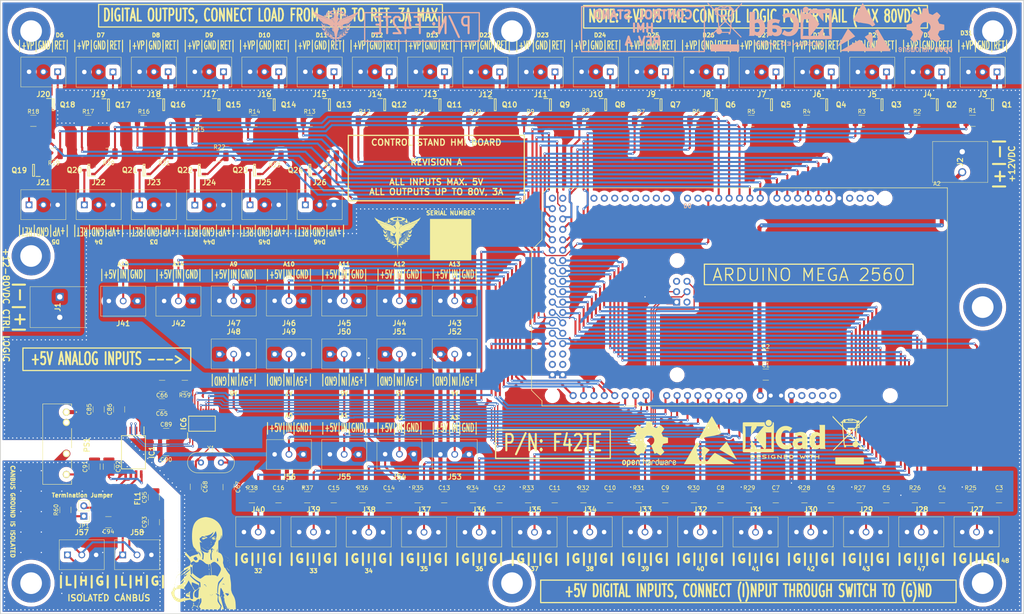
<source format=kicad_pcb>
(kicad_pcb (version 20241229) (generator "pcbnew") (generator_version "9.0")
  (layers (0 "F.Cu" signal) (2 "B.Cu" signal) (13 "F.Paste" user) (15 "B.Paste" user) (5 "F.SilkS" user "F.Silkscreen") (7 "B.SilkS" user "B.Silkscreen") (1 "F.Mask" user) (3 "B.Mask" user) (25 "Edge.Cuts" user))
  (net 0 "")
  (net 1 "D46_OUT")
  (net 2 "D4_OUT")
  (net 3 "D5_OUT")
  (net 4 "A11_IN")
  (net 5 "SERIAL2_TX")
  (net 6 "D31_OUT")
  (net 7 "CAN_SI")
  (net 8 "D10_OUT")
  (net 9 "D36_IN")
  (net 10 "D41_IN")
  (net 11 "+12V")
  (net 12 "D23_OUT")
  (net 13 "D13_OUT")
  (net 14 "SERIAL1_TX")
  (net 15 "GND")
  (net 16 "A7_IN")
  (net 17 "D40_IN")
  (net 18 "D39_IN")
  (net 19 "A10_IN")
  (net 20 "A12_IN")
  (net 21 "A13_IN")
  (net 22 "D48_IN")
  (net 23 "D9_OUT")
  (net 24 "CAN_CS")
  (net 25 "SERIAL2_RX")
  (net 26 "D27_OUT")
  (net 27 "D26_OUT")
  (net 28 "A15_IN")
  (net 29 "D32_IN")
  (net 30 "D8_OUT")
  (net 31 "A2_IN")
  (net 32 "D28_OUT")
  (net 33 "+5V")
  (net 34 "D29_OUT")
  (net 35 "D11_OUT")
  (net 36 "SERIAL3_RX")
  (net 37 "D37_IN")
  (net 38 "SERIAL1_RX")
  (net 39 "D3_OUT")
  (net 40 "D22_OUT")
  (net 41 "A8_IN")
  (net 42 "CAN_INT")
  (net 43 "A14_IN")
  (net 44 "A5_IN")
  (net 45 "D25_OUT")
  (net 46 "D34_IN")
  (net 47 "CAN_SO")
  (net 48 "D45_OUT")
  (net 49 "A6_IN")
  (net 50 "D44_OUT")
  (net 51 "D38_IN")
  (net 52 "D7_OUT")
  (net 53 "A0_IN")
  (net 54 "D47_IN")
  (net 55 "D30_OUT")
  (net 56 "D12_OUT")
  (net 57 "CAN_SCK")
  (net 58 "D43_IN")
  (net 59 "A9_IN")
  (net 60 "D6_OUT")
  (net 61 "D35_IN")
  (net 62 "D42_IN")
  (net 63 "D24_OUT")
  (net 64 "A1_IN")
  (net 65 "A4_IN")
  (net 66 "D33_IN")
  (net 67 "A3_IN")
  (net 68 "SERIAL3_TX")
  (net 69 "Net-(IC6-OSC1)")
  (net 70 "Net-(IC6-OSC2)")
  (net 71 "CANBUS_ISO_GND")
  (net 72 "CANBUS_ISO_5V")
  (net 73 "CanH_External")
  (net 74 "CanL_External")
  (net 75 "Net-(IC1-CANH)")
  (net 76 "Net-(IC1-CANL)")
  (net 85 "Net-(IC1-RXD)")
  (net 86 "Net-(IC1-TXD)")
  (net 90 "Net-(IC6-~{RESET})")
  (net 96 "+V_PanelLogic")
  (net 97 "D31_PWR")
  (net 98 "D30_PWR")
  (net 99 "D29_PWR")
  (net 100 "D28_PWR")
  (net 101 "D27_PWR")
  (net 102 "D26_PWR")
  (net 103 "D25_PWR")
  (net 104 "D24_PWR")
  (net 105 "D23_PWR")
  (net 106 "D22_PWR")
  (net 107 "D13_PWR")
  (net 108 "D12_PWR")
  (net 109 "D11_PWR")
  (net 110 "D10_PWR")
  (net 111 "D9_PWR")
  (net 112 "D8_PWR")
  (net 113 "D7_PWR")
  (net 114 "D6_PWR")
  (net 115 "D5_PWR")
  (net 116 "D4_PWR")
  (net 117 "D3_PWR")
  (net 118 "D44_PWR")
  (net 119 "D45_PWR")
  (net 120 "D46_PWR")
  (net 121 "Net-(JP1-A)")
  (footprint "Resistor_SMD:R_1210_3225Metric_Pad1.30x2.65mm_HandSolder" (layer "F.Cu") (at 92 63 180)
    (property "Reference" "R23")
    (property "Value" "4.7k")
  )
  (footprint "Resistor_SMD:R_1210_3225Metric_Pad1.30x2.65mm_HandSolder" (layer "F.Cu") (at 194.45 146.5)
    (property "Reference" "R30")
    (property "Value" "4.7k")
  )
  (footprint "InverterCom:5442251" (layer "F.Cu") (at 179 155)
    (property "Reference" "J33")
    (property "Value" "5442251" (hide yes))
  )
  (footprint "InverterCom:5442251" (layer "F.Cu") (at 112.5 136 180)
    (property "Reference" "J55")
    (property "Value" "5442251" (hide yes))
  )
  (footprint "InverterCom:SOT95P240X88-3N" (layer "F.Cu") (at 172.9 50.5)
    (property "Reference" "Q8")
    (property "Value" "SSM3K361R,LF" (hide yes))
  )
  (footprint "InverterCom:5442251" (layer "F.Cu") (at 174 42.45 180)
    (property "Reference" "J10")
    (property "Value" "5442251" (hide yes))
  )
  (footprint "Resistor_SMD:R_1210_3225Metric_Pad1.30x2.65mm_HandSolder" (layer "F.Cu") (at 262.05 146.5)
    (property "Reference" "R25")
    (property "Value" "4.7k")
  )
  (footprint "InverterCom:5442251" (layer "F.Cu") (at 119 111.5)
    (property "Reference" "J51")
    (property "Value" "5442251" (hide yes))
  )
  (footprint "Resistor_SMD:R_1210_3225Metric_Pad1.30x2.65mm_HandSolder" (layer "F.Cu") (at 207.95 146.5)
    (property "Reference" "R29")
    (property "Value" "4.7k")
  )
  (footprint "Resistor_SMD:R_1210_3225Metric_Pad1.30x2.65mm_HandSolder" (layer "F.Cu") (at 234.95 146.5)
    (property "Reference" "R27")
    (property "Value" "4.7k")
  )
  (footprint "Capacitor_SMD:C_1210_3225Metric_Pad1.33x2.70mm_HandSolder" (layer "F.Cu") (at 51.5 139 -90)
    (property "Reference" "C92")
    (property "Value" "100nF")
  )
  (footprint "Capacitor_SMD:C_1210_3225Metric_Pad1.33x2.70mm_HandSolder" (layer "F.Cu") (at 133.4375 146.5)
    (property "Reference" "C13")
    (property "Value" "100nF")
  )
  (footprint "Resistor_SMD:R_1210_3225Metric_Pad1.30x2.65mm_HandSolder" (layer "F.Cu") (at 208.45 54.45)
    (property "Reference" "R5")
    (property "Value" "4.7k")
  )
  (footprint "InverterCom:5442251" (layer "F.Cu") (at 112.5 98.45 180)
    (property "Reference" "J45")
    (property "Value" "5442251" (hide yes))
  )
  (footprint "InverterCom:5442251" (layer "F.Cu") (at 58.5 98.5 180)
    (property "Reference" "J41")
    (property "Value" "5442251" (hide yes))
  )
  (footprint "Capacitor_SMD:C_1210_3225Metric_Pad1.33x2.70mm_HandSolder" (layer "F.Cu") (at 49 125 90)
    (property "Reference" "C85")
    (property "Value" "100nF")
  )
  (footprint "MountingHole:MountingHole_5.3mm_M5_ISO7380_Pad" (layer "F.Cu") (at 150 32.5)
    (property "Reference" "H8" (hide yes))
    (property "Value" "MountingHole_Pad")
  )
  (footprint "InverterCom:SOT95P240X88-3N" (layer "F.Cu") (at 105.4 50.5)
    (property "Reference" "Q13")
    (property "Value" "SSM3K361R,LF" (hide yes))
  )
  (footprint "Capacitor_SMD:C_1210_3225Metric_Pad1.33x2.70mm_HandSolder" (layer "F.Cu") (at 65.5 135 180)
    (property "Reference" "C90")
    (property "Value" "1uF")
  )
  (footprint "InverterCom:ACT45B1012PTL003" (layer "F.Cu") (at 54.5 146.775 -90)
    (property "Reference" "FL1")
    (property "Value" "ACT45B-101-2P-TL003" (hide yes))
  )
  (footprint "InverterCom:5442251" (layer "F.Cu") (at 192.5 155)
    (property "Reference" "J32")
    (property "Value" "5442251" (hide yes))
  )
  (footprint "InverterCom:SOT95P240X88-3N" (layer "F.Cu") (at 145.9 50.5)
    (property "Reference" "Q10")
    (property "Value" "SSM3K361R,LF" (hide yes))
  )
  (footprint "Resistor_SMD:R_1210_3225Metric_Pad1.30x2.65mm_HandSolder" (layer "F.Cu") (at 78.55 63 180)
    (property "Reference" "R22")
    (property "Value" "4.7k")
  )
  (footprint "MountingHole:MountingHole_5.3mm_M5_ISO7380_Pad" (layer "F.Cu") (at 32.5 32.5)
    (property "Reference" "H5" (hide yes))
    (property "Value" "MountingHole_Pad")
  )
  (footprint "Symbol:ESD-Logo_13.2x12mm_SilkScreen" (layer "F.Cu") (at 198.5 132.5)
    (property "Reference" "REF**" (hide yes))
    (property "Value" "ESD-Logo_13.2x12mm_SilkScreen" (hide yes))
  )
  (footprint "Capacitor_SMD:C_1210_3225Metric_Pad1.33x2.70mm_HandSolder" (layer "F.Cu") (at 146.9375 146.5)
    (property "Reference" "C12")
    (property "Value" "100nF")
  )
  (footprint "InverterCom:5442251" (layer "F.Cu") (at 165.5 155)
    (property "Reference" "J34")
    (property "Value" "5442251" (hide yes))
  )
  (footprint "Symbol:WEEE-Logo_8.4x12mm_SilkScreen" (layer "F.Cu") (at 232.5 132.5)
    (property "Reference" "REF**" (hide yes))
    (property "Value" "WEEE-Logo_8.4x12mm_SilkScreen" (hide yes))
  )
  (footprint "InverterCom:5442251" (layer "F.Cu") (at 201 42.45 180)
    (property "Reference" "J8")
    (property "Value" "5442251" (hide yes))
  )
  (footprint "InverterCom:5442251" (layer "F.Cu") (at 133.5 42.45 180)
    (property "Reference" "J13")
    (property "Value" "5442251" (hide yes))
  )
  (footprint "Resistor_SMD:R_1210_3225Metric_Pad1.30x2.65mm_HandSolder" (layer "F.Cu") (at 40.885 149.585 90)
    (property "Reference" "R60")
    (property "Value" "120")
  )
  (footprint "Resistor_SMD:R_1210_3225Metric_Pad1.30x2.65mm_HandSolder" (layer "F.Cu") (at 113.45 146.5)
    (property "Reference" "R36")
    (property "Value" "4.7k")
  )
  (footprint "InverterCom:SOT95P240X88-3N" (layer "F.Cu") (at 240.4 50.5)
    (property "Reference" "Q3")
    (property "Value" "SSM3K361R,LF" (hide yes))
  )
  (footprint "Resistor_SMD:R_1210_3225Metric_Pad1.30x2.65mm_HandSolder" (layer "F.Cu") (at 140.45 146.5)
    (property "Reference" "R34")
    (property "Value" "4.7k")
  )
  (footprint "Resistor_SMD:R_1210_3225Metric_Pad1.30x2.65mm_HandSolder" (layer "F.Cu") (at 126.95 146.5)
    (property "Reference" "R35")
    (property "Value" "4.7k")
  )
  (footprint "InverterCom:5442251" (layer "F.Cu") (at 206 155.05)
    (property "Reference" "J31")
    (property "Value" "5442251" (hide yes))
  )
  (footprint "InverterCom:5442251" (layer "F.Cu") (at 41.385 160.585)
    (property "Reference" "J57")
    (property "Value" "5442251" (hide yes))
  )
  (footprint "Resistor_SMD:R_1210_3225Metric_Pad1.30x2.65mm_HandSolder" (layer "F.Cu") (at 73.45 54.45)
    (property "Reference" "R15")
    (property "Value" "4.7k")
  )
  (footprint "Resistor_SMD:R_1210_3225Metric_Pad1.30x2.65mm_HandSolder" (layer "F.Cu") (at 100 146.5)
    (property "Reference" "R37")
    (property "Value" "4.7k")
  )
  (footprint "Capacitor_SMD:C_1210_3225Metric_Pad1.33x2.70mm_HandSolder" (layer "F.Cu") (at 212 112)
    (property "Reference" "C2")
    (property "Value" "100nF")
  )
  (footprint "Capacitor_SMD:C_1210_3225Metric_Pad1.33x2.70mm_HandSolder" (layer "F.Cu") (at 64.4375 123.75 180)
    (property "Reference" "C65")
    (property "Value" "100nF")
  )
  (footprint "Resistor_SMD:R_1210_3225Metric_Pad1.30x2.65mm_HandSolder" (layer "F.Cu") (at 235.45 54.45)
    (property "Reference" "R3")
    (property "Value" "4.7k")
  )
  (footprint "InverterCom:5442251" (layer "F.Cu") (at 85.5 98.45 180)
    (property "Reference" "J47")
    (property "Value" "5442251" (hide yes))
  )
  (footprint "Symbol:OSHW-Logo2_14.6x12mm_SilkScreen" (layer "F.Cu") (at 183.5 133.5)
    (property "Reference" "REF**" (hide yes))
    (property "Value" "OSHW-Logo2_14.6x12mm_SilkScreen" (hide yes))
  )
  (footprint "InverterCom:5442251" (layer "F.Cu") (at 66 42.45 180)
    (property "Reference" "J18")
    (property "Value" "5442251" (hide yes))
  )
  (footprint "Capacitor_SMD:C_1210_3225Metric_Pad1.33x2.70mm_HandSolder" (layer "F.Cu") (at 269 146.5)
    (property "Reference" "C3")
    (property "Value" "100nF")
  )
  (footprint "Resistor_SMD:R_1210_3225Metric_Pad1.30x2.65mm_HandSolder" (layer "F.Cu") (at 249 54.45)
    (property "Reference" "R2")
    (property "Value" "4.7k")
  )
  (footprint "Capacitor_SMD:C_1210_3225Metric_Pad1.33x2.70mm_HandSolder" (layer "F.Cu") (at 54 125 90)
    (property "Reference" "C86")
    (property "Value" "1uF")
  )
  (footprint "Capacitor_SMD:C_1210_3225Metric_Pad1.33x2.70mm_HandSolder" (layer "F.Cu") (at 255.0625 146.5)
    (property "Reference" "C4")
    (property "Value" "100nF")
  )
  (footprint "InverterCom:5442251" (layer "F.Cu") (at 152 155.05)
    (property "Reference" "J35")
    (property "Value" "5442251" (hide yes))
  )
  (footprint "InverterCom:SOT95P240X88-3N" (layer "F.Cu") (at 253.9 50.5)
    (property "Reference" "Q2")
    (property "Value" "SSM3K361R,LF" (hide yes))
  )
  (footprint "InverterCom:5442251" (layer "F.Cu") (at 147 42.5 180)
    (property "Reference" "J12")
    (property "Value" "5442251" (hide yes))
  )
  (footprint "InverterCom:5442251" (layer "F.Cu") (at 241.5 42.5 180)
    (property "Reference" "J5")
    (property "Value" "5442251" (hide yes))
  )
  (footprint "Capacitor_SMD:C_1210_3225Metric_Pad1.33x2.70mm_HandSolder" (layer "F.Cu") (at 200.9375 146.5)
    (property "Reference" "C8")
    (property "Value" "100nF")
  )
  (footprint "Resistor_SMD:R_1210_3225Metric_Pad1.30x2.65mm_HandSolder" (layer "F.Cu") (at 181.5 54.45)
    (property "Reference" "R7")
    (property "Value" "4.7k")
  )
  (footprint "InverterCom:SOT95P240X88-3N" (layer "F.Cu") (at 78.4 50.5)
    (property "Reference" "Q15")
    (property "Value" "SSM3K361R,LF" (hide yes))
  )
  (footprint "InverterCom:5442251" (layer "F.Cu") (at 126 98.45 180)
    (property "Reference" "J44")
    (property "Value" "5442251" (hide yes))
  )
  (footprint "InverterCom:SOT95P240X88-3N" (layer "F.Cu") (at 37.9 50.5)
    (property "Reference" "Q18")
    (property "Value" "SSM3K361R,LF" (hide yes))
  )
  (footprint "InverterCom:SOT95P240X88-3N" (layer "F.Cu") (at 33.1 66.55 180)
    (property "Reference" "Q19")
    (property "Value" "SSM3K361R,LF" (hide yes))
  )
  (footprint "Resistor_SMD:R_1210_3225Metric_Pad1.30x2.65mm_HandSolder" (layer "F.Cu") (at 221.45 146.5)
    (property "Reference" "R28")
    (property "Value" "4.7k")
  )
  (footprint "InverterCom:5442251" (layer "F.Cu") (at 138.5 155.05)
    (property "Reference" "J36")
    (property "Value" "5442251" (hide yes))
  )
  (footprint "InverterCom:5442251" (layer "F.Cu") (at 260 155)
    (property "Reference" "J27")
    (property "Value" "5442251" (hide yes))
  )
  (footprint "InverterCom:5442251" (layer "F.Cu") (at 246.5 155)
    (property "Reference" "J28")
    (property "Value" "5442251" (hide yes))
  )
  (footprint "InverterCom:SOT95P240X88-3N" (layer "F.Cu") (at 186.4 50.5)
    (property "Reference" "Q7")
    (property "Value" "SSM3K361R,LF" (hide yes))
  )
  (footprint "InverterCom:5442251" (layer "F.Cu") (at 139.5 98.45 180)
    (property "Reference" "J43")
    (property "Value" "5442251" (hide yes))
  )
  (footprint "InverterCom:Char_TieriaErde_20mm" (layer "F.Cu") (at 75 162)
    (property "Reference" "G***" (hide yes))
    (property "Value" "LOGO" (hide yes))
  )
  (footprint "InverterCom:5442251" (layer "F.Cu") (at 214.5 42.5 180)
    (property "Reference" "J7")
    (property "Value" "5442251" (hide yes))
  )
  (footprint "InverterCom:SOT95P240X88-3N" (layer "F.Cu") (at 132.4 50.5)
    (property "Reference" "Q11")
    (property "Value" "SSM3K361R,LF" (hide yes))
  )
  (footprint "Resistor_SMD:R_1210_3225Metric_Pad1.30x2.65mm_HandSolder" (layer "F.Cu") (at 222 54.45)
    (property "Reference" "R4")
    (property "Value" "4.7k")
  )
  (footprint "InverterCom:SOT95P240X88-3N" (layer "F.Cu") (at 118.9 50.5)
    (property "Reference" "Q12")
    (property "Value" "SSM3K361R,LF" (hide yes))
  )
  (footprint "Capacitor_SMD:C_1210_3225Metric_Pad1.33x2.70mm_HandSolder" (layer "F.Cu") (at 48 139 90)
    (property "Reference" "C91")
    (property "Value" "1uF")
  )
  (footprint "InverterCom:1987724" (layer "F.Cu") (at 260 62 -90)
    (property "Reference" "J2")
    (property "Value" "1987724" (hide yes))
  )
  (footprint "Resistor_SMD:R_1210_3225Metric_Pad1.30x2.65mm_HandSolder" (layer "F.Cu") (at 153.95 146.5)
    (property "Reference" "R33")
    (property "Value" "4.7k")
  )
  (footprint "InverterCom:5442251" (layer "F.Cu") (at 160.5 42.5 180)
    (property "Reference" "J11")
    (property "Value" "5442251" (hide yes))
  )
  (footprint "Resistor_SMD:R_1210_3225Metric_Pad1.30x2.65mm_HandSolder" (layer "F.Cu") (at 168 54.45)
    (property "Reference" "R8")
    (property "Value" "4.7k")
  )
  (footprint "InverterCom:5442251" (layer "F.Cu") (at 93 42.45 180)
    (property "Reference" "J16")
    (property "Value" "5442251" (hide yes))
  )
  (footprint "InverterCom:5442251" (layer "F.Cu") (at 106.5 42.45 180)
    (property "Reference" "J15")
    (property "Value" "5442251" (hide yes))
  )
  (footprint "Symbol:KiCad-Logo2_8mm_SilkScreen" (layer "F.Cu") (at 216.5 131.5)
    (property "Reference" "REF**" (hide yes))
    (property "Value" "KiCad-Logo2_8mm_SilkScreen" (hide yes))
  )
  (footprint "Crystal:Crystal_HC49-4H_Vertical" (layer "F.Cu") (at 74 138)
    (property "Reference" "Y1")
    (property "Value" "8MHz")
  )
  (footprint "InverterCom:SOT95P240X88-3N" (layer "F.Cu") (at 267.4 50.5)
    (property "Reference" "Q1")
    (property "Value" "SSM3K361R,LF" (hide yes))
  )
  (footprint "Capacitor_SMD:C_1210_3225Metric_Pad1.33x2.70mm_HandSolder" (layer "F.Cu") (at 119.9375 146.5)
    (property "Reference" "C14")
    (property "Value" "100nF")
  )
  (footprint "Resistor_SMD:R_1210_3225Metric_Pad1.30x2.65mm_HandSolder" (layer "F.Cu") (at 262.5 54.45)
    (property "Reference" "R1")
    (property "Value" "4.7k")
  )
  (footprint "InverterCom:SOT95P240X88-3N" (layer "F.Cu") (at 226.9 50.5)
    (property "Reference" "Q4")
    (property "Value" "SSM3K361R,LF" (hide yes))
  )
  (footprint "InverterCom:5442251" (layer "F.Cu") (at 233 155)
    (property "Reference" "J29")
    (property "Value" "5442251" (hide yes))
  )
  (footprint "Capacitor_SMD:C_1210_3225Metric_Pad1.33x2.70mm_HandSolder" (layer "F.Cu") (at 72.75 143.9375 -90)
    (property "Reference" "C68")
    (property "Value" "22pF")
  )
  (footprint "InverterCom:5442251" (layer "F.Cu") (at 105.5 111.5)
    (property "Reference" "J50")
    (property "Value" "5442251" (hide yes))
  )
  (footprint "InverterCom:RFMM0505S" (layer "F.Cu") (at 41.115 125.675 -90)
    (property "Reference" "PS1")
    (property "Value" "RFMM-0505S" (hide yes))
  )
  (footprint "InverterCom:5442251" (layer "F.Cu") (at 52.5 42.5 180)
    (property "Reference" "J19")
    (property "Value" "5442251" (hide yes))
  )
  (footprint "MountingHole:MountingHole_5.3mm_M5_ISO7380_Pad" (layer "F.Cu") (at 265 100)
    (property "Reference" "H3" (hide yes))
    (property "Value" "MountingHole_Pad")
  )
  (footprint "Capacitor_SMD:C_1210_3225Metric_Pad1.33x2.70mm_HandSolder" (layer "F.Cu") (at 65.5 131)
    (property "Reference" "C89")
    (property "Value" "100nF")
  )
  (footprint "InverterCom:5442251" (layer "F.Cu") (at 84.5 155)
    (property "Reference" "J40")
    (property "Value" "5442251" (hide yes))
  )
  (footprint "InverterCom:SOT95P240X88-3N" (layer "F.Cu") (at 159.4 50.5)
    (property "Reference" "Q9")
    (property "Value" "SSM3K361R,LF" (hide yes))
  )
  (footprint "Connector_PinHeader_2.54mm:PinHeader_1x02_P2.54mm_Vertical" (layer "F.Cu") (at 45.385 151.125 180)
    (property "Reference" "JP1")
    (property "Value" "Jumper_2_Open")
  )
  (footprint "InverterCom:5442251" (layer "F.Cu") (at 72 98.5 180)
    (property "Reference" "J42")
    (property "Value" "5442251" (hide yes))
  )
  (footprint "Capacitor_SMD:C_1210_3225Metric_Pad1.33x2.70mm_HandSolder" (layer "F.Cu") (at 106.4375 146.5)
    (property "Reference" "C15")
    (property "Value" "100nF")
  )
  (footprint "Resistor_SMD:R_1210_3225Metric_Pad1.30x2.65mm_HandSolder" (layer "F.Cu") (at 38.05 62.5 180)
    (property "Reference" "R19")
    (property "Value" "4.7k")
  )
  (footprint "InverterCom:5442251" (layer "F.Cu") (at 132.5 111.5)
    (property "Reference" "J52")
    (property "Value" "5442251" (hide yes))
  )
  (footprint "Resistor_SMD:R_1210_3225Metric_Pad1.30x2.65mm_HandSolder" (layer "F.Cu") (at 46.45 54.45)
    (property "Reference" "R17")
    (property "Value" "4.7k")
  )
  (footprint "InverterCom:SOT95P240X88-3N" (layer "F.Cu") (at 51.4 50.55)
    (property "Reference" "Q17")
    (property "Value" "SSM3K361R,LF" (hide yes))
  )
  (footprint "InverterCom:SOT95P240X88-3N" (layer "F.Cu") (at 199.9 50.5)
    (property "Reference" "Q6")
    (property "Value" "SSM3K361R,LF" (hide yes))
  )
  (footprint "InverterCom:5442251" (layer "F.Cu") (at 255 42.5 180)
    (property "Reference" "J4")
    (property "Value" "5442251" (hide yes))
  )
  (footprint "InverterCom:5442251" (layer "F.Cu") (at 99 136 180)
    (property "Reference" "J56")
    (property "Value" "5442251" (hide yes))
  )
  (footprint "MountingHole:MountingHole_5.3mm_M5_ISO7380_Pad" (layer "F.Cu") (at 32.5 87.5)
    (property "Reference" "H7" (hide yes))
    (property "Value" "MountingHole_Pad")
  )
  (footprint "InverterCom:5442251" (layer "F.Cu") (at 111.5 155.05)
    (property "Reference" "J38")
    (property "Value" "5442251" (hide yes))
  )
  (footprint "Capacitor_SMD:C_1210_3225Metric_Pad1.33x2.70mm_HandSolder" (layer "F.Cu") (at 187.4375 146.5)
    (property "Reference" "C9")
    (property "Value" "100nF")
  )
  (footprint "InverterCom:SOP65P640X120-20N" (layer "F.Cu") (at 74.25 128.5 90)
    (property "Reference" "IC6")
    (property "Value" "MCP2515-e_ST" (hide yes))
  )
  (footprint "InverterCom:SOT95P240X88-3N" (layer "F.Cu") (at 64.9 50.5)
    (property "Reference" "Q16")
    (property "Value" "SSM3K361R,LF" (hide yes))
  )
  (footprint "Capacitor_SMD:C_1210_3225Metric_Pad1.33x2.70mm_HandSolder" (layer "F.Cu") (at 80.75 144 -90)
    (property "Reference" "C67")
    (property "Value" "22pF")
  )
  (footprint "Resistor_SMD:R_1210_3225Metric_Pad1.30x2.65mm_HandSolder" (layer "F.Cu") (at 195 54.45)
    (property "Reference" "R6")
    (property "Value" "4.7k")
  )
  (footprint "InverterCom:5442251" (layer "F.Cu") (at 39 42.45 180)
    (property "Reference" "J20")
    (property "Value" "5442251" (hide yes))
  )
  (footprint "InverterCom:SOT95P240X88-3N" (layer "F.Cu") (at 73.6 66.5 180)
    (property "Reference" "Q22")
    (property "Value" "SSM3K361R,LF" (hide yes))
  )
  (footprint "MountingHole:MountingHole_5.3mm_M5_ISO7380_Pad" (layer "F.Cu") (at 265 167.5)
    (property "Reference" "H6" (hide yes))
    (property "Value" "MountingHole_Pad")
  )
  (footprint "MountingHole:MountingHole_5.3mm_M5_ISO7380_Pad" (layer "F.Cu") (at 150 167.5)
    (property "Reference" "H1" (hide yes))
    (property "Value" "MountingHole_Pad")
  )
  (footprint "InverterCom:5442251" (layer "F.Cu") (at 79.5 42.45 180)
    (property "Reference" "J17")
    (property "Value" "5442251" (hide yes))
  )
  (footprint "InverterCom:SOIC127P1150X280-8N" (layer "F.Cu") (at 57.5 135.5 -90)
    (property "Reference" "IC1")
    (property "Value" "ISO1042BDWVR" (hide yes))
  )
  (footprint "InverterCom:SOT95P240X88-3N" (layer "F.Cu") (at 213.4 50.5)
    (property "Reference" "Q5")
    (property "Value" "SSM3K361R,LF" (hide yes))
  )
  (footprint "Capacitor_SMD:C_1210_3225Metric_Pad1.33x2.70mm_HandSolder" (layer "F.Cu") (at 92.9375 146.5)
    (property "Reference" "C16")
    (property "Value" "100nF")
  )
  (footprint "InverterCom:5442251" (layer "F.Cu") (at 228 42.5 180)
    (property "Reference" "J6")
    (property "Value" "5442251" (hide yes))
  )
  (footprint "InverterCom:5442251" (layer "F.Cu") (at 219.5 155)
    (property "Reference" "J30")
    (property "Value" "5442251" (hide yes))
  )
  (footprint "Resistor_SMD:R_1210_3225Metric_Pad1.30x2.65mm_HandSolder" (layer "F.Cu") (at 87.05 54.45)
    (property "Reference" "R14")
    (property "Value" "4.7k")
  )
  (footprint "InverterCom:5442251" (layer "F.Cu") (at 99 98.45 180)
    (property "Reference" "J46")
    (property "Value" "5442251" (hide yes))
  )
  (footprint "InverterCom:5442251" (layer "F.Cu") (at 120 42.45 180)
    (property "Reference" "J14")
    (property "Value" "5442251" (hide yes))
  )
  (footprint "InverterCom:SOT95P240X88-3N" (layer "F.Cu") (at 60.1 66.5 180)
    (property "Reference" "Q21")
    (property "Value" "SSM3K361R,LF" (hide yes))
  )
  (footprint "InverterCom:SOT95P240X88-3N" (layer "F.Cu") (at 100.6 66.5 180)
    (property "Reference" "Q24")
    (property "Value" "SSM3K361R,LF" (hide yes))
  )
  (footprint "InverterCom:SOT95P240X88-3N" (layer "F.Cu") (at 46.6 66.5 180)
    (property "Reference" "Q20")
    (property "Value" "SSM3K361R,LF" (hide yes))
  )
  (footprint "Resistor_SMD:R_1210_3225Metric_Pad1.30x2.65mm_HandSolder" (layer "F.Cu") (at 100.55 54.45)
    (property "Reference" "R13")
    (property "Value" "4.7k")
  )
  (footprint "Capacitor_SMD:C_1210_3225Metric_Pad1.33x2.70mm_HandSolder" (layer "F.Cu") (at 227.9375 146.5)
    (property "Reference" "C6")
    (property "Value" "100nF")
  )
  (footprint "Capacitor_SMD:C_1210_3225Metric_Pad1.33x2.70mm_HandSolder" (layer "F.Cu") (at 160.4375 146.5)
    (property "Reference" "C11")
    (property "Value" "100nF")
  )
  (footprint "MountingHole:MountingHole_5.3mm_M5_ISO7380_Pad" (layer "F.Cu") (at 267.5 32.5)
    (property "Reference" "H4" (hide yes))
    (property "Value" "MountingHole_Pad")
  )
  (footprint "InverterCom:5442251" (layer "F.Cu") (at 72.5 75.05)
    (property "Reference" "J24")
    (property "Value" "5442251" (hide yes))
  )
  (footprint "InverterCom:5442251" (layer "F.Cu") (at 92 111.5)
    (property "Reference" "J49")
    (property "Value" "5442251" (hide yes))
  )
  (footprint "InverterCom:5442251" (layer "F.Cu") (at 187.5 42.45 180)
    (property "Reference" "J9")
    (property "Value" "5442251" (hide yes))
  )
  (footprint "Resistor_SMD:R_1210_3225Metric_Pad1.30x2.65mm_HandSolder" (layer "F.Cu") (at 60.05 54.45)
    (property "Reference" "R16")
    (property "Value" "4.7k")
  )
  (footprint "Resistor_SMD:R_1210_3225Metric_Pad1.30x2.65mm_HandSolder" (layer "F.Cu") (at 167.45 146.5)
    (property "Reference" "R32")
    (property "Value" "4.7k")
  )
  (footprint "MountingHole:MountingHole_5.3mm_M5_ISO7380_Pad" (layer "F.Cu") (at 32.5 167.5)
    (property "Reference" "H2" (hide yes))
    (property "Value" "MountingHole_Pad")
  )
  (footprint "Resistor_SMD:R_1210_3225Metric_Pad1.30x2.65mm_HandSolder" (layer "F.Cu") (at 105.55 63 180)
    (property "Reference" "R24")
    (property "Value" "4.7k")
  )
  (footprint "InverterCom:5442251" (layer "F.Cu") (at 139.5 136 180)
    (property "Reference" "J53")
    (property "Value" "5442251" (hide yes))
  )
  (footprint "Resistor_SMD:R_1210_3225Metric_Pad1.30x2.65mm_HandSolder" (layer "F.Cu") (at 180.95 146.5)
    (property "Reference" "R31")
    (property "Value" "4.7k")
  )
  (footprint "Capacitor_SMD:C_1210_3225Metric_Pad1.33x2.70mm_HandSolder" (layer "F.Cu") (at 241.4375 146.5)
    (property "Reference" "C5")
    (property "Value" "100nF")
  )
  (footprint "Resistor_SMD:R_1210_3225Metric_Pad1.30x2.65mm_HandSolder" (layer "F.Cu") (at 33.05 54.45)
    (property "Reference" "R18")
    (property "Value" "4.7k")
  )
  (footprint "Resistor_SMD:R_1210_3225Metric_Pad1.30x2.65mm_HandSolder" (layer "F.Cu") (at 114 54.45)
    (property "Reference" "R12")
    (property "Value" "4.7k")
  )
  (footprint "InverterCom:5442251" (layer "F.Cu") (at 59 75)
    (property "Reference" "J23")
    (property "Value" "5442251" (hide yes))
  )
  (footprint "Capacitor_SMD:C_1210_3225Metric_Pad1.33x2.70mm_HandSolder" (layer "F.Cu") (at 64.5 119.25 180)
    (property "Reference" "C66")
    (property "Value" "1uF")
  )
  (footprint "Resistor_SMD:R_1210_3225Metric_Pad1.30x2.65mm_HandSolder" (layer "F.Cu") (at 70.0625 119.25 180)
    (property "Reference" "R59")
    (property "Value" "4.7k")
  )
  (footprint "InverterCom:5442251" (layer "F.Cu") (at 125 155.05)
    (property "Reference" "J37")
    (property "Value" "5442251" (hide yes))
  )
  (footprint "Capacitor_SMD:C_1210_3225Metric_Pad1.33x2.70mm_HandSolder" (layer "F.Cu") (at 62.5 146.5225 90)
    (property "Reference" "C95")
    (property "Value" "22pF")
  )
  (footprint "Resistor_SMD:R_1210_3225Metric_Pad1.30x2.65mm_HandSolder" (layer "F.Cu") (at 51.45 62.5 180)
    (property "Reference" "R20")
    (property "Value" "4.7k")
  )
  (footprint "Resistor_SMD:R_1210_3225Metric_Pad1.30x2.65mm_HandSolder" (layer "F.Cu") (at 127.55 54.45)
    (property "Reference" "R11")
    (property "Value" "4.7k")
  )
  (footprint "InverterCom:5442251" (layer "F.Cu") (at 268.5 42.5 180)
    (property "Reference" "J3")
    (property "Value" "5442251" (hide yes))
  )
  (footprint "Capacitor_SMD:C_1210_3225Metric_Pad1.33x2.70mm_HandSolder" (layer "F.Cu") (at 212 116.5)
    (property "Reference" "C1")
    (property "Value" "1uF")
  )
  (footprint "Resistor_SMD:R_1210_3225Metric_Pad1.30x2.65mm_HandSolder" (layer "F.Cu") (at 248.45 146.5)
    (property "Reference" "R26")
    (property "Value" "4.7k")
  )
  (footprint "InverterCom:5442251" (layer "F.Cu") (at 32 75)
    (property "Reference" "J21")
    (property "Value" "5442251" (hide yes))
  )
  (footprint "Capacitor_SMD:C_1210_3225Metric_Pad1.33x2.70mm_HandSolder" (layer "F.Cu") (at 173.9375 146.5)
    (property "Reference" "C10")
    (property "Value" "100nF")
  )
  (footprint "InverterCom:5442251" (layer "F.Cu") (at 126 135.95 180)
    (property "Reference" "J54")
    (property "Value" "5442251" (hide yes))
  )
  (footprint "InverterCom:5442251" (layer "F.Cu") (at 54.885 160.585)
    (property "Reference" "J58")
    (property "Value" "5442251" (hide yes))
  )
  (footprint "InverterCom:5442251" (layer "F.Cu") (at 99.5 75)
    (property "Reference" "J26")
    (property "Value" "5442251" (hide yes))
  )
  (footprint "Capacitor_SMD:C_1210_3225Metric_Pad1.33x2.70mm_HandSolder" (layer "F.Cu") (at 62.5 152.585 90)
    (property "Reference" "C93")
    (property "Value" "22pF")
  )
  (footprint "Capacitor_SMD:C_1210_3225Metric_Pad1.33x2.70mm_HandSolder" (layer "F.Cu") (at 51.385 152.585 180)
    (property "Reference" "C94")
    (property "Value" "22pF")
  )
  (footprint "InverterCom:5442251" (layer "F.Cu") (at 86 75)
    (property "Reference" "J25")
    (property "Value" "5442251" (hide yes))
  )
  (footprint "Resistor_SMD:R_1210_3225Metric_Pad1.30x2.65mm_HandSolder" (layer "F.Cu") (at 65.05 62.5 180)
    (property "Reference" "R21")
    (property "Value" "4.7k")
  )
  (footprint "InverterCom:5442251" (layer "F.Cu") (at 98 155)
    (property "Reference" "J39")
    (property "Value" "5442251" (hide yes))
  )
  (footprint "InverterCom:SOT95P240X88-3N" (layer "F.Cu") (at 91.9 50.5)
    (property "Reference" "Q14")
    (property "Value" "SSM3K361R,LF" (hide yes))
  )
  (footprint "Resistor_SMD:R_1210_3225Metric_Pad1.30x2.65mm_HandSolder" (layer "F.Cu") (at 141 54.45)
    (property "Reference" "R10")
    (property "Value" "4.7k")
  )
  (footprint "InverterCom:SOT95P240X88-3N" (layer "F.Cu") (at 87.1 66.5 180)
    (property "Reference" "Q23")
    (property "Value" "SSM3K361R,LF" (hide yes))
  )
  (footprint "InverterCom:Silkscreen_Logo_CelstialBeing_S" (layer "F.Cu") (at 122 82.5)
    (property "Reference" "G***" (hide yes))
    (property "Value" "LOGO" (hide yes))
  )
  (footprint "InverterCom:5442251" (layer "F.Cu") (at 78.5 111.5)
    (property "Reference" "J48")
    (property "Value" "5442251" (hide yes))
  )
  (footprint "Capacitor_SMD:C_1210_3225Metric_Pad1.33x2.70mm_HandSolder" (layer "F.Cu") (at 214.4375 146.5)
    (property "Reference" "C7")
    (property "Value" "100nF")
  )
  (footprint "InverterCom:1987724" (layer "F.Cu") (at 39.5 97.5 -90)
    (property "Reference" "J1")
    (property "Value" "1987724" (hide yes))
  )
  (footprint "Resistor_SMD:R_1210_3225Metric_Pad1.30x2.65mm_HandSolder" (layer "F.Cu") (at 86.45 146.5)
    (property "Reference" "R38")
    (property "Value" "4.7k")
  )
  (footprint "Resistor_SMD:R_1210_3225Metric_Pad1.30x2.65mm_HandSolder" (layer "F.Cu") (at 154.5 54.45)
    (property "Reference" "R9")
    (property "Value" "4.7k")
  )
  (footprint "InverterCom:5442251" (layer "F.Cu") (at 45.5 75)
    (property "Reference" "J22")
    (property "Value" "5442251" (hide yes))
  )
  (footprint "Symbol:KiCad-Logo2_8mm_SilkScreen" (layer "B.Cu") (at 218 30.5 180)
    (property "Reference" "REF**" (hide yes))
    (property "Value" "KiCad-Logo2_8mm_SilkScreen" (hide yes))
  )
  (footprint "Symbol:WEEE-Logo_8.4x12mm_SilkScreen" (layer "B.Cu") (at 202 31.5 180)
    (property "Reference" "REF**" (hide yes))
    (property "Value" "WEEE-Logo_8.4x12mm_SilkScreen" (hide yes))
  )
  (footprint "Symbol:ESD-Logo_13.2x12mm_SilkScreen" (layer "B.Cu") (at 236 31.5 180)
    (property "Reference" "REF**" (hide yes))
    (property "Value" "ESD-Logo_13.2x12mm_SilkScreen" (hide yes))
  )
  (footprint "arduino-library:Arduino_Mega2560_R3_Shield" (layer "B.Cu") (at 256.376 124.17 180)
    (property "Reference" "A2")
    (property "Value" "Arduino_Mega2560_R3_Shield")
  )
  (footprint "InverterCom:Silkscreen_Logo_CelstialBeing_S" (layer "B.Cu") (at 107 32 180)
    (property "Reference" "G***" (hide yes))
    (property "Value" "LOGO" (hide yes))
  )
  (footprint "Symbol:OSHW-Logo2_14.6x12mm_SilkScreen" (layer "B.Cu") (at 251 32.5 180)
    (property "Reference" "REF**" (hide yes))
    (property "Value" "OSHW-Logo2_14.6x12mm_SilkScreen" (hide yes))
  )
  (gr_line (start 267.5 59.5) (end 270.5 59.5) (stroke (width 0.5)) (layer "F.SilkS"))
  (gr_line (start 31 94.5) (end 28 94.5) (stroke (width 0.5)) (layer "F.SilkS"))
  (gr_line (start 267.5 65) (end 270.5 65) (stroke (width 0.5)) (layer "F.SilkS"))
  (gr_rect (start 130 78.5) (end 140 88.5) (stroke (width 0.1)) (fill yes) (layer "F.SilkS"))
  (gr_line (start 31 105.5) (end 28 105.5) (stroke (width 0.5)) (layer "F.SilkS"))
  (gr_line (start 31 100) (end 28 100) (stroke (width 0.5)) (layer "F.SilkS"))
  (gr_line (start 267.5 70.5) (end 270.5 70.5) (stroke (width 0.5)) (layer "F.SilkS"))
  (gr_rect (start 25 25) (end 275 175) (stroke (width 0.2)) (fill no) (layer "Edge.Cuts"))
  (gr_text "A12" (at 122.5 89.5 0) (layer "F.SilkS") (effects (font (size 1 1) (thickness 0.25) (bold yes))))
  (gr_text "|+VP|GND|RET|" (at 265 36 0) (layer "F.SilkS") (effects (font (size 2 1) (thickness 0.25) (bold yes))))
  (gr_text "|+5V|IN|GND|" (at 109 129.5 0) (layer "F.SilkS") (effects (font (size 2 1) (thickness 0.25) (bold yes))))
  (gr_text "|+5V|IN|GND|" (at 82 118 180) (layer "F.SilkS") (effects (font (size 2 1) (thickness 0.25) (bold yes))))
  (gr_text "|+VP|GND|RET|" (at 35.5 36 0) (layer "F.SilkS") (effects (font (size 2 1) (thickness 0.25) (bold yes))))
  (gr_text "|+5V|IN|GND|" (at 109 118 180) (layer "F.SilkS") (effects (font (size 2 1) (thickness 0.25) (bold yes))))
  (gr_text "|+VP|GND|RET|" (at 251.5 36 0) (layer "F.SilkS") (effects (font (size 2 1) (thickness 0.25) (bold yes))))
  (gr_text "48" (at 270.5 162 0) (layer "F.SilkS") (effects (font (size 1 1) (thickness 0.25) (bold yes))))
  (gr_text "|+5V|IN|GND|" (at 122.5 129.5 0) (layer "F.SilkS") (effects (font (size 2 1) (thickness 0.25) (bold yes))))
  (gr_text "D23" (at 157.5 33.5 0) (layer "F.SilkS") (effects (font (size 1 1) (thickness 0.25) (bold yes))))
  (gr_text "|+VP|GND|RET|" (at 157 36 0) (layer "F.SilkS") (effects (font (size 2 1) (thickness 0.25) (bold yes))))
  (gr_text "47" (at 250 164 0) (layer "F.SilkS") (effects (font (size 1 1) (thickness 0.25) (bold yes))))
  (gr_text "A14" (at 68.5 89.5 0) (layer "F.SilkS") (effects (font (size 1 1) (thickness 0.25) (bold yes))))
  (gr_text "|+VP|GND|RET|" (at 103 81.5 180) (layer "F.SilkS") (effects (font (size 2 1) (thickness 0.25) (bold yes))))
  (gr_text "|+VP|GND|RET|" (at 211 36 0) (layer "F.SilkS") (effects (font (size 2 1) (thickness 0.25) (bold yes))))
  (gr_text "D31" (at 261 33 0) (layer "F.SilkS") (effects (font (size 1 1) (thickness 0.25) (bold yes))))
  (gr_text "A13" (at 136 89.5 0) (layer "F.SilkS") (effects (font (size 1 1) (thickness 0.25) (bold yes))))
  (gr_text "A10" (at 95.5 89.5 0) (layer "F.SilkS") (effects (font (size 1 1) (thickness 0.25) (bold yes))))
  (gr_text "42" (at 223 164 0) (layer "F.SilkS") (effects (font (size 1 1) (thickness 0.25) (bold yes))))
  (gr_text "|G|I|G|" (at 169 161.5 0) (layer "F.SilkS") (effects (font (size 2 2) (thickness 0.5) (bold yes))))
  (gr_text "A6" (at 109 121 180) (layer "F.SilkS") (effects (font (size 1 1) (thickness 0.25) (bold yes))))
  (gr_text "|+VP|GND|RET|" (at 89.5 36 0) (layer "F.SilkS") (effects (font (size 2 1) (thickness 0.25) (bold yes))))
  (gr_text "|G|I|G|" (at 101.5 161.5 0) (layer "F.SilkS") (effects (font (size 2 2) (thickness 0.5) (bold yes))))
  (gr_text "D9" (at 76 33.5 0) (layer "F.SilkS") (effects (font (size 1 1) (thickness 0.25) (bold yes))))
  (gr_text "D45" (at 89.5 84 180) (layer "F.SilkS") (effects (font (size 1 1) (thickness 0.25) (bold yes))))
  (gr_text "+12-80VDC CTRL LOGIC" (at 25.5 99.5 270) (layer "F.SilkS") (effects (font (size 1.5 1.5) (thickness 0.3) (bold yes)) (justify bottom)))
  (gr_text "|G|I|G|" (at 155.5 161.5 0) (layer "F.SilkS") (effects (font (size 2 2) (thickness 0.5) (bold yes))))
  (gr_text "|G|I|G|" (at 236.5 161.5 0) (layer "F.SilkS") (effects (font (size 2 2) (thickness 0.5) (bold yes))))
  (gr_text "|+5V|IN|GND|" (at 136 118 180) (layer "F.SilkS") (effects (font (size 2 1) (thickness 0.25) (bold yes))))
  (gr_text "ISOLATED CANBUS" (at 51.5 172 0) (layer "F.SilkS") (effects (font (size 1.5 1.5) (thickness 0.3) (bold yes)) (justify bottom)))
  (gr_text "|+5V|IN|GND|" (at 122.5 118 180) (layer "F.SilkS") (effects (font (size 2 1) (thickness 0.25) (bold yes))))
  (gr_text "|+VP|GND|RET|" (at 170.5 36 0) (layer "F.SilkS") (effects (font (size 2 1) (thickness 0.25) (bold yes))))
  (gr_text "|+VP|GND|RET|" (at 103 36 0) (layer "F.SilkS") (effects (font (size 2 1) (thickness 0.25) (bold yes))))
  (gr_text "41" (at 209.5 164 0) (layer "F.SilkS") (effects (font (size 1 1) (thickness 0.25) (bold yes))))
  (gr_text "|+5V|IN|GND|" (at 82 92 0) (layer "F.SilkS") (effects (font (size 2 1) (thickness 0.25) (bold yes))))
  (gr_text "|+5V|IN|GND|" (at 136 129.5 0) (layer "F.SilkS") (effects (font (size 2 1) (thickness 0.25) (bold yes))))
  (gr_text "D22" (at 143.5 33.5 0) (layer "F.SilkS") (effects (font (size 1 1) (thickness 0.25) (bold yes))))
  (gr_text "D26" (at 198 33.5 0) (layer "F.SilkS") (effects (font (size 1 1) (thickness 0.25) (bold yes))))
  (gr_text "|+VP|GND|RET|" (at 197.5 36 0) (layer "F.SilkS") (effects (font (size 2 1) (thickness 0.25) (bold yes))))
  (gr_text "|G|I|G|" (at 88 161.5 0) (layer "F.SilkS") (effects (font (size 2 2) (thickness 0.5) (bold yes))))
  (gr_text "|+5V|IN|GND|" (at 95.5 129.5 0) (layer "F.SilkS") (effects (font (size 2 1) (thickness 0.25) (bold yes))))
  (gr_text "D8" (at 63 33.5 0) (layer "F.SilkS") (effects (font (size 1 1) (thickness 0.25) (bold yes))))
  (gr_text "D46" (at 103 84 180) (layer "F.SilkS") (effects (font (size 1 1) (thickness 0.25) (bold yes))))
  (gr_text "|+VP|GND|RET|" (at 224.5 36 0) (layer "F.SilkS") (effects (font (size 2 1) (thickness 0.25) (bold yes))))
  (gr_text "|+5V|IN|GND|" (at 122.5 92 0) (layer "F.SilkS") (effects (font (size 2 1) (thickness 0.25) (bold yes))))
  (gr_text "|G|I|G|" (at 209.5 161.5 0) (layer "F.SilkS") (effects (font (size 2 2) (thickness 0.5) (bold yes))))
  (gr_text "D13" (at 130.5 33.5 0) (layer "F.SilkS") (effects (font (size 1 1) (thickness 0.25) (bold yes))))
  (gr_text "-\n" (at 30 97 270) (layer "F.SilkS") (effects (font (size 3 3) (thickness 0.5) (bold yes))))
  (gr_text "|+5V|IN|GND|" (at 95.5 118 180) (layer "F.SilkS") (effects (font (size 2 1) (thickness 0.25) (bold yes))))
  (gr_text "A7" (at 95.5 121 180) (layer "F.SilkS") (effects (font (size 1 1) (thickness 0.25) (bold yes))))
  (gr_text "D44" (at 76 84 180) (layer "F.SilkS") (effects (font (size 1 1) (thickness 0.25) (bold yes))))
  (gr_text "33" (at 101.5 164.5 0) (layer "F.SilkS") (effects (font (size 1 1) (thickness 0.25) (bold yes))))
  (gr_text "D11" (at 103.5 33.5 0) (layer "F.SilkS") (effects (font (size 1 1) (thickness 0.25) (bold yes))))
  (gr_text "A0" (at 95.5 126.5 0) (layer "F.SilkS") (effects (font (size 1 1) (thickness 0.25) (bold yes))))
  (gr_text "34" (at 115 164.5 0) (layer "F.SilkS") (effects (font (size 1 1) (thickness 0.25) (bold yes))))
  (gr_text "|+VP|GND|RET|" (at 35.5 81.5 180) (layer "F.SilkS") (effects (font (size 2 1) (thickness 0.25) (bold yes))))
  (gr_text "D25" (at 184.5 33.5 0) (layer "F.SilkS") (effects (font (size 1 1) (thickness 0.25) (bold yes))))
  (gr_text "35" (at 128.5 164 0) (layer "F.SilkS") (effects (font (size 1 1) (thickness 0.25) (bold yes))))
  (gr_text "39" (at 182.5 164 0) (layer "F.SilkS") (effects (font (size 1 1) (thickness 0.25) (bold yes))))
  (gr_text "36" (at 142 164 0) (layer "F.SilkS") (effects (font (size 1 1) (thickness 0.25) (bold yes))))
  (gr_text "+12VDC" (at 273 65 90) (layer "F.SilkS") (effects (font (size 1.5 1.5) (thickness 0.3) (bold yes)) (justify bottom)))
  (gr_text "|+5V|IN|GND|" (at 68.5 92 0) (layer "F.SilkS") (effects (font (size 2 1) (thickness 0.25) (bold yes))))
  (gr_text "D5" (at 38.5 84 180) (layer "F.SilkS") (effects (font (size 1 1) (thickness 0.25) (bold yes))))
  (gr_text "D28" (at 225 33.5 0) (layer "F.SilkS") (effects (font (size 1 1) (thickness 0.25) (bold yes))))
  (gr_text "|L|H|G|" (at 45.5 167 0) (layer "F.SilkS") (effects (font (size 2 2) (thickness 0.5) (bold yes))))
  (gr_text "SERIAL NUMBER" (at 135 77 0) (layer "F.SilkS") (effects (font (size 1 1) (thickness 0.25) (bold yes))))
  (gr_text "A11" (at 109 89.5 0) (layer "F.SilkS") (effects (font (size 1 1) (thickness 0.25) (bold yes))))
  (gr_text "37" (at 155.5 164 0) (layer "F.SilkS") (effects (font (size 1 1) (thickness 0.25) (bold yes))))
  (gr_text "|+VP|GND|RET|" (at 76 36 0) (layer "F.SilkS") (effects (font (size 2 1) (thickness 0.25) (bold yes))))
  (gr_text "|G|I|G|" (at 223 161.5 0) (layer "F.SilkS") (effects (font (size 2 2) (thickness 0.5) (bold yes))))
  (gr_text "D24" (at 171.5 33.5 0) (layer "F.SilkS") (effects (font (size 1 1) (thickness 0.25) (bold yes))))
  (gr_text "|G|I|G|" (at 196 161.5 0) (layer "F.SilkS") (effects (font (size 2 2) (thickness 0.5) (bold yes))))
  (gr_text "|+VP|GND|RET|" (at 238 36 0) (layer "F.SilkS") (effects (font (size 2 1) (thickness 0.25) (bold yes))))
  (gr_text "|+VP|GND|RET|" (at 62.5 36 0) (layer "F.SilkS") (effects (font (size 2 1) (thickness 0.25) (bold yes))))
  (gr_text "CANBUS GROUND IS ISOLATED" (at 28 150 270) (layer "F.SilkS") (effects (font (size 1 1) (thickness 0.25) (bold yes))))
  (gr_text "D30" (at 252 33.5 0) (layer "F.SilkS") (effects (font (size 1 1) (thickness 0.25) (bold yes))))
  (gr_text "D7" (at 49.5 33.5 0) (layer "F.SilkS") (effects (font (size 1 1) (thickness 0.25) (bold yes))))
  (gr_text "A3" (at 136 127 0) (layer "F.SilkS") (effects (font (size 1 1) (thickness 0.25) (bold yes))))
  (gr_text "A1" (at 109 126.5 0) (layer "F.SilkS") (effects (font (size 1 1) (thickness 0.25) (bold yes))))
  (gr_text "|+VP|GND|RET|" (at 184 36 0) (layer "F.SilkS") (effects (font (size 2 1) (thickness 0.25) (bold yes))))
  (gr_text "|+VP|GND|RET|" (at 49 36 0) (layer "F.SilkS") (effects (font (size 2 1) (thickness 0.25) (bold yes))))
  (gr_text "A2" (at 122.5 127 0) (layer "F.SilkS") (effects (font (size 1 1) (thickness 0.25) (bold yes))))
  (gr_text "|+5V|IN|GND|" (at 136 92 0) (layer "F.SilkS") (effects (font (size 2 1) (thickness 0.25) (bold yes))))
  (gr_text "|G|I|G|" (at 142 161.5 0) (layer "F.SilkS") (effects (font (size 2 2) (thickness 0.5) (bold yes))))
  (gr_text "|G|I|G|" (at 128.5 161.5 0) (layer "F.SilkS") (effects (font (size 2 2) (thickness 0.5) (bold yes))))
  (gr_text "|G|I|G|" (at 250 161.5 0) (layer "F.SilkS") (effects (font (size 2 2) (thickness 0.5) (bold yes))))
  (gr_text "32" (at 88 164.5 0) (layer "F.SilkS") (effects (font (size 1 1) (thickness 0.25) (bold yes))))
  (gr_text "|L|H|G|" (at 59 167 0) (layer "F.SilkS") (effects (font (size 2 2) (thickness 0.5) (bold yes))))
  (gr_text "|G|I|G|" (at 115 161.5 0) (layer "F.SilkS") (effects (font (size 2 2) (thickness 0.5) (bold yes))))
  (gr_text "|+VP|GND|RET|" (at 143.5 36 0) (layer "F.SilkS") (effects (font (size 2 1) (thickness 0.25) (bold yes))))
  (gr_text "A15" (at 55 89.5 0) (layer "F.SilkS") (effects (font (size 1 1) (thickness 0.25) (bold yes))))
  (gr_text "|G|I|G|" (at 182.5 161.5 0) (layer "F.SilkS") (effects (font (size 2 2) (thickness 0.5) (bold yes))))
  (gr_text "D6" (at 39.5 33.5 0) (layer "F.SilkS") (effects (font (size 1 1) (thickness 0.25) (bold yes))))
  (gr_text "|+5V|IN|GND|" (at 109 92 0) (layer "F.SilkS") (effects (font (size 2 1) (thickness 0.25) (bold yes))))
  (gr_text "D29" (at 238.5 33.5 0) (layer "F.SilkS") (effects (font (size 1 1) (thickness 0.25) (bold yes))))
  (gr_text "A5" (at 122.5 121 180) (layer "F.SilkS") (effects (font (size 1 1) (thickness 0.25) (bold yes))))
  (gr_text "A9" (at 82 89.5 0) (layer "F.SilkS") (effects (font (size 1 1) (thickness 0.25) (bold yes))))
  (gr_text "43" (at 236.5 164 0) (layer "F.SilkS") (effects (font (size 1 1) (thickness 0.25) (bold yes))))
  (gr_text "+" (at 269 68 90) (layer "F.SilkS") (effects (font (size 3 3) (thickness 0.5) (bold yes))))
  (gr_text "A8" (at 82 121 180) (layer "F.SilkS") (effects (font (size 1 1) (thickness 0.25) (bold yes))))
  (gr_text "D12" (at 117 33.5 0) (layer "F.SilkS") (effects (font (size 1 1) (thickness 0.25) (bold yes))))
  (gr_text "-\n" (at 269 62 90) (layer "F.SilkS") (effects (font (size 3 3) (thickness 0.5) (bold yes))))
  (gr_text "|+VP|GND|RET|" (at 130 36 0) (layer "F.SilkS") (effects (font (size 2 1) (thickness 0.25) (bold yes))))
  (gr_text "|+VP|GND|RET|" (at 49 81.5 180) (layer "F.SilkS") (effects (font (size 2 1) (thickness 0.25) (bold yes))))
  (gr_text "+" (at 30 103 270) (layer "F.SilkS") (effects (font (size 3 3) (thickness 0.5) (bold yes))))
  (gr_text "D10" (at 89.5 33.5 0) (layer "F.SilkS") (effects (font (size 1 1) (thickness 0.25) (bold yes))))
  (gr_text "|+5V|IN|GND|" (at 95.5 92 0) (layer "F.SilkS") (effects (font (size 2 1) (thickness 0.25) (bold yes))))
  (gr_text "D3" (at 62.5 84 180) (layer "F.SilkS") (effects (font (size 1 1) (thickness 0.25) (bold yes))))
  (gr_text "38" (at 169 164 0) (layer "F.SilkS") (effects (font (size 1 1) (thickness 0.25) (bold yes))))
  (gr_text "Termination Jumper" (at 45 146 0) (layer "F.SilkS") (effects (font (size 1 1) (thickness 0.25) (bold yes))))
  (gr_text "|+VP|GND|RET|" (at 116.5 36 0) (layer "F.SilkS") (effects (font (size 2 1) (thickness 0.25) (bold yes))))
  (gr_text "D4" (at 49 84 180) (layer "F.SilkS") (effects (font (size 1 1) (thickness 0.25) (bold yes))))
  (gr_text "A4" (at 136 121 180) (layer "F.SilkS") (effects (font (size 1 1) (thickness 0.25) (bold yes))))
  (gr_text "|G|I|G|" (at 263.5 161.5 0) (layer "F.SilkS") (effects (font (size 2 2) (thickness 0.5) (bold yes))))
  (gr_text "|+VP|GND|RET|" (at 89.5 81.5 180) (layer "F.SilkS") (effects (font (size 2 1) (thickness 0.25) (bold yes))))
  (gr_text "|+VP|GND|RET|" (at 62.5 81.5 180) (layer "F.SilkS") (effects (font (size 2 1) (thickness 0.25) (bold yes))))
  (gr_text "|+VP|GND|RET|" (at 76 81.5 180) (layer "F.SilkS") (effects (font (size 2 1) (thickness 0.25) (bold yes))))
  (gr_text "D27" (at 211.5 33.5 0) (layer "F.SilkS") (effects (font (size 1 1) (thickness 0.25) (bold yes))))
  (gr_text "|+5V|IN|GND|" (at 55 92 0) (layer "F.SilkS") (effects (font (size 2 1) (thickness 0.25) (bold yes))))
  (gr_text "40" (at 196 164 0) (layer "F.SilkS") (effects (font (size 1 1) (thickness 0.25) (bold yes))))
  (gr_text_box "+5V DIGITAL INPUTS, CONNECT (I)NPUT THROUGH SWITCH TO (G)ND" (start 157 166.75) (end 258.5 172.25) (margins 1.0025 1.0025 1.0025 1.0025) (layer "F.SilkS") (effects (font (size 3 1.75) (thickness 0.4375) (bold yes)) (justify top)) (border yes) (stroke (width 0.3)))
  (gr_text_box "+5V ANALOG INPUTS --->" (start 30.5 110) (end 71.5 115.5) (margins 1.0025 1.0025 1.0025 1.0025) (layer "F.SilkS") (effects (font (size 3 1.75) (thickness 0.4375) (bold yes)) (justify top)) (border yes) (stroke (width 0.3)))
  (gr_text_box "P/N: F42TE" (start 146 130) (end 174 137) (margins 1.0025 1.0025 1.0025 1.0025) (layer "F.SilkS") (effects (font (size 4 2.75) (thickness 0.5) (bold yes)) (justify top)) (border yes) (stroke (width 0.3)))
  (gr_text_box "CONTROL STAND HMI BOARD\n\nREVISION A\n\nALL INPUTS MAX. 5V\nALL OUTPUTS UP TO 80V, 3A" (start 110 58) (end 153 74) (margins 1.0025 1.0025 1.0025 1.0025) (layer "F.SilkS") (effects (font (size 1.5 1.5) (thickness 0.3) (bold yes)) (justify top)) (border yes) (stroke (width 0.3)))
  (gr_text_box "DIGITAL OUTPUTS, CONNECT LOAD FROM +VP TO RET, 3A MAX" (start 49 26) (end 133 31.5) (margins 1.0025 1.0025 1.0025 1.0025) (layer "F.SilkS") (effects (font (size 3 1.75) (thickness 0.4375) (bold yes)) (justify top)) (border yes) (stroke (width 0.3)))
  (gr_text_box "ARDUINO MEGA 2560" (start 197 89.5) (end 248 94.5) (margins 1.0025 1.0025 1.0025 1.0025) (layer "F.SilkS") (effects (font (size 3 3) (thickness 0.3) (bold yes)) (justify top)) (border yes) (stroke (width 0.3)))
  (gr_text_box "NOTE: +VP IS THE CONTROL LOGIC POWER RAIL (MAX 80VDC)" (start 167.5 26.25) (end 251.5 31.75) (margins 1.0025 1.0025 1.0025 1.0025) (layer "F.SilkS") (effects (font (size 3 1.75) (thickness 0.4375) (bold yes)) (justify top)) (border yes) (stroke (width 0.3)))
  (gr_text_box "CONTROL STAND HMI\nREV A" (start 167 26.5) (end 197 37.5) (margins 1.0025 1.0025 1.0025 1.0025) (layer "B.SilkS") (effects (font (size 2 2) (thickness 0.5) (bold yes)) (justify top mirror)) (border yes) (stroke (width 0.3)))
  (gr_text_box "P/N: F42TE" (start 114 28) (end 142 35) (margins 1.0025 1.0025 1.0025 1.0025) (layer "B.SilkS") (effects (font (size 4 2.75) (thickness 0.5) (bold yes)) (justify top mirror)) (border yes) (stroke (width 0.3)))
  (segment (start 101.7 67.45) (end 102.65 67.45) (width 0.5) (layer "F.Cu") (net 1))
  (segment (start 107.1 69.6) (end 111 73.5) (width 0.5) (layer "F.Cu") (net 1))
  (segment (start 154.5 86.5) (end 154.5 104.5) (width 0.5) (layer "F.Cu") (net 1))
  (segment (start 152 84) (end 154.5 86.5) (width 0.5) (layer "F.Cu") (net 1))
  (segment (start 107.1 63) (end 107.1 69.6) (width 0.5) (layer "F.Cu") (net 1))
  (segment (start 152 73.5) (end 152 84) (width 0.5) (layer "F.Cu") (net 1))
  (segment (start 102.65 67.45) (end 107.1 63) (width 0.5) (layer "F.Cu") (net 1))
  (via (at 154.5 104.5) (size 0.6) (drill 0.3) (layers "F.Cu" "B.Cu") (net 1))
  (via (at 152 73.5) (size 0.6) (drill 0.3) (layers "F.Cu" "B.Cu") (net 1))
  (via (at 111 73.5) (size 0.6) (drill 0.3) (layers "F.Cu" "B.Cu") (net 1))
  (segment (start 161.1814 105.1754) (end 155.1754 105.1754) (width 0.3) (layer "B.Cu") (net 1))
  (segment (start 155.1754 105.1754) (end 154.5 104.5) (width 0.3) (layer "B.Cu") (net 1))
  (segment (start 111 73.5) (end 152 73.5) (width 0.5) (layer "B.Cu") (net 1))
  (segment (start 162.396 106.39) (end 161.1814 105.1754) (width 0.3) (layer "B.Cu") (net 1))
  (segment (start 47.7 67.45) (end 48.05 67.45) (width 0.5) (layer "F.Cu") (net 2))
  (segment (start 53 56) (end 53 62.5) (width 0.5) (layer "F.Cu") (net 2))
  (segment (start 203.036 73.37) (end 203.036 55.036) (width 0.5) (layer "F.Cu") (net 2))
  (segment (start 203.036 55.036) (end 202.5 54.5) (width 0.5) (layer "F.Cu") (net 2))
  (segment (start 48.05 67.45) (end 53 62.5) (width 0.5) (layer "F.Cu") (net 2))
  (via (at 53 56) (size 0.6) (drill 0.3) (layers "F.Cu" "B.Cu") (net 2))
  (via (at 202.5 54.5) (size 0.6) (drill 0.3) (layers "F.Cu" "B.Cu") (net 2))
  (segment (start 103.5 56) (end 53 56) (width 0.5) (layer "B.Cu") (net 2))
  (segment (start 104 56) (end 103.5 56) (width 0.5) (layer "B.Cu") (net 2))
  (segment (start 202.5 54.5) (end 190.5 54.5) (width 0.5) (layer "B.Cu") (net 2))
  (segment (start 170 54.5) (end 105.5 54.5) (width 0.5) (layer "B.Cu") (net 2))
  (segment (start 190.5 54.5) (end 170 54.5) (width 0.5) (layer "B.Cu") (net 2))
  (segment (start 105.5 54.5) (end 104 56) (width 0.5) (layer "B.Cu") (net 2))
  (segment (start 205.576 73.37) (end 205.576 56.076) (width 0.5) (layer "F.Cu") (net 3))
  (segment (start 39.5 57) (end 39.6 57.1) (width 0.5) (layer "F.Cu") (net 3))
  (segment (start 34.2 67.5) (end 34.6 67.5) (width 0.5) (layer "F.Cu") (net 3))
  (segment (start 34.6 67.5) (end 39.6 62.5) (width 0.5) (layer "F.Cu") (net 3))
  (segment (start 205.576 56.076) (end 205 55.5) (width 0.5) (layer "F.Cu") (net 3))
  (segment (start 39.6 57.1) (end 39.6 62.5) (width 0.5) (layer "F.Cu") (net 3))
  (via (at 205 55.5) (size 0.6) (drill 0.3) (layers "F.Cu" "B.Cu") (net 3))
  (via (at 39.5 57) (size 0.6) (drill 0.3) (layers "F.Cu" "B.Cu") (net 3))
  (segment (start 106 55.5) (end 104.5 57) (width 0.5) (layer "B.Cu") (net 3))
  (segment (start 163 55.5) (end 106 55.5) (width 0.5) (layer "B.Cu") (net 3))
  (segment (start 104.5 57) (end 95 57) (width 0.5) (layer "B.Cu") (net 3))
  (segment (start 205 55.5) (end 163 55.5) (width 0.5) (layer "B.Cu") (net 3))
  (segment (start 95 57) (end 39.5 57) (width 0.5) (layer "B.Cu") (net 3))
  (segment (start 109 90.5) (end 109 98.45) (width 0.5) (layer "F.Cu") (net 4))
  (segment (start 175.096 121.596) (end 171.5 118) (width 0.5) (layer "F.Cu") (net 4))
  (segment (start 150 95) (end 150 90.5) (width 0.5) (layer "F.Cu") (net 4))
  (segment (start 150 117.951) (end 150 95) (width 0.5) (layer "F.Cu") (net 4))
  (segment (start 175.096 121.63) (end 175.096 121.596) (width 0.5) (layer "F.Cu") (net 4))
  (via (at 150 90.5) (size 0.6) (drill 0.3) (layers "F.Cu" "B.Cu") (net 4))
  (via (at 150 117.951) (size 0.6) (drill 0.3) (layers "F.Cu" "B.Cu") (net 4))
  (via (at 109 90.5) (size 0.6) (drill 0.3) (layers "F.Cu" "B.Cu") (net 4))
  (via (at 171.5 118) (size 0.6) (drill 0.3) (layers "F.Cu" "B.Cu") (net 4))
  (segment (start 155 118) (end 150.049 118) (width 0.5) (layer "B.Cu") (net 4))
  (segment (start 150.049 118) (end 150 117.951) (width 0.5) (layer "B.Cu") (net 4))
  (segment (start 171.5 118) (end 155 118) (width 0.5) (layer "B.Cu") (net 4))
  (segment (start 150 90.5) (end 109 90.5) (width 0.5) (layer "B.Cu") (net 4))
  (segment (start 155 81.214) (end 159.856 86.07) (width 0.5) (layer "F.Cu") (net 6))
  (segment (start 155 56.5) (end 155 81.214) (width 0.5) (layer "F.Cu") (net 6))
  (segment (start 261 56.5) (end 260.95 56.45) (width 0.5) (layer "F.Cu") (net 6))
  (segment (start 266.3 49.55) (end 265.85 49.55) (width 0.5) (layer "F.Cu") (net 6))
  (segment (start 265.85 49.55) (end 260.95 54.45) (width 0.5) (layer "F.Cu") (net 6))
  (segment (start 260.95 54.45) (end 260.95 56.45) (width 0.5) (layer "F.Cu") (net 6))
  (via (at 155 56.5) (size 0.6) (drill 0.3) (layers "F.Cu" "B.Cu") (net 6))
  (via (at 260.95 56.45) (size 0.6) (drill 0.3) (layers "F.Cu" "B.Cu") (net 6))
  (segment (start 157.5 56.5) (end 157.55 56.45) (width 0.5) (layer "B.Cu") (net 6))
  (segment (start 155 56.5) (end 157.5 56.5) (width 0.5) (layer "B.Cu") (net 6))
  (segment (start 157.55 56.45) (end 260.95 56.45) (width 0.5) (layer "B.Cu") (net 6))
  (segment (start 145 132.5) (end 145 124.723) (width 0.3) (layer "F.Cu") (net 7))
  (segment (start 188.27 96.23) (end 190.209 96.23) (width 0.3) (layer "F.Cu") (net 7))
  (segment (start 179.5 132.5) (end 184 128) (width 0.3) (layer "F.Cu") (net 7))
  (segment (start 184 128) (end 184 100.5) (width 0.3) (layer "F.Cu") (net 7))
  (segment (start 74 124) (end 74 125.487) (width 0.3) (layer "F.Cu") (net 7))
  (segment (start 184 100.5) (end 188.27 96.23) (width 0.3) (layer "F.Cu") (net 7))
  (segment (start 74 125.487) (end 73.925 125.562) (width 0.3) (layer "F.Cu") (net 7))
  (via (at 179.5 132.5) (size 0.6) (drill 0.3) (layers "F.Cu" "B.Cu") (net 7))
  (via (at 145 132.5) (size 0.6) (drill 0.3) (layers "F.Cu" "B.Cu") (net 7))
  (via (at 74 124) (size 0.6) (drill 0.3) (layers "F.Cu" "B.Cu") (net 7))
  (via (at 145 124.723) (size 0.6) (drill 0.3) (layers "F.Cu" "B.Cu") (net 7))
  (segment (start 145 124.723) (end 144.973 124.75) (width 0.3) (layer "B.Cu") (net 7))
  (segment (start 83.75 124.75) (end 79 124.75) (width 0.3) (layer "B.Cu") (net 7))
  (segment (start 144.973 124.75) (end 83.75 124.75) (width 0.3) (layer "B.Cu") (net 7))
  (segment (start 78.25 124) (end 74 124) (width 0.3) (layer "B.Cu") (net 7))
  (segment (start 179.5 132.5) (end 145 132.5) (width 0.3) (layer "B.Cu") (net 7))
  (segment (start 79 124.75) (end 78.25 124) (width 0.3) (layer "B.Cu") (net 7))
  (segment (start 219.8 66.8) (end 219.5 66.5) (width 0.5) (layer "F.Cu") (net 8))
  (segment (start 219.8 73.37) (end 219.8 66.8) (width 0.5) (layer "F.Cu") (net 8))
  (segment (start 90.8 49.55) (end 90.4 49.55) (width 0.5) (layer "F.Cu") (net 8))
  (segment (start 85.5 59) (end 85.5 54.45) (width 0.5) (layer "F.Cu") (net 8))
  (segment (start 90.4 49.55) (end 85.5 54.45) (width 0.5) (layer "F.Cu") (net 8))
  (via (at 219.5 66.5) (size 0.6) (drill 0.3) (layers "F.Cu" "B.Cu") (net 8))
  (via (at 85.5 59) (size 0.6) (drill 0.3) (layers "F.Cu" "B.Cu") (net 8))
  (segment (start 219.5 66.5) (end 111 66.5) (width 0.5) (layer "B.Cu") (net 8))
  (segment (start 103.5 59) (end 85.5 59) (width 0.5) (layer "B.Cu") (net 8))
  (segment (start 111 66.5) (end 103.5 59) (width 0.5) (layer "B.Cu") (net 8))
  (segment (start 172.5 100) (end 172.5 94) (width 0.5) (layer "F.Cu") (net 9))
  (segment (start 142 146.5) (end 142 155.05) (width 0.5) (layer "F.Cu") (net 9))
  (segment (start 239 137) (end 239 100) (width 0.5) (layer "F.Cu") (net 9))
  (segment (start 142 146.5) (end 142 137) (width 0.5) (layer "F.Cu") (net 9))
  (segment (start 142 146.5) (end 145.375 146.5) (width 0.5) (layer "F.Cu") (net 9))
  (via (at 239 100) (size 0.6) (drill 0.3) (layers "F.Cu" "B.Cu") (net 9))
  (via (at 142 137) (size 0.6) (drill 0.3) (layers "F.Cu" "B.Cu") (net 9))
  (via (at 172.5 94) (size 0.6) (drill 0.3) (layers "F.Cu" "B.Cu") (net 9))
  (via (at 239 137) (size 0.6) (drill 0.3) (layers "F.Cu" "B.Cu") (net 9))
  (via (at 172.5 100) (size 0.6) (drill 0.3) (layers "F.Cu" "B.Cu") (net 9))
  (segment (start 238.9154 100.0846) (end 178.0846 100.0846) (width 0.5) (layer "B.Cu") (net 9))
  (segment (start 239 100) (end 238.9154 100.0846) (width 0.5) (layer "B.Cu") (net 9))
  (segment (start 178.0846 100.0846) (end 178 100) (width 0.5) (layer "B.Cu") (net 9))
  (segment (start 239 137) (end 142 137) (width 0.5) (layer "B.Cu") (net 9))
  (segment (start 172.19 93.69) (end 162.396 93.69) (width 0.5) (layer "B.Cu") (net 9))
  (segment (start 172.5 94) (end 172.19 93.69) (width 0.5) (layer "B.Cu") (net 9))
  (segment (start 178 100) (end 172.5 100) (width 0.5) (layer "B.Cu") (net 9))
  (segment (start 167.5 105) (end 167.5 100) (width 0.5) (layer "F.Cu") (net 10))
  (segment (start 234 105) (end 234 132) (width 0.5) (layer "F.Cu") (net 10))
  (segment (start 209.5 132) (end 209.5 146.5) (width 0.5) (layer "F.Cu") (net 10))
  (segment (start 209.5 146.5) (end 209.5 155.05) (width 0.5) (layer "F.Cu") (net 10))
  (segment (start 209.5 146.5) (end 212.875 146.5) (width 0.5) (layer "F.Cu") (net 10))
  (via (at 209.5 132) (size 0.6) (drill 0.3) (layers "F.Cu" "B.Cu") (net 10))
  (via (at 167.5 105) (size 0.6) (drill 0.3) (layers "F.Cu" "B.Cu") (net 10))
  (via (at 234 132) (size 0.6) (drill 0.3) (layers "F.Cu" "B.Cu") (net 10))
  (via (at 234 105) (size 0.6) (drill 0.3) (layers "F.Cu" "B.Cu") (net 10))
  (via (at 167.5 100) (size 0.6) (drill 0.3) (layers "F.Cu" "B.Cu") (net 10))
  (segment (start 169 105) (end 167.5 105) (width 0.5) (layer "B.Cu") (net 10))
  (segment (start 161 100) (end 164.5 100) (width 0.3) (layer "B.Cu") (net 10))
  (segment (start 234 105) (end 169 105) (width 0.5) (layer "B.Cu") (net 10))
  (segment (start 161 99.914) (end 161 100) (width 0.3) (layer "B.Cu") (net 10))
  (segment (start 159.856 98.77) (end 161 99.914) (width 0.3) (layer "B.Cu") (net 10))
  (segment (start 167.5 100) (end 164.5 100) (width 0.5) (layer "B.Cu") (net 10))
  (segment (start 234 132) (end 209.5 132) (width 0.5) (layer "B.Cu") (net 10))
  (segment (start 210.656 112.2185) (end 210.4375 112) (width 0.5) (layer "F.Cu") (net 11))
  (segment (start 255 72) (end 255 80) (width 1) (layer "F.Cu") (net 11))
  (segment (start 210.656 121.63) (end 210.656 112.2185) (width 1) (layer "F.Cu") (net 11))
  (segment (start 210.4375 112) (end 210.4375 80.5625) (width 1) (layer "F.Cu") (net 11))
  (segment (start 210.4375 80.5625) (end 211 80) (width 1) (layer "F.Cu") (net 11))
  (segment (start 260 67) (end 255 72) (width 1) (layer "F.Cu") (net 11))
  (via (at 211 80) (size 0.6) (drill 0.3) (layers "F.Cu" "B.Cu") (net 11))
  (via (at 255 80) (size 0.6) (drill 0.3) (layers "F.Cu" "B.Cu") (net 11))
  (segment (start 211 80) (end 255 80) (width 1) (layer "B.Cu") (net 11))
  (segment (start 159 71.25) (end 159 57.5) (width 0.5) (layer "F.Cu") (net 12))
  (segment (start 152.95 54.45) (end 152.95 57.45) (width 0.5) (layer "F.Cu") (net 12))
  (segment (start 158.75 71.5) (end 159 71.25) (width 0.5) (layer "F.Cu") (net 12))
  (segment (start 158.3 49.55) (end 157.85 49.55) (width 0.5) (layer "F.Cu") (net 12))
  (segment (start 152.95 57.45) (end 153 57.5) (width 0.5) (layer "F.Cu") (net 12))
  (segment (start 157.85 49.55) (end 152.95 54.45) (width 0.5) (layer "F.Cu") (net 12))
  (via (at 158.75 71.5) (size 0.6) (drill 0.3) (layers "F.Cu" "B.Cu") (net 12))
  (via (at 159 57.5) (size 0.6) (drill 0.3) (layers "F.Cu" "B.Cu") (net 12))
  (via (at 153 57.5) (size 0.6) (drill 0.3) (layers "F.Cu" "B.Cu") (net 12))
  (segment (start 158.5 71.5) (end 158 72) (width 0.5) (layer "B.Cu") (net 12))
  (segment (start 158.75 71.5) (end 158.5 71.5) (width 0.5) (layer "B.Cu") (net 12))
  (segment (start 153 57.5) (end 159 57.5) (width 0.5) (layer "B.Cu") (net 12))
  (segment (start 159.446 75.5) (end 159.856 75.91) (width 0.5) (layer "B.Cu") (net 12))
  (segment (start 158 75.5) (end 159.446 75.5) (width 0.5) (layer "B.Cu") (net 12))
  (segment (start 158 72) (end 158 75.5) (width 0.5) (layer "B.Cu") (net 12))
  (segment (start 131.3 49.55) (end 130.9 49.55) (width 0.5) (layer "F.Cu") (net 13))
  (segment (start 126 63) (end 126.5 63.5) (width 0.5) (layer "F.Cu") (net 13))
  (segment (start 130.9 49.55) (end 126 54.45) (width 0.5) (layer "F.Cu") (net 13))
  (segment (start 227 63.5) (end 227.42 63.92) (width 0.5) (layer "F.Cu") (net 13))
  (segment (start 126 54.45) (end 126 63) (width 0.5) (layer "F.Cu") (net 13))
  (segment (start 227.42 63.92) (end 227.42 73.37) (width 0.5) (layer "F.Cu") (net 13))
  (via (at 126.5 63.5) (size 0.6) (drill 0.3) (layers "F.Cu" "B.Cu") (net 13))
  (via (at 227 63.5) (size 0.6) (drill 0.3) (layers "F.Cu" "B.Cu") (net 13))
  (segment (start 126.5 63.5) (end 227 63.5) (width 0.5) (layer "B.Cu") (net 13))
  (segment (start 77.175 131.438) (end 78.938 131.438) (width 0.3) (layer "F.Cu") (net 15))
  (via (at 26 132) (size 0.6) (drill 0.3) (layers "F.Cu" "B.Cu") (net 15))
  (via (at 210 174) (size 0.6) (drill 0.3) (layers "F.Cu" "B.Cu") (net 15))
  (via (at 270 47) (size 0.6) (drill 0.3) (layers "F.Cu" "B.Cu") (net 15))
  (via (at 211 47) (size 0.6) (drill 0.3) (layers "F.Cu" "B.Cu") (net 15))
  (via (at 70 171) (size 0.6) (drill 0.3) (layers "F.Cu" "B.Cu") (net 15))
  (via (at 159 174) (size 0.6) (drill 0.3) (layers "F.Cu" "B.Cu") (net 15))
  (via (at 93 174) (size 0.6) (drill 0.3) (layers "F.Cu" "B.Cu") (net 15))
  (via (at 177 47) (size 0.6) (drill 0.3) (layers "F.Cu" "B.Cu") (net 15))
  (via (at 189 47) (size 0.6) (drill 0.3) (layers "F.Cu" "B.Cu") (net 15))
  (via (at 274 53) (size 0.6) (drill 0.3) (layers "F.Cu" "B.Cu") (net 15))
  (via (at 86 47) (size 0.6) (drill 0.3) (layers "F.Cu" "B.Cu") (net 15))
  (via (at 186 47) (size 0.6) (drill 0.3) (layers "F.Cu" "B.Cu") (net 15))
  (via (at 274 136) (size 0.6) (drill 0.3) (layers "F.Cu" "B.Cu") (net 15))
  (via (at 234 174) (size 0.6) (drill 0.3) (layers "F.Cu" "B.Cu") (net 15))
  (via (at 179 47) (size 0.6) (drill 0.3) (layers "F.Cu" "B.Cu") (net 15))
  (via (at 274 152) (size 0.6) (drill 0.3) (layers "F.Cu" "B.Cu") (net 15))
  (via (at 238 174) (size 0.6) (drill 0.3) (layers "F.Cu" "B.Cu") (net 15))
  (via (at 274 95) (size 0.6) (drill 0.3) (layers "F.Cu" "B.Cu") (net 15))
  (via (at 40 132) (size 0.6) (drill 0.3) (layers "F.Cu" "B.Cu") (net 15))
  (via (at 151 174) (size 0.6) (drill 0.3) (layers "F.Cu" "B.Cu") (net 15))
  (via (at 45 47) (size 0.6) (drill 0.3) (layers "F.Cu" "B.Cu") (net 15))
  (via (at 251 174) (size 0.6) (drill 0.3) (layers "F.Cu" "B.Cu") (net 15))
  (via (at 63 47) (size 0.6) (drill 0.3) (layers "F.Cu" "B.Cu") (net 15))
  (via (at 274 174) (size 0.6) (drill 0.3) (layers "F.Cu" "B.Cu") (net 15))
  (via (at 133 76) (size 0.6) (drill 0.3) (layers "F.Cu" "B.Cu") (net 15))
  (via (at 195 47) (size 0.6) (drill 0.3) (layers "F.Cu" "B.Cu") (net 15))
  (via (at 140 174) (size 0.6) (drill 0.3) (layers "F.Cu" "B.Cu") (net 15))
  (via (at 57 47) (size 0.6) (drill 0.3) (layers "F.Cu" "B.Cu") (net 15))
  (via (at 274 127) (size 0.6) (drill 0.3) (layers "F.Cu" "B.Cu") (net 15))
  (via (at 236 47) (size 0.6) (drill 0.3) (layers "F.Cu" "B.Cu") (net 15))
  (via (at 70 168) (size 0.6) (drill 0.3) (layers "F.Cu" "B.Cu") (net 15))
  (via (at 274 98) (size 0.6) (drill 0.3) (layers "F.Cu" "B.Cu") (net 15))
  (via (at 75 47) (size 0.6) (drill 0.3) (layers "F.Cu" "B.Cu") (net 15))
  (via (at 35 132) (size 0.6) (drill 0.3) (layers "F.Cu" "B.Cu") (net 15))
  (via (at 199 47) (size 0.6) (drill 0.3) (layers "F.Cu" "B.Cu") (net 15))
  (via (at 274 61) (size 0.6) (drill 0.3) (layers "F.Cu" "B.Cu") (net 15))
  (via (at 117 76) (size 0.6) (drill 0.3) (layers "F.Cu" "B.Cu") (net 15))
  (via (at 73 82) (size 0.6) (drill 0.3) (layers "F.Cu" "B.Cu") (net 15))
  (via (at 200 174) (size 0.6) (drill 0.3) (layers "F.Cu" "B.Cu") (net 15))
  (via (at 61 137) (size 0.6) (drill 0.3) (layers "F.Cu" "B.Cu") (net 15))
  (via (at 137 174) (size 0.6) (drill 0.3) (layers "F.Cu" "B.Cu") (net 15))
  (via (at 90 82) (size 0.6) (drill 0.3) (layers "F.Cu" "B.Cu") (net 15))
  (via (at 46 107) (size 0.6) (drill 0.3) (layers "F.Cu" "B.Cu") (net 15))
  (via (at 42 47) (size 0.6) (drill 0.3) (layers "F.Cu" "B.Cu") (net 15))
  (via (at 55 82) (size 0.6) (drill 0.3) (layers "F.Cu" "B.Cu") (net 15))
  (via (at 274 156) (size 0.6) (drill 0.3) (layers "F.Cu" "B.Cu") (net 15))
  (via (at 205 174) (size 0.6) (drill 0.3) (layers "F.Cu" "B.Cu") (net 15))
  (via (at 39 55) (size 0.6) (drill 0.3) (layers "F.Cu" "B.Cu") (net 15))
  (via (at 213 47) (size 0.6) (drill 0.3) (layers "F.Cu" "B.Cu") (net 15))
  (via (at 274 55) (size 0.6) (drill 0.3) (layers "F.Cu" "B.Cu") (net 15))
  (via (at 128 47) (size 0.6) (drill 0.3) (layers "F.Cu" "B.Cu") (net 15))
  (via (at 42 132) (size 0.6) (drill 0.3) (layers "F.Cu" "B.Cu") (net 15))
  (via (at 188 174) (size 0.6) (drill 0.3) (layers "F.Cu" "B.Cu") (net 15))
  (via (at 274 125) (size 0.6) (drill 0.3) (layers "F.Cu" "B.Cu") (net 15))
  (via (at 104 82) (size 0.6) (drill 0.3) (layers "F.Cu" "B.Cu") (net 15))
  (via (at 70 146) (size 0.6) (drill 0.3) (layers "F.Cu" "B.Cu") (net 15))
  (via (at 45 108) (size 0.6) (drill 0.3) (layers "F.Cu" "B.Cu") (net 15))
  (via (at 274 73) (size 0.6) (drill 0.3) (layers "F.Cu" "B.Cu") (net 15))
  (via (at 274 128) (size 0.6) (drill 0.3) (layers "F.Cu" "B.Cu") (net 15))
  (via (at 274 65) (size 0.6) (drill 0.3) (layers "F.Cu" "B.Cu") (net 15))
  (via (at 54 132) (size 0.6) (drill 0.3) (layers "F.Cu" "B.Cu") (net 15))
  (via (at 64 47) (size 0.6) (drill 0.3) (layers "F.Cu" "B.Cu") (net 15))
  (via (at 176 47) (size 0.6) (drill 0.3) (layers "F.Cu" "B.Cu") (net 15))
  (via (at 169 174) (size 0.6) (drill 0.3) (layers "F.Cu" "B.Cu") (net 15))
  (via (at 274 108) (size 0.6) (drill 0.3) (layers "F.Cu" "B.Cu") (net 15))
  (via (at 274 171) (size 0.6) (drill 0.3) (layers "F.Cu" "B.Cu") (net 15))
  (via (at 147 174) (size 0.6) (drill 0.3) (layers "F.Cu" "B.Cu") (net 15))
  (via (at 274 164) (size 0.6) (drill 0.3) (layers "F.Cu" "B.Cu") (net 15))
  (via (at 70 162) (size 0.6) (drill 0.3) (layers "F.Cu" "B.Cu") (net 15))
  (via (at 46 102) (size 0.6) (drill 0.3) (layers "F.Cu" "B.Cu") (net 15))
  (via (at 44 47) (size 0.6) (drill 0.3) (layers "F.Cu" "B.Cu") (net 15))
  (via (at 26 120) (size 0.6) (drill 0.3) (layers "F.Cu" "B.Cu") (net 15))
  (via (at 150 47) (size 0.6) (drill 0.3) (layers "F.Cu" "B.Cu") (net 15))
  (via (at 274 142) (size 0.6) (drill 0.3) (layers "F.Cu" "B.Cu") (net 15))
  (via (at 28 108) (size 0.6) (drill 0.3) (layers "F.Cu" "B.Cu") (net 15))
  (via (at 170 47) (size 0.6) (drill 0.3) (layers "F.Cu" "B.Cu") (net 15))
  (via (at 98 82) (size 0.6) (drill 0.3) (layers "F.Cu" "B.Cu") (net 15))
  (via (at 274 154) (size 0.6) (drill 0.3) (layers "F.Cu" "B.Cu") (net 15))
  (via (at 31 132) (size 0.6) (drill 0.3) (layers "F.Cu" "B.Cu") (net 15))
  (via (at 47 47) (size 0.6) (drill 0.3) (layers "F.Cu" "B.Cu") (net 15))
  (via (at 266 47) (size 0.6) (drill 0.3) (layers "F.Cu" "B.Cu") (net 15))
  (via (at 119 174) (size 0.6) (drill 0.3) (layers "F.Cu" "B.Cu") (net 15))
  (via (at 274 88) (size 0.6) (drill 0.3) (layers "F.Cu" "B.Cu") (net 15))
  (via (at 145 47) (size 0.6) (drill 0.3) (layers "F.Cu" "B.Cu") (net 15))
  (via (at 205 47) (size 0.6) (drill 0.3) (layers "F.Cu" "B.Cu") (net 15))
  (via (at 274 172) (size 0.6) (drill 0.3) (layers "F.Cu" "B.Cu") (net 15))
  (via (at 112 76) (size 0.6) (drill 0.3) (layers "F.Cu" "B.Cu") (net 15))
  (via (at 40 108) (size 0.6) (drill 0.3) (layers "F.Cu" "B.Cu") (net 15))
  (via (at 27 108) (size 0.6) (drill 0.3) (layers "F.Cu" "B.Cu") (net 15))
  (via (at 96 174) (size 0.6) (drill 0.3) (layers "F.Cu" "B.Cu") (net 15))
  (via (at 144 47) (size 0.6) (drill 0.3) (layers "F.Cu" "B.Cu") (net 15))
  (via (at 103 47) (size 0.6) (drill 0.3) (layers "F.Cu" "B.Cu") (net 15))
  (via (at 49 132) (size 0.6) (drill 0.3) (layers "F.Cu" "B.Cu") (net 15))
  (via (at 98 47) (size 0.6) (drill 0.3) (layers "F.Cu" "B.Cu") (net 15))
  (via (at 204 174) (size 0.6) (drill 0.3) (layers "F.Cu" "B.Cu") (net 15))
  (via (at 173 174) (size 0.6) (drill 0.3) (layers "F.Cu" "B.Cu") (net 15))
  (via (at 228 174) (size 0.6) (drill 0.3) (layers "F.Cu" "B.Cu") (net 15))
  (via (at 97 82) (size 0.6) (drill 0.3) (layers "F.Cu" "B.Cu") (net 15))
  (via (at 80 174) (size 0.6) (drill 0.3) (layers "F.Cu" "B.Cu") (net 15))
  (via (at 26 121) (size 0.6) (drill 0.3) (layers "F.Cu" "B.Cu") (net 15))
  (via (at 140 47) (size 0.6) (drill 0.3) (layers "F.Cu" "B.Cu") (net 15))
  (via (at 256 174) (size 0.6) (drill 0.3) (layers "F.Cu" "B.Cu") (net 15))
  (via (at 274 86) (size 0.6) (drill 0.3) (layers "F.Cu" "B.Cu") (net 15))
  (via (at 79 174) (size 0.6) (drill 0.3) (layers "F.Cu" "B.Cu") (net 15))
  (via (at 70 151) (size 0.6) (drill 0.3) (layers "F.Cu" "B.Cu") (net 15))
  (via (at 274 62) (size 0.6) (drill 0.3) (layers "F.Cu" "B.Cu") (net 15))
  (via (at 41 132) (size 0.6) (drill 0.3) (layers "F.Cu" "B.Cu") (net 15))
  (via (at 70 172) (size 0.6) (drill 0.3) (layers "F.Cu" "B.Cu") (net 15))
  (via (at 41 55) (size 0.6) (drill 0.3) (layers "F.Cu" "B.Cu") (net 15))
  (via (at 46 99) (size 0.6) (drill 0.3) (layers "F.Cu" "B.Cu") (net 15))
  (via (at 142 47) (size 0.6) (drill 0.3) (layers "F.Cu" "B.Cu") (net 15))
  (via (at 191 47) (size 0.6) (drill 0.3) (layers "F.Cu" "B.Cu") (net 15))
  (via (at 112 80) (size 0.6) (drill 0.3) (layers "F.Cu" "B.Cu") (net 15))
  (via (at 140 76) (size 0.6) (drill 0.3) (layers "F.Cu" "B.Cu") (net 15))
  (via (at 274 109) (size 0.6) (drill 0.3) (layers "F.Cu" "B.Cu") (net 15))
  (via (at 203 174) (size 0.6) (drill 0.3) (layers "F.Cu" "B.Cu") (net 15))
  (via (at 70 153) (size 0.6) (drill 0.3) (layers "F.Cu" "B.Cu") (net 15))
  (via (at 163 47) (size 0.6) (drill 0.3) (layers "F.Cu" "B.Cu") (net 15))
  (via (at 96 82) (size 0.6) (drill 0.3) (layers "F.Cu" "B.Cu") (net 15))
  (via (at 33 108) (size 0.6) (drill 0.3) (layers "F.Cu" "B.Cu") (net 15))
  (via (at 27 132) (size 0.6) (drill 0.3) (layers "F.Cu" "B.Cu") (net 15))
  (via (at 78 174) (size 0.6) (drill 0.3) (layers "F.Cu" "B.Cu") (net 15))
  (via (at 73 174) (size 0.6) (drill 0.3) (layers "F.Cu" "B.Cu") (net 15))
  (via (at 146 174) (size 0.6) (drill 0.3) (layers "F.Cu" "B.Cu") (net 15))
  (via (at 87 174) (size 0.6) (drill 0.3) (layers "F.Cu" "B.Cu") (net 15))
  (via (at 51 55) (size 0.6) (drill 0.3) (layers "F.Cu" "B.Cu") (net 15))
  (via (at 70 169) (size 0.6) (drill 0.3) (layers "F.Cu" "B.Cu") (net 15))
  (via (at 113 47) (size 0.6) (drill 0.3) (layers "F.Cu" "B.Cu") (net 15))
  (via (at 34 108) (size 0.6) (drill 0.3) (layers "F.Cu" "B.Cu") (net 15))
  (via (at 274 160) (size 0.6) (drill 0.3) (layers "F.Cu" "B.Cu") (net 15))
  (via (at 265 47) (size 0.6) (drill 0.3) (layers "F.Cu" "B.Cu") (net 15))
  (via (at 66 142) (size 0.6) (drill 0.3) (layers "F.Cu" "B.Cu") (net 15))
  (via (at 249 47) (size 0.6) (drill 0.3) (layers "F.Cu" "B.Cu") (net 15))
  (via (at 127 174) (size 0.6) (drill 0.3) (layers "F.Cu" "B.Cu") (net 15))
  (via (at 70 158) (size 0.6) (drill 0.3) (layers "F.Cu" "B.Cu") (net 15))
  (via (at 39 52) (size 0.6) (drill 0.3) (layers "F.Cu" "B.Cu") (net 15))
  (via (at 130 174) (size 0.6) (drill 0.3) (layers "F.Cu" "B.Cu") (net 15))
  (via (at 269 174) (size 0.6) (drill 0.3) (layers "F.Cu" "B.Cu") (net 15))
  (via (at 178 47) (size 0.6) (drill 0.3) (layers "F.Cu" "B.Cu") (net 15))
  (via (at 196 47) (size 0.6) (drill 0.3) (layers "F.Cu" "B.Cu") (net 15))
  (via (at 39 108) (size 0.6) (drill 0.3) (layers "F.Cu" "B.Cu") (net 15))
  (via (at 109 174) (size 0.6) (drill 0.3) (layers "F.Cu" "B.Cu") (net 15))
  (via (at 58 82) (size 0.6) (drill 0.3) (layers "F.Cu" "B.Cu") (net 15))
  (via (at 100 82) (size 0.6) (drill 0.3) (layers "F.Cu" "B.Cu") (net 15))
  (via (at 26 119) (size 0.6) (drill 0.3) (layers "F.Cu" "B.Cu") (net 15))
  (via (at 171 47) (size 0.6) (drill 0.3) (layers "F.Cu" "B.Cu") (net 15))
  (via (at 37 108) (size 0.6) (drill 0.3) (layers "F.Cu" "B.Cu") (net 15))
  (via (at 82 47) (size 0.6) (drill 0.3) (layers "F.Cu" "B.Cu") (net 15))
  (via (at 271 174) (size 0.6) (drill 0.3) (layers "F.Cu" "B.Cu") (net 15))
  (via (at 166 174) (size 0.6) (drill 0.3) (layers "F.Cu" "B.Cu") (net 15))
  (via (at 132 76) (size 0.6) (drill 0.3) (layers "F.Cu" "B.Cu") (net 15))
  (via (at 131 174) (size 0.6) (drill 0.3) (layers "F.Cu" "B.Cu") (net 15))
  (via (at 38 132) (size 0.6) (drill 0.3) (layers "F.Cu" "B.Cu") (net 15))
  (via (at 50 82) (size 0.6) (drill 0.3) (layers "F.Cu" "B.Cu") (net 15))
  (via (at 47 132) (size 0.6) (drill 0.3) (layers "F.Cu" "B.Cu") (net 15))
  (via (at 192 47) (size 0.6) (drill 0.3) (layers "F.Cu" "B.Cu") (net 15))
  (via (at 46 98) (size 0.6) (drill 0.3) (layers "F.Cu" "B.Cu") (net 15))
  (via (at 143 76) (size 0.6) (drill 0.3) (layers "F.Cu" "B.Cu") (net 15))
  (via (at 63 139) (size 0.6) (drill 0.3) (layers "F.Cu" "B.Cu") (net 15))
  (via (at 56 82) (size 0.6) (drill 0.3) (layers "F.Cu" "B.Cu") (net 15))
  (via (at 72 47) (size 0.6) (drill 0.3) (layers "F.Cu" "B.Cu") (net 15))
  (via (at 81 82) (size 0.6) (drill 0.3) (layers "F.Cu" "B.Cu") (net 15))
  (via (at 120 76) (size 0.6) (drill 0.3) (layers "F.Cu" "B.Cu") (net 15))
  (via (at 185 174) (size 0.6) (drill 0.3) (layers "F.Cu" "B.Cu") (net 15))
  (via (at 244 174) (size 0.6) (drill 0.3) (layers "F.Cu" "B.Cu") (net 15))
  (via (at 273 174) (size 0.6) (drill 0.3) (layers "F.Cu" "B.Cu") (net 15))
  (via (at 260 174) (size 0.6) (drill 0.3) (layers "F.Cu" "B.Cu") (net 15))
  (via (at 227 174) (size 0.6) (drill 0.3) (layers "F.Cu" "B.Cu") (net 15))
  (via (at 33 132) (size 0.6) (drill 0.3) (layers "F.Cu" "B.Cu") (net 15))
  (via (at 49 47) (size 0.6) (drill 0.3) (layers "F.Cu" "B.Cu") (net 15))
  (via (at 248 47) (size 0.6) (drill 0.3) (layers "F.Cu" "B.Cu") (net 15))
  (via (at 40 55) (size 0.6) (drill 0.3) (layers "F.Cu" "B.Cu") (net 15))
  (via (at 116 174) (size 0.6) (drill 0.3) (layers "F.Cu" "B.Cu") (net 15))
  (via (at 274 81) (size 0.6) (drill 0.3) (layers "F.Cu" "B.Cu") (net 15))
  (via (at 86 82) (size 0.6) (drill 0.3) (layers "F.Cu" "B.Cu") (net 15))
  (via (at 154 47) (size 0.6) (drill 0.3) (layers "F.Cu" "B.Cu") (net 15))
  (via (at 74 47) (size 0.6) (drill 0.3) (layers "F.Cu" "B.Cu") (net 15))
  (via (at 223 174) (size 0.6) (drill 0.3) (layers "F.Cu" "B.Cu") (net 15))
  (via (at 87 47) (size 0.6) (drill 0.3) (layers "F.Cu" "B.Cu") (net 15))
  (via (at 26 108) (size 0.6) (drill 0.3) (layers "F.Cu" "B.Cu") (net 15))
  (via (at 251 47) (size 0.6) (drill 0.3) (layers "F.Cu" "B.Cu") (net 15))
  (via (at 125 47) (size 0.6) (drill 0.3) (layers "F.Cu" "B.Cu") (net 15))
  (via (at 194 174) (size 0.6) (drill 0.3) (layers "F.Cu" "B.Cu") (net 15))
  (via (at 36 132) (size 0.6) (drill 0.3) (layers "F.Cu" "B.Cu") (net 15))
  (via (at 138 76) (size 0.6) (drill 0.3) (layers "F.Cu" "B.Cu") (net 15))
  (via (at 46 84) (size 0.6) (drill 0.3) (layers "F.Cu" "B.Cu") (net 15))
  (via (at 46 86) (size 0.6) (drill 0.3) (layers "F.Cu" "B.Cu") (net 15))
  (via (at 274 85) (size 0.6) (drill 0.3) (layers "F.Cu" "B.Cu") (net 15))
  (via (at 139 47) (size 0.6) (drill 0.3) (layers "F.Cu" "B.Cu") (net 15))
  (via (at 122 76) (size 0.6) (drill 0.3) (layers "F.Cu" "B.Cu") (net 15))
  (via (at 26 110) (size 0.6) (drill 0.3) (layers "F.Cu" "B.Cu") (net 15))
  (via (at 274 63) (size 0.6) (drill 0.3) (layers "F.Cu" "B.Cu") (net 15))
  (via (at 235 47) (size 0.6) (drill 0.3) (layers "F.Cu" "B.Cu") (net 15))
  (via (at 145 76) (size 0.6) (drill 0.3) (layers "F.Cu" "B.Cu") (net 15))
  (via (at 71 47) (size 0.6) (drill 0.3) (layers "F.Cu" "B.Cu") (net 15))
  (via (at 274 133) (size 0.6) (drill 0.3) (layers "F.Cu" "B.Cu") (net 15))
  (via (at 170 174) (size 0.6) (drill 0.3) (layers "F.Cu" "B.Cu") (net 15))
  (via (at 221 174) (size 0.6) (drill 0.3) (layers "F.Cu" "B.Cu") (net 15))
  (via (at 115 76) (size 0.6) (drill 0.3) (layers "F.Cu" "B.Cu") (net 15))
  (via (at 274 78) (size 0.6) (drill 0.3) (layers "F.Cu" "B.Cu") (net 15))
  (via (at 99 47) (size 0.6) (drill 0.3) (layers "F.Cu" "B.Cu") (net 15))
  (via (at 203 47) (size 0.6) (drill 0.3) (layers "F.Cu" "B.Cu") (net 15))
  (via (at 89 47) (size 0.6) (drill 0.3) (layers "F.Cu" "B.Cu") (net 15))
  (via (at 193 174) (size 0.6) (drill 0.3) (layers "F.Cu" "B.Cu") (net 15))
  (via (at 72 174) (size 0.6) (drill 0.3) (layers "F.Cu" "B.Cu") (net 15))
  (via (at 153 174) (size 0.6) (drill 0.3) (layers "F.Cu" "B.Cu") (net 15))
  (via (at 91 174) (size 0.6) (drill 0.3) (layers "F.Cu" "B.Cu") (net 15))
  (via (at 26 126) (size 0.6) (drill 0.3) (layers "F.Cu" "B.Cu") (net 15))
  (via (at 229 174) (size 0.6) (drill 0.3) (layers "F.Cu" "B.Cu") (net 15))
  (via (at 274 91) (size 0.6) (drill 0.3) (layers "F.Cu" "B.Cu") (net 15))
  (via (at 209 47) (size 0.6) (drill 0.3) (layers "F.Cu" "B.Cu") (net 15))
  (via (at 76 174) (size 0.6) (drill 0.3) (layers "F.Cu" "B.Cu") (net 15))
  (via (at 110 47) (size 0.6) (drill 0.3) (layers "F.Cu" "B.Cu") (net 15))
  (via (at 194 47) (size 0.6) (drill 0.3) (layers "F.Cu" "B.Cu") (net 15))
  (via (at 60 82) (size 0.6) (drill 0.3) (layers "F.Cu" "B.Cu") (net 15))
  (via (at 26 124) (size 0.6) (drill 0.3) (layers "F.Cu" "B.Cu") (net 15))
  (via (at 133 174) (size 0.6) (drill 0.3) (layers "F.Cu" "B.Cu") (net 15))
  (via (at 130 76) (size 0.6) (drill 0.3) (layers "F.Cu" "B.Cu") (net 15))
  (via (at 157 174) (size 0.6) (drill 0.3) (layers "F.Cu" "B.Cu") (net 15))
  (via (at 137 76) (size 0.6) (drill 0.3) (layers "F.Cu" "B.Cu") (net 15))
  (via (at 70 147) (size 0.6) (drill 0.3) (layers "F.Cu" "B.Cu") (net 15))
  (via (at 71 174) (size 0.6) (drill 0.3) (layers "F.Cu" "B.Cu") (net 15))
  (via (at 274 93) (size 0.6) (drill 0.3) (layers "F.Cu" "B.Cu") (net 15))
  (via (at 78 47) (size 0.6) (drill 0.3) (layers "F.Cu" "B.Cu") (net 15))
  (via (at 274 147) (size 0.6) (drill 0.3) (layers "F.Cu" "B.Cu") (net 15))
  (via (at 274 71) (size 0.6) (drill 0.3) (layers "F.Cu" "B.Cu") (net 15))
  (via (at 274 113) (size 0.6) (drill 0.3) (layers "F.Cu" "B.Cu") (net 15))
  (via (at 26 130) (size 0.6) (drill 0.3) (layers "F.Cu" "B.Cu") (net 15))
  (via (at 26 112) (size 0.6) (drill 0.3) (layers "F.Cu" "B.Cu") (net 15))
  (via (at 116 76) (size 0.6) (drill 0.3) (layers "F.Cu" "B.Cu") (net 15))
  (via (at 274 70) (size 0.6) (drill 0.3) (layers "F.Cu" "B.Cu") (net 15))
  (via (at 91 47) (size 0.6) (drill 0.3) (layers "F.Cu" "B.Cu") (net 15))
  (via (at 237 174) (size 0.6) (drill 0.3) (layers "F.Cu" "B.Cu") (net 15))
  (via (at 274 47) (size 0.6) (drill 0.3) (layers "F.Cu" "B.Cu") (net 15))
  (via (at 274 58) (size 0.6) (drill 0.3) (layers "F.Cu" "B.Cu") (net 15))
  (via (at 190 174) (size 0.6) (drill 0.3) (layers "F.Cu" "B.Cu") (net 15))
  (via (at 274 49) (size 0.6) (drill 0.3) (layers "F.Cu" "B.Cu") (net 15))
  (via (at 102 47) (size 0.6) (drill 0.3) (layers "F.Cu" "B.Cu") (net 15))
  (via (at 134 76) (size 0.6) (drill 0.3) (layers "F.Cu" "B.Cu") (net 15))
  (via (at 274 118) (size 0.6) (drill 0.3) (layers "F.Cu" "B.Cu") (net 15))
  (via (at 60 136) (size 0.6) (drill 0.3) (layers "F.Cu" "B.Cu") (net 15))
  (via (at 62 47) (size 0.6) (drill 0.3) (layers "F.Cu" "B.Cu") (net 15))
  (via (at 274 110) (size 0.6) (drill 0.3) (layers "F.Cu" "B.Cu") (net 15))
  (via (at 274 79) (size 0.6) (drill 0.3) (layers "F.Cu" "B.Cu") (net 15))
  (via (at 78 82) (size 0.6) (drill 0.3) (layers "F.Cu" "B.Cu") (net 15))
  (via (at 51 82) (size 0.6) (drill 0.3) (layers "F.Cu" "B.Cu") (net 15))
  (via (at 70 150) (size 0.6) (drill 0.3) (layers "F.Cu" "B.Cu") (net 15))
  (via (at 181 47) (size 0.6) (drill 0.3) (layers "F.Cu" "B.Cu") (net 15))
  (via (at 270 174) (size 0.6) (drill 0.3) (layers "F.Cu" "B.Cu") (net 15))
  (via (at 47 82) (size 0.6) (drill 0.3) (layers "F.Cu" "B.Cu") (net 15))
  (via (at 274 150) (size 0.6) (drill 0.3) (layers "F.Cu" "B.Cu") (net 15))
  (via (at 267 47) (size 0.6) (drill 0.3) (layers "F.Cu" "B.Cu") (net 15))
  (via (at 26 117) (size 0.6) (drill 0.3) (layers "F.Cu" "B.Cu") (net 15))
  (via (at 95 82) (size 0.6) (drill 0.3) (layers "F.Cu" "B.Cu") (net 15))
  (via (at 135 174) (size 0.6) (drill 0.3) (layers "F.Cu" "B.Cu") (net 15))
  (via (at 243 174) (size 0.6) (drill 0.3) (layers "F.Cu" "B.Cu") (net 15))
  (via (at 237 47) (size 0.6) (drill 0.3) (layers "F.Cu" "B.Cu") (net 15))
  (via (at 180 174) (size 0.6) (drill 0.3) (layers "F.Cu" "B.Cu") (net 15))
  (via (at 274 158) (size 0.6) (drill 0.3) (layers "F.Cu" "B.Cu") (net 15))
  (via (at 171 174) (size 0.6) (drill 0.3) (layers "F.Cu" "B.Cu") (net 15))
  (via (at 110 82) (size 0.6) (drill 0.3) (layers "F.Cu" "B.Cu") (net 15))
  (via (at 172 47) (size 0.6) (drill 0.3) (layers "F.Cu" "B.Cu") (net 15))
  (via (at 141 47) (size 0.6) (drill 0.3) (layers "F.Cu" "B.Cu") (net 15))
  (via (at 274 77) (size 0.6) (drill 0.3) (layers "F.Cu" "B.Cu") (net 15))
  (via (at 168 174) (size 0.6) (drill 0.3) (layers "F.Cu" "B.Cu") (net 15))
  (via (at 41 108) (size 0.6) (drill 0.3) (layers "F.Cu" "B.Cu") (net 15))
  (via (at 189 174) (size 0.6) (drill 0.3) (layers "F.Cu" "B.Cu") (net 15))
  (via (at 70 170) (size 0.6) (drill 0.3) (layers "F.Cu" "B.Cu") (net 15))
  (via (at 85 82) (size 0.6) (drill 0.3) (layers "F.Cu" "B.Cu") (net 15))
  (via (at 184 174) (size 0.6) (drill 0.3) (layers "F.Cu" "B.Cu") (net 15))
  (via (at 31 108) (size 0.6) (drill 0.3) (layers "F.Cu" "B.Cu") (net 15))
  (via (at 147 76) (size 0.6) (drill 0.3) (layers "F.Cu" "B.Cu") (net 15))
  (via (at 42 108) (size 0.6) (drill 0.3) (layers "F.Cu" "B.Cu") (net 15))
  (via (at 212 47) (size 0.6) (drill 0.3) (layers "F.Cu" "B.Cu") (net 15))
  (via (at 129 174) (size 0.6) (drill 0.3) (layers "F.Cu" "B.Cu") (net 15))
  (via (at 79 82) (size 0.6) (drill 0.3) (layers "F.Cu" "B.Cu") (net 15))
  (via (at 55 47) (size 0.6) (drill 0.3) (layers "F.Cu" "B.Cu") (net 15))
  (via (at 244 47) (size 0.6) (drill 0.3) (layers "F.Cu" "B.Cu") (net 15))
  (via (at 198 47) (size 0.6) (drill 0.3) (layers "F.Cu" "B.Cu") (net 15))
  (via (at 69 82) (size 0.6) (drill 0.3) (layers "F.Cu" "B.Cu") (net 15))
  (via (at 264 47) (size 0.6) (drill 0.3) (layers "F.Cu" "B.Cu") (net 15))
  (via (at 148 174) (size 0.6) (drill 0.3) (layers "F.Cu" "B.Cu") (net 15))
  (via (at 274 105) (size 0.6) (drill 0.3) (layers "F.Cu" "B.Cu") (net 15))
  (via (at 141 76) (size 0.6) (drill 0.3) (layers "F.Cu" "B.Cu") (net 15))
  (via (at 44 108) (size 0.6) (drill 0.3) (layers "F.Cu" "B.Cu") (net 15))
  (via (at 240 174) (size 0.6) (drill 0.3) (layers "F.Cu" "B.Cu") (net 15))
  (via (at 232 47) (size 0.6) (drill 0.3) (layers "F.Cu" "B.Cu") (net 15))
  (via (at 127 76) (size 0.6) (drill 0.3) (layers "F.Cu" "B.Cu") (net 15))
  (via (at 70 159) (size 0.6) (drill 0.3) (layers "F.Cu" "B.Cu") (net 15))
  (via (at 29 132) (size 0.6) (drill 0.3) (layers "F.Cu" "B.Cu") (net 15))
  (via (at 26 123) (size 0.6) (drill 0.3) (layers "F.Cu" "B.Cu") (net 15))
  (via (at 70 161) (size 0.6) (drill 0.3) (layers "F.Cu" "B.Cu") (net 15))
  (via (at 36 108) (size 0.6) (drill 0.3) (layers "F.Cu" "B.Cu") (net 15))
  (via (at 84 47) (size 0.6) (drill 0.3) (layers "F.Cu" "B.Cu") (net 15))
  (via (at 191 174) (size 0.6) (drill 0.3) (layers "F.Cu" "B.Cu") (net 15))
  (via (at 70 156) (size 0.6) (drill 0.3) (layers "F.Cu" "B.Cu") (net 15))
  (via (at 274 168) (size 0.6) (drill 0.3) (layers "F.Cu" "B.Cu") (net 15))
  (via (at 262 174) (size 0.6) (drill 0.3) (layers "F.Cu" "B.Cu") (net 15))
  (via (at 132 47) (size 0.6) (drill 0.3) (layers "F.Cu" "B.Cu") (net 15))
  (via (at 70 165) (size 0.6) (drill 0.3) (layers "F.Cu" "B.Cu") (net 15))
  (via (at 212 174) (size 0.6) (drill 0.3) (layers "F.Cu" "B.Cu") (net 15))
  (via (at 274 135) (size 0.6) (drill 0.3) (layers "F.Cu" "B.Cu") (net 15))
  (via (at 48 82) (size 0.6) (drill 0.3) (layers "F.Cu" "B.Cu") (net 15))
  (via (at 103 174) (size 0.6) (drill 0.3) (layers "F.Cu" "B.Cu") (net 15))
  (via (at 99 174) (size 0.6) (drill 0.3) (layers "F.Cu" "B.Cu") (net 15))
  (via (at 274 75) (size 0.6) (drill 0.3) (layers "F.Cu" "B.Cu") (net 15))
  (via (at 224 47) (size 0.6) (drill 0.3) (layers "F.Cu" "B.Cu") (net 15))
  (via (at 46 92) (size 0.6) (drill 0.3) (layers "F.Cu" "B.Cu") (net 15))
  (via (at 233 47) (size 0.6) (drill 0.3) (layers "F.Cu" "B.Cu") (net 15))
  (via (at 274 134) (size 0.6) (drill 0.3) (layers "F.Cu" "B.Cu") (net 15))
  (via (at 26 129) (size 0.6) (drill 0.3) (layers "F.Cu" "B.Cu") (net 15))
  (via (at 102 82) (size 0.6) (drill 0.3) (layers "F.Cu" "B.Cu") (net 15))
  (via (at 255 174) (size 0.6) (drill 0.3) (layers "F.Cu" "B.Cu") (net 15))
  (via (at 62 82) (size 0.6) (drill 0.3) (layers "F.Cu" "B.Cu") (net 15))
  (via (at 107 174) (size 0.6) (drill 0.3) (layers "F.Cu" "B.Cu") (net 15))
  (via (at 46 96) (size 0.6) (drill 0.3) (layers "F.Cu" "B.Cu") (net 15))
  (via (at 70 164) (size 0.6) (drill 0.3) (layers "F.Cu" "B.Cu") (net 15))
  (via (at 214 174) (size 0.6) (drill 0.3) (layers "F.Cu" "B.Cu") (net 15))
  (via (at 163 174) (size 0.6) (drill 0.3) (layers "F.Cu" "B.Cu") (net 15))
  (via (at 48 47) (size 0.6) (drill 0.3) (layers "F.Cu" "B.Cu") (net 15))
  (via (at 247 174) (size 0.6) (drill 0.3) (layers "F.Cu" "B.Cu") (net 15))
  (via (at 246 47) (size 0.6) (drill 0.3) (layers "F.Cu" "B.Cu") (net 15))
  (via (at 63 82) (size 0.6) (drill 0.3) (layers "F.Cu" "B.Cu") (net 15))
  (via (at 268 174) (size 0.6) (drill 0.3) (layers "F.Cu" "B.Cu") (net 15))
  (via (at 252 174) (size 0.6) (drill 0.3) (layers "F.Cu" "B.Cu") (net 15))
  (via (at 274 92) (size 0.6) (drill 0.3) (layers "F.Cu" "B.Cu") (net 15))
  (via (at 94 174) (size 0.6) (drill 0.3) (layers "F.Cu" "B.Cu") (net 15))
  (via (at 70 152) (size 0.6) (drill 0.3) (layers "F.Cu" "B.Cu") (net 15))
  (via (at 115 174) (size 0.6) (drill 0.3) (layers "F.Cu" "B.Cu") (net 15))
  (via (at 75 174) (size 0.6) (drill 0.3) (layers "F.Cu" "B.Cu") (net 15))
  (via (at 172 174) (size 0.6) (drill 0.3) (layers "F.Cu" "B.Cu") (net 15))
  (via (at 52 82) (size 0.6) (drill 0.3) (layers "F.Cu" "B.Cu") (net 15))
  (via (at 81 174) (size 0.6) (drill 0.3) (layers "F.Cu" "B.Cu") (net 15))
  (via (at 70 155) (size 0.6) (drill 0.3) (layers "F.Cu" "B.Cu") (net 15))
  (via (at 230 174) (size 0.6) (drill 0.3) (layers "F.Cu" "B.Cu") (net 15))
  (via (at 154 174) (size 0.6) (drill 0.3) (layers "F.Cu" "B.Cu") (net 15))
  (via (at 100 47) (size 0.6) (drill 0.3) (layers "F.Cu" "B.Cu") (net 15))
  (via (at 53 132) (size 0.6) (drill 0.3) (layers "F.Cu" "B.Cu") (net 15))
  (via (at 165 174) (size 0.6) (drill 0.3) (layers "F.Cu" "B.Cu") (net 15))
  (via (at 259 174) (size 0.6) (drill 0.3) (layers "F.Cu" "B.Cu") (net 15))
  (via (at 242 174) (size 0.6) (drill 0.3) (layers "F.Cu" "B.Cu") (net 15))
  (via (at 26 122) (size 0.6) (drill 0.3) (layers "F.Cu" "B.Cu") (net 15))
  (via (at 35 108) (size 0.6) (drill 0.3) (layers "F.Cu" "B.Cu") (net 15))
  (via (at 274 161) (size 0.6) (drill 0.3) (layers "F.Cu" "B.Cu") (net 15))
  (via (at 220 174) (size 0.6) (drill 0.3) (layers "F.Cu" "B.Cu") (net 15))
  (via (at 70 154) (size 0.6) (drill 0.3) (layers "F.Cu" "B.Cu") (net 15))
  (via (at 92 174) (size 0.6) (drill 0.3) (layers "F.Cu" "B.Cu") (net 15))
  (via (at 67 82) (size 0.6) (drill 0.3) (layers "F.Cu" "B.Cu") (net 15))
  (via (at 226 174) (size 0.6) (drill 0.3) (layers "F.Cu" "B.Cu") (net 15))
  (via (at 58 134) (size 0.6) (drill 0.3) (layers "F.Cu" "B.Cu") (net 15))
  (via (at 46 101) (size 0.6) (drill 0.3) (layers "F.Cu" "B.Cu") (net 15))
  (via (at 57 133) (size 0.6) (drill 0.3) (layers "F.Cu" "B.Cu") (net 15))
  (via (at 26 116) (size 0.6) (drill 0.3) (layers "F.Cu" "B.Cu") (net 15))
  (via (at 56 47) (size 0.6) (drill 0.3) (layers "F.Cu" "B.Cu") (net 15))
  (via (at 111 82) (size 0.6) (drill 0.3) (layers "F.Cu" "B.Cu") (net 15))
  (via (at 123 47) (size 0.6) (drill 0.3) (layers "F.Cu" "B.Cu") (net 15))
  (via (at 241 174) (size 0.6) (drill 0.3) (layers "F.Cu" "B.Cu") (net 15))
  (via (at 46 93) (size 0.6) (drill 0.3) (layers "F.Cu" "B.Cu") (net 15))
  (via (at 83 174) (size 0.6) (drill 0.3) (layers "F.Cu" "B.Cu") (net 15))
  (via (at 272 47) (size 0.6) (drill 0.3) (layers "F.Cu" "B.Cu") (net 15))
  (via (at 26 125) (size 0.6) (drill 0.3) (layers "F.Cu" "B.Cu") (net 15))
  (via (at 149 174) (size 0.6) (drill 0.3) (layers "F.Cu" "B.Cu") (net 15))
  (via (at 240 47) (size 0.6) (drill 0.3) (layers "F.Cu" "B.Cu") (net 15))
  (via (at 157 47) (size 0.6) (drill 0.3) (layers "F.Cu" "B.Cu") (net 15))
  (via (at 152 174) (size 0.6) (drill 0.3) (layers "F.Cu" "B.Cu") (net 15))
  (via (at 155 47) (size 0.6) (drill 0.3) (layers "F.Cu" "B.Cu") (net 15))
  (via (at 108 82) (size 0.6) (drill 0.3) (layers "F.Cu" "B.Cu") (net 15))
  (via (at 128 174) (size 0.6) (drill 0.3) (layers "F.Cu" "B.Cu") (net 15))
  (via (at 176 174) (size 0.6) (drill 0.3) (layers "F.Cu" "B.Cu") (net 15))
  (via (at 143 47) (size 0.6) (drill 0.3) (layers "F.Cu" "B.Cu") (net 15))
  (via (at 134 174) (size 0.6) (drill 0.3) (layers "F.Cu" "B.Cu") (net 15))
  (via (at 105 82) (size 0.6) (drill 0.3) (layers "F.Cu" "B.Cu") (net 15))
  (via (at 148 76) (size 0.6) (drill 0.3) (layers "F.Cu" "B.Cu") (net 15))
  (via (at 85 174) (size 0.6) (drill 0.3) (layers "F.Cu" "B.Cu") (net 15))
  (via (at 74 82) (size 0.6) (drill 0.3) (layers "F.Cu" "B.Cu") (net 15))
  (via (at 90 174) (size 0.6) (drill 0.3) (layers "F.Cu" "B.Cu") (net 15))
  (via (at 61 82) (size 0.6) (drill 0.3) (layers "F.Cu" "B.Cu") (net 15))
  (via (at 52 132) (size 0.6) (drill 0.3) (layers "F.Cu" "B.Cu") (net 15))
  (via (at 143 174) (size 0.6) (drill 0.3) (layers "F.Cu" "B.Cu") (net 15))
  (via (at 274 51) (size 0.6) (drill 0.3) (layers "F.Cu" "B.Cu") (net 15))
  (via (at 179 174) (size 0.6) (drill 0.3) (layers "F.Cu" "B.Cu") (net 15))
  (via (at 222 47) (size 0.6) (drill 0.3) (layers "F.Cu" "B.Cu") (net 15))
  (via (at 273 47) (size 0.6) (drill 0.3) (layers "F.Cu" "B.Cu") (net 15))
  (via (at 274 74) (size 0.6) (drill 0.3) (layers "F.Cu" "B.Cu") (net 15))
  (via (at 220 47) (size 0.6) (drill 0.3) (layers "F.Cu" "B.Cu") (net 15))
  (via (at 185 47) (size 0.6) (drill 0.3) (layers "F.Cu" "B.Cu") (net 15))
  (via (at 70 166) (size 0.6) (drill 0.3) (layers "F.Cu" "B.Cu") (net 15))
  (via (at 274 139) (size 0.6) (drill 0.3) (layers "F.Cu" "B.Cu") (net 15))
  (via (at 259 47) (size 0.6) (drill 0.3) (layers "F.Cu" "B.Cu") (net 15))
  (via (at 167 174) (size 0.6) (drill 0.3) (layers "F.Cu" "B.Cu") (net 15))
  (via (at 70 173) (size 0.6) (drill 0.3) (layers "F.Cu" "B.Cu") (net 15))
  (via (at 197 47) (size 0.6) (drill 0.3) (layers "F.Cu" "B.Cu") (net 15))
  (via (at 158 47) (size 0.6) (drill 0.3) (layers "F.Cu" "B.Cu") (net 15))
  (via (at 225 174) (size 0.6) (drill 0.3) (layers "F.Cu" "B.Cu") (net 15))
  (via (at 231 174) (size 0.6) (drill 0.3) (layers "F.Cu" "B.Cu") (net 15))
  (via (at 274 104) (size 0.6) (drill 0.3) (layers "F.Cu" "B.Cu") (net 15))
  (via (at 274 149) (size 0.6) (drill 0.3) (layers "F.Cu" "B.Cu") (net 15))
  (via (at 274 132) (size 0.6) (drill 0.3) (layers "F.Cu" "B.Cu") (net 15))
  (via (at 247 47) (size 0.6) (drill 0.3) (layers "F.Cu" "B.Cu") (net 15))
  (via (at 271 47) (size 0.6) (drill 0.3) (layers "F.Cu" "B.Cu") (net 15))
  (via (at 274 117) (size 0.6) (drill 0.3) (layers "F.Cu" "B.Cu") (net 15))
  (via (at 51 47) (size 0.6) (drill 0.3) (layers "F.Cu" "B.Cu") (net 15))
  (via (at 274 129) (size 0.6) (drill 0.3) (layers "F.Cu" "B.Cu") (net 15))
  (via (at 202 174) (size 0.6) (drill 0.3) (layers "F.Cu" "B.Cu") (net 15))
  (via (at 136 174) (size 0.6) (drill 0.3) (layers "F.Cu" "B.Cu") (net 15))
  (via (at 218 174) (size 0.6) (drill 0.3) (layers "F.Cu" "B.Cu") (net 15))
  (via (at 219 47) (size 0.6) (drill 0.3) (layers "F.Cu" "B.Cu") (net 15))
  (via (at 46 95) (size 0.6) (drill 0.3) (layers "F.Cu" "B.Cu") (net 15))
  (via (at 26 113) (size 0.6) (drill 0.3) (layers "F.Cu" "B.Cu") (net 15))
  (via (at 123 174) (size 0.6) (drill 0.3) (layers "F.Cu" "B.Cu") (net 15))
  (via (at 54 82) (size 0.6) (drill 0.3) (layers "F.Cu" "B.Cu") (net 15))
  (via (at 122 47) (size 0.6) (drill 0.3) (layers "F.Cu" "B.Cu") (net 15))
  (via (at 274 131) (size 0.6) (drill 0.3) (layers "F.Cu" "B.Cu") (net 15))
  (via (at 112 77) (size 0.6) (drill 0.3) (layers "F.Cu" "B.Cu") (net 15))
  (via (at 26 118) (size 0.6) (drill 0.3) (layers "F.Cu" "B.Cu") (net 15))
  (via (at 88 82) (size 0.6) (drill 0.3) (layers "F.Cu" "B.Cu") (net 15))
  (via (at 274 121) (size 0.6) (drill 0.3) (layers "F.Cu" "B.Cu") (net 15))
  (via (at 234 47) (size 0.6) (drill 0.3) (layers "F.Cu" "B.Cu") (net 15))
  (via (at 98 174) (size 0.6) (drill 0.3) (layers "F.Cu" "B.Cu") (net 15))
  (via (at 61 47) (size 0.6) (drill 0.3) (layers "F.Cu" "B.Cu") (net 15))
  (via (at 274 96) (size 0.6) (drill 0.3) (layers "F.Cu" "B.Cu") (net 15))
  (via (at 46 88) (size 0.6) (drill 0.3) (layers "F.Cu" "B.Cu") (net 15))
  (via (at 96 47) (size 0.6) (drill 0.3) (layers "F.Cu" "B.Cu") (net 15))
  (via (at 195 174) (size 0.6) (drill 0.3) (layers "F.Cu" "B.Cu") (net 15))
  (via (at 243 47) (size 0.6) (drill 0.3) (layers "F.Cu" "B.Cu") (net 15))
  (via (at 30 108) (size 0.6) (drill 0.3) (layers "F.Cu" "B.Cu") (net 15))
  (via (at 274 159) (size 0.6) (drill 0.3) (layers "F.Cu" "B.Cu") (net 15))
  (via (at 181 174) (size 0.6) (drill 0.3) (layers "F.Cu" "B.Cu") (net 15))
  (via (at 113 174) (size 0.6) (drill 0.3) (layers "F.Cu" "B.Cu") (net 15))
  (via (at 174 174) (size 0.6) (drill 0.3) (layers "F.Cu" "B.Cu") (net 15))
  (via (at 257 174) (size 0.6) (drill 0.3) (layers "F.Cu" "B.Cu") (net 15))
  (via (at 124 47) (size 0.6) (drill 0.3) (layers "F.Cu" "B.Cu") (net 15))
  (via (at 274 101) (size 0.6) (drill 0.3) (layers "F.Cu" "B.Cu") (net 15))
  (via (at 129 76) (size 0.6) (drill 0.3) (layers "F.Cu" "B.Cu") (net 15))
  (via (at 162 174) (size 0.6) (drill 0.3) (layers "F.Cu" "B.Cu") (net 15))
  (via (at 177 174) (size 0.6) (drill 0.3) (layers "F.Cu" "B.Cu") (net 15))
  (via (at 49 82) (size 0.6) (drill 0.3) (layers "F.Cu" "B.Cu") (net 15))
  (via (at 274 151) (size 0.6) (drill 0.3) (layers "F.Cu" "B.Cu") (net 15))
  (via (at 182.5 97.5) (size 0.6) (drill 0.3) (layers "F.Cu" "B.Cu") (net 15))
  (via (at 113 76) (size 0.6) (drill 0.3) (layers "F.Cu" "B.Cu") (net 15))
  (via (at 100 174) (size 0.6) (drill 0.3) (layers "F.Cu" "B.Cu") (net 15))
  (via (at 187 174) (size 0.6) (drill 0.3) (layers "F.Cu" "B.Cu") (net 15))
  (via (at 168 47) (size 0.6) (drill 0.3) (layers "F.Cu" "B.Cu") (net 15))
  (via (at 232 174) (size 0.6) (drill 0.3) (layers "F.Cu" "B.Cu") (net 15))
  (via (at 274 119) (size 0.6) (drill 0.3) (layers "F.Cu" "B.Cu") (net 15))
  (via (at 70 160) (size 0.6) (drill 0.3) (layers "F.Cu" "B.Cu") (net 15))
  (via (at 101 174) (size 0.6) (drill 0.3) (layers "F.Cu" "B.Cu") (net 15))
  (via (at 152 47) (size 0.6) (drill 0.3) (layers "F.Cu" "B.Cu") (net 15))
  (via (at 272 174) (size 0.6) (drill 0.3) (layers "F.Cu" "B.Cu") (net 15))
  (via (at 119 76) (size 0.6) (drill 0.3) (layers "F.Cu" "B.Cu") (net 15))
  (via (at 86 174) (size 0.6) (drill 0.3) (layers "F.Cu" "B.Cu") (net 15))
  (via (at 165 47) (size 0.6) (drill 0.3) (layers "F.Cu" "B.Cu") (net 15))
  (via (at 48 132) (size 0.6) (drill 0.3) (layers "F.Cu" "B.Cu") (net 15))
  (via (at 180 47) (size 0.6) (drill 0.3) (layers "F.Cu" "B.Cu") (net 15))
  (via (at 274 167) (size 0.6) (drill 0.3) (layers "F.Cu" "B.Cu") (net 15))
  (via (at 230 47) (size 0.6) (drill 0.3) (layers "F.Cu" "B.Cu") (net 15))
  (via (at 120 174) (size 0.6) (drill 0.3) (layers "F.Cu" "B.Cu") (net 15))
  (via (at 164 174) (size 0.6) (drill 0.3) (layers "F.Cu" "B.Cu") (net 15))
  (via (at 37 132) (size 0.6) (drill 0.3) (layers "F.Cu" "B.Cu") (net 15))
  (via (at 274 82) (size 0.6) (drill 0.3) (layers "F.Cu" "B.Cu") (net 15))
  (via (at 68 82) (size 0.6) (drill 0.3) (layers "F.Cu" "B.Cu") (net 15))
  (via (at 233 174) (size 0.6) (drill 0.3) (layers "F.Cu" "B.Cu") (net 15))
  (via (at 192 174) (size 0.6) (drill 0.3) (layers "F.Cu" "B.Cu") (net 15))
  (via (at 45 132) (size 0.6) (drill 0.3) (layers "F.Cu" "B.Cu") (net 15))
  (via (at 46 82) (size 0.6) (drill 0.3) (layers "F.Cu" "B.Cu") (net 15))
  (via (at 77 82) (size 0.6) (drill 0.3) (layers "F.Cu" "B.Cu") (net 15))
  (via (at 253 47) (size 0.6) (drill 0.3) (layers "F.Cu" "B.Cu") (net 15))
  (via (at 161 174) (size 0.6) (drill 0.3) (layers "F.Cu" "B.Cu") (net 15))
  (via (at 54 47) (size 0.6) (drill 0.3) (layers "F.Cu" "B.Cu") (net 15))
  (via (at 274 83) (size 0.6) (drill 0.3) (layers "F.Cu" "B.Cu") (net 15))
  (via (at 46 132) (size 0.6) (drill 0.3) (layers "F.Cu" "B.Cu") (net 15))
  (via (at 118 174) (size 0.6) (drill 0.3) (layers "F.Cu" "B.Cu") (net 15))
  (via (at 46 103) (size 0.6) (drill 0.3) (layers "F.Cu" "B.Cu") (net 15))
  (via (at 156 47) (size 0.6) (drill 0.3) (layers "F.Cu" "B.Cu") (net 15))
  (via (at 274 66) (size 0.6) (drill 0.3) (layers "F.Cu" "B.Cu") (net 15))
  (via (at 89 82) (size 0.6) (drill 0.3) (layers "F.Cu" "B.Cu") (net 15))
  (via (at 91 82) (size 0.6) (drill 0.3) (layers "F.Cu" "B.Cu") (net 15))
  (via (at 123 76) (size 0.6) (drill 0.3) (layers "F.Cu" "B.Cu") (net 15))
  (via (at 42 55) (size 0.6) (drill 0.3) (layers "F.Cu" "B.Cu") (net 15))
  (via (at 122 174) (size 0.6) (drill 0.3) (layers "F.Cu" "B.Cu") (net 15))
  (via (at 231 47) (size 0.6) (drill 0.3) (layers "F.Cu" "B.Cu") (net 15))
  (via (at 97 174) (size 0.6) (drill 0.3) (layers "F.Cu" "B.Cu") (net 15))
  (via (at 274 84) (size 0.6) (drill 0.3) (layers "F.Cu" "B.Cu") (net 15))
  (via (at 142 174) (size 0.6) (drill 0.3) (layers "F.Cu" "B.Cu") (net 15))
  (via (at 76 47) (size 0.6) (drill 0.3) (layers "F.Cu" "B.Cu") (net 15))
  (via (at 207 174) (size 0.6) (drill 0.3) (layers "F.Cu" "B.Cu") (net 15))
  (via (at 111 174) (size 0.6) (drill 0.3) (layers "F.Cu" "B.Cu") (net 15))
  (via (at 125 76) (size 0.6) (drill 0.3) (layers "F.Cu" "B.Cu") (net 15))
  (via (at 249 174) (size 0.6) (drill 0.3) (layers "F.Cu" "B.Cu") (net 15))
  (via (at 77 47) (size 0.6) (drill 0.3) (layers "F.Cu" "B.Cu") (net 15))
  (via (at 274 59) (size 0.6) (drill 0.3) (layers "F.Cu" "B.Cu") (net 15))
  (via (at 226 47) (size 0.6) (drill 0.3) (layers "F.Cu" "B.Cu") (net 15))
  (via (at 182 174) (size 0.6) (drill 0.3) (layers "F.Cu" "B.Cu") (net 15))
  (via (at 88 174) (size 0.6) (drill 0.3) (layers "F.Cu" "B.Cu") (net 15))
  (via (at 50 132) (size 0.6) (drill 0.3) (layers "F.Cu" "B.Cu") (net 15))
  (via (at 274 99) (size 0.6) (drill 0.3) (layers "F.Cu" "B.Cu") (net 15))
  (via (at 26 115) (size 0.6) (drill 0.3) (layers "F.Cu" "B.Cu") (net 15))
  (via (at 138 174) (size 0.6) (drill 0.3) (layers "F.Cu" "B.Cu") (net 15))
  (via (at 117 174) (size 0.6) (drill 0.3) (layers "F.Cu" "B.Cu") (net 15))
  (via (at 274 76) (size 0.6) (drill 0.3) (layers "F.Cu" "B.Cu") (net 15))
  (via (at 238 47) (size 0.6) (drill 0.3) (layers "F.Cu" "B.Cu") (net 15))
  (via (at 274 52) (size 0.6) (drill 0.3) (layers "F.Cu" "B.Cu") (net 15))
  (via (at 274 103) (size 0.6) (drill 0.3) (layers "F.Cu" "B.Cu") (net 15))
  (via (at 245 47) (size 0.6) (drill 0.3) (layers "F.Cu" "B.Cu") (net 15))
  (via (at 59 82) (size 0.6) (drill 0.3) (layers "F.Cu" "B.Cu") (net 15))
  (via (at 51 132) (size 0.6) (drill 0.3) (layers "F.Cu" "B.Cu") (net 15))
  (via (at 99 82) (size 0.6) (drill 0.3) (layers "F.Cu" "B.Cu") (net 15))
  (via (at 274 54) (size 0.6) (drill 0.3) (layers "F.Cu" "B.Cu") (net 15))
  (via (at 55 132) (size 0.6) (drill 0.3) (layers "F.Cu" "B.Cu") (net 15))
  (via (at 104 47) (size 0.6) (drill 0.3) (layers "F.Cu" "B.Cu") (net 15))
  (via (at 83 82) (size 0.6) (drill 0.3) (layers "F.Cu" "B.Cu") (net 15))
  (via (at 266 174) (size 0.6) (drill 0.3) (layers "F.Cu" "B.Cu") (net 15))
  (via (at 112 174) (size 0.6) (drill 0.3) (layers "F.Cu" "B.Cu") (net 15))
  (via (at 94 82) (size 0.6) (drill 0.3) (layers "F.Cu" "B.Cu") (net 15))
  (via (at 219 174) (size 0.6) (drill 0.3) (layers "F.Cu" "B.Cu") (net 15))
  (via (at 80 82) (size 0.6) (drill 0.3) (layers "F.Cu" "B.Cu") (net 15))
  (via (at 65 82) (size 0.6) (drill 0.3) (layers "F.Cu" "B.Cu") (net 15))
  (via (at 126 174) (size 0.6) (drill 0.3) (layers "F.Cu" "B.Cu") (net 15))
  (via (at 274 80) (size 0.6) (drill 0.3) (layers "F.Cu" "B.Cu") (net 15))
  (via (at 46 91) (size 0.6) (drill 0.3) (layers "F.Cu" "B.Cu") (net 15))
  (via (at 274 165) (size 0.6) (drill 0.3) (layers "F.Cu" "B.Cu") (net 15))
  (via (at 274 124) (size 0.6) (drill 0.3) (layers "F.Cu" "B.Cu") (net 15))
  (via (at 121 174) (size 0.6) (drill 0.3) (layers "F.Cu" "B.Cu") (net 15))
  (via (at 108 47) (size 0.6) (drill 0.3) (layers "F.Cu" "B.Cu") (net 15))
  (via (at 26 109) (size 0.6) (drill 0.3) (layers "F.Cu" "B.Cu") (net 15))
  (via (at 239 174) (size 0.6) (drill 0.3) (layers "F.Cu" "B.Cu") (net 15))
  (via (at 104 174) (size 0.6) (drill 0.3) (layers "F.Cu" "B.Cu") (net 15))
  (via (at 57 82) (size 0.6) (drill 0.3) (layers "F.Cu" "B.Cu") (net 15))
  (via (at 114 76) (size 0.6) (drill 0.3) (layers "F.Cu" "B.Cu") (net 15))
  (via (at 274 138) (size 0.6) (drill 0.3) (layers "F.Cu" "B.Cu") (net 15))
  (via (at 71 82) (size 0.6) (drill 0.3) (layers "F.Cu" "B.Cu") (net 15))
  (via (at 193 47) (size 0.6) (drill 0.3) (layers "F.Cu" "B.Cu") (net 15))
  (via (at 274 144) (size 0.6) (drill 0.3) (layers "F.Cu" "B.Cu") (net 15))
  (via (at 274 89) (size 0.6) (drill 0.3) (layers "F.Cu" "B.Cu") (net 15))
  (via (at 126 47) (size 0.6) (drill 0.3) (layers "F.Cu" "B.Cu") (net 15))
  (via (at 248 174) (size 0.6) (drill 0.3) (layers "F.Cu" "B.Cu") (net 15))
  (via (at 263 174) (size 0.6) (drill 0.3) (layers "F.Cu" "B.Cu") (net 15))
  (via (at 274 163) (size 0.6) (drill 0.3) (layers "F.Cu" "B.Cu") (net 15))
  (via (at 126 76) (size 0.6) (drill 0.3) (layers "F.Cu" "B.Cu") (net 15))
  (via (at 70 148) (size 0.6) (drill 0.3) (layers "F.Cu" "B.Cu") (net 15))
  (via (at 138 47) (size 0.6) (drill 0.3) (layers "F.Cu" "B.Cu") (net 15))
  (via (at 46 89) (size 0.6) (drill 0.3) (layers "F.Cu" "B.Cu") (net 15))
  (via (at 209 174) (size 0.6) (drill 0.3) (layers "F.Cu" "B.Cu") (net 15))
  (via (at 158 174) (size 0.6) (drill 0.3) (layers "F.Cu" "B.Cu") (net 15))
  (via (at 213 174) (size 0.6) (drill 0.3) (layers "F.Cu" "B.Cu") (net 15))
  (via (at 261 174) (size 0.6) (drill 0.3) (layers "F.Cu" "B.Cu") (net 15))
  (via (at 85 47) (size 0.6) (drill 0.3) (layers "F.Cu" "B.Cu") (net 15))
  (via (at 182 47) (size 0.6) (drill 0.3) (layers "F.Cu" "B.Cu") (net 15))
  (via (at 69 145) (size 0.6) (drill 0.3) (layers "F.Cu" "B.Cu") (net 15))
  (via (at 274 115) (size 0.6) (drill 0.3) (layers "F.Cu" "B.Cu") (net 15))
  (via (at 274 120) (size 0.6) (drill 0.3) (layers "F.Cu" "B.Cu") (net 15))
  (via (at 95 174) (size 0.6) (drill 0.3) (layers "F.Cu" "B.Cu") (net 15))
  (via (at 198 174) (size 0.6) (drill 0.3) (layers "F.Cu" "B.Cu") (net 15))
  (via (at 274 106) (size 0.6) (drill 0.3) (layers "F.Cu" "B.Cu") (net 15))
  (via (at 274 100) (size 0.6) (drill 0.3) (layers "F.Cu" "B.Cu") (net 15))
  (via (at 274 155) (size 0.6) (drill 0.3) (layers "F.Cu" "B.Cu") (net 15))
  (via (at 114 47) (size 0.6) (drill 0.3) (layers "F.Cu" "B.Cu") (net 15))
  (via (at 164 47) (size 0.6) (drill 0.3) (layers "F.Cu" "B.Cu") (net 15))
  (via (at 139 174) (size 0.6) (drill 0.3) (layers "F.Cu" "B.Cu") (net 15))
  (via (at 253 174) (size 0.6) (drill 0.3) (layers "F.Cu" "B.Cu") (net 15))
  (via (at 90 47) (size 0.6) (drill 0.3) (layers "F.Cu" "B.Cu") (net 15))
  (via (at 72 82) (size 0.6) (drill 0.3) (layers "F.Cu" "B.Cu") (net 15))
  (via (at 32 132) (size 0.6) (drill 0.3) (layers "F.Cu" "B.Cu") (net 15))
  (via (at 106 174) (size 0.6) (drill 0.3) (layers "F.Cu" "B.Cu") (net 15))
  (via (at 139 76) (size 0.6) (drill 0.3) (layers "F.Cu" "B.Cu") (net 15))
  (via (at 274 143) (size 0.6) (drill 0.3) (layers "F.Cu" "B.Cu") (net 15))
  (via (at 246 174) (size 0.6) (drill 0.3) (layers "F.Cu" "B.Cu") (net 15))
  (via (at 89 174) (size 0.6) (drill 0.3) (layers "F.Cu" "B.Cu") (net 15))
  (via (at 128 76) (size 0.6) (drill 0.3) (layers "F.Cu" "B.Cu") (net 15))
  (via (at 105 174) (size 0.6) (drill 0.3) (layers "F.Cu" "B.Cu") (net 15))
  (via (at 43 108) (size 0.6) (drill 0.3) (layers "F.Cu" "B.Cu") (net 15))
  (via (at 137 47) (size 0.6) (drill 0.3) (layers "F.Cu" "B.Cu") (net 15))
  (via (at 26 111) (size 0.6) (drill 0.3) (layers "F.Cu" "B.Cu") (net 15))
  (via (at 112 79) (size 0.6) (drill 0.3) (layers "F.Cu" "B.Cu") (net 15))
  (via (at 49 55) (size 0.6) (drill 0.3) (layers "F.Cu" "B.Cu") (net 15))
  (via (at 92 82) (size 0.6) (drill 0.3) (layers "F.Cu" "B.Cu") (net 15))
  (via (at 105 47) (size 0.6) (drill 0.3) (layers "F.Cu" "B.Cu") (net 15))
  (via (at 135 47) (size 0.6) (drill 0.3) (layers "F.Cu" "B.Cu") (net 15))
  (via (at 274 67) (size 0.6) (drill 0.3) (layers "F.Cu" "B.Cu") (net 15))
  (via (at 224 174) (size 0.6) (drill 0.3) (layers "F.Cu" "B.Cu") (net 15))
  (via (at 44 132) (size 0.6) (drill 0.3) (layers "F.Cu" "B.Cu") (net 15))
  (via (at 46 90) (size 0.6) (drill 0.3) (layers "F.Cu" "B.Cu") (net 15))
  (via (at 236 174) (size 0.6) (drill 0.3) (layers "F.Cu" "B.Cu") (net 15))
  (via (at 82 82) (size 0.6) (drill 0.3) (layers "F.Cu" "B.Cu") (net 15))
  (via (at 108 174) (size 0.6) (drill 0.3) (layers "F.Cu" "B.Cu") (net 15))
  (via (at 250 174) (size 0.6) (drill 0.3) (layers "F.Cu" "B.Cu") (net 15))
  (via (at 260 47) (size 0.6) (drill 0.3) (layers "F.Cu" "B.Cu") (net 15))
  (via (at 274 130) (size 0.6) (drill 0.3) (layers "F.Cu" "B.Cu") (net 15))
  (via (at 131 76) (size 0.6) (drill 0.3) (layers "F.Cu" "B.Cu") (net 15))
  (via (at 64 82) (size 0.6) (drill 0.3) (layers "F.Cu" "B.Cu") (net 15))
  (via (at 216 47) (size 0.6) (drill 0.3) (layers "F.Cu" "B.Cu") (net 15))
  (via (at 101 47) (size 0.6) (drill 0.3) (layers "F.Cu" "B.Cu") (net 15))
  (via (at 102 174) (size 0.6) (drill 0.3) (layers "F.Cu" "B.Cu") (net 15))
  (via (at 136 47) (size 0.6) (drill 0.3) (layers "F.Cu" "B.Cu") (net 15))
  (via (at 84 82) (size 0.6) (drill 0.3) (layers "F.Cu" "B.Cu") (net 15))
  (via (at 109 47) (size 0.6) (drill 0.3) (layers "F.Cu" "B.Cu") (net 15))
  (via (at 145 174) (size 0.6) (drill 0.3) (layers "F.Cu" "B.Cu") (net 15))
  (via (at 112 47) (size 0.6) (drill 0.3) (layers "F.Cu" "B.Cu") (net 15))
  (via (at 258 174) (size 0.6) (drill 0.3) (layers "F.Cu" "B.Cu") (net 15))
  (via (at 206 174) (size 0.6) (drill 0.3) (layers "F.Cu" "B.Cu") (net 15))
  (via (at 274 146) (size 0.6) (drill 0.3) (layers "F.Cu" "B.Cu") (net 15))
  (via (at 245 174) (size 0.6) (drill 0.3) (layers "F.Cu" "B.Cu") (net 15))
  (via (at 142 76) (size 0.6) (drill 0.3) (layers "F.Cu" "B.Cu") (net 15))
  (via (at 167 47) (size 0.6) (drill 0.3) (layers "F.Cu" "B.Cu") (net 15))
  (via (at 274 97) (size 0.6) (drill 0.3) (layers "F.Cu" "B.Cu") (net 15))
  (via (at 82 174) (size 0.6) (drill 0.3) (layers "F.Cu" "B.Cu") (net 15))
  (via (at 144 174) (size 0.6) (drill 0.3) (layers "F.Cu" "B.Cu") (net 15))
  (via (at 46 105) (size 0.6) (drill 0.3) (layers "F.Cu" "B.Cu") (net 15))
  (via (at 70 157) (size 0.6) (drill 0.3) (layers "F.Cu" "B.Cu") (net 15))
  (via (at 235 174) (size 0.6) (drill 0.3) (layers "F.Cu" "B.Cu") (net 15))
  (via (at 29 108) (size 0.6) (drill 0.3) (layers "F.Cu" "B.Cu") (net 15))
  (via (at 274 148) (size 0.6) (drill 0.3) (layers "F.Cu" "B.Cu") (net 15))
  (via (at 169 47) (size 0.6) (drill 0.3) (layers "F.Cu" "B.Cu") (net 15))
  (via (at 46 104) (size 0.6) (drill 0.3) (layers "F.Cu" "B.Cu") (net 15))
  (via (at 274 122) (size 0.6) (drill 0.3) (layers "F.Cu" "B.Cu") (net 15))
  (via (at 257 47) (size 0.6) (drill 0.3) (layers "F.Cu" "B.Cu") (net 15))
  (via (at 73 47) (size 0.6) (drill 0.3) (layers "F.Cu" "B.Cu") (net 15))
  (via (at 97 47) (size 0.6) (drill 0.3) (layers "F.Cu" "B.Cu") (net 15))
  (via (at 274 90) (size 0.6) (drill 0.3) (layers "F.Cu" "B.Cu") (net 15))
  (via (at 274 107) (size 0.6) (drill 0.3) (layers "F.Cu" "B.Cu") (net 15))
  (via (at 43 132) (size 0.6) (drill 0.3) (layers "F.Cu" "B.Cu") (net 15))
  (via (at 46 94) (size 0.6) (drill 0.3) (layers "F.Cu" "B.Cu") (net 15))
  (via (at 34 132) (size 0.6) (drill 0.3) (layers "F.Cu" "B.Cu") (net 15))
  (via (at 26 128) (size 0.6) (drill 0.3) (layers "F.Cu" "B.Cu") (net 15))
  (via (at 159 47) (size 0.6) (drill 0.3) (layers "F.Cu" "B.Cu") (net 15))
  (via (at 70 149) (size 0.6) (drill 0.3) (layers "F.Cu" "B.Cu") (net 15))
  (via (at 70 47) (size 0.6) (drill 0.3) (layers "F.Cu" "B.Cu") (net 15))
  (via (at 111 47) (size 0.6) (drill 0.3) (layers "F.Cu" "B.Cu") (net 15))
  (via (at 70 163) (size 0.6) (drill 0.3) (layers "F.Cu" "B.Cu") (net 15))
  (via (at 274 126) (size 0.6) (drill 0.3) (layers "F.Cu" "B.Cu") (net 15))
  (via (at 70 174) (size 0.6) (drill 0.3) (layers "F.Cu" "B.Cu") (net 15))
  (via (at 149 76) (size 0.6) (drill 0.3) (layers "F.Cu" "B.Cu") (net 15))
  (via (at 124 76) (size 0.6) (drill 0.3) (layers "F.Cu" "B.Cu") (net 15))
  (via (at 43 55) (size 0.6) (drill 0.3) (layers "F.Cu" "B.Cu") (net 15))
  (via (at 216 174) (size 0.6) (drill 0.3) (layers "F.Cu" "B.Cu") (net 15))
  (via (at 274 94) (size 0.6) (drill 0.3) (layers "F.Cu" "B.Cu") (net 15))
  (via (at 39 54) (size 0.6) (drill 0.3) (layers "F.Cu" "B.Cu") (net 15))
  (via (at 65 141) (size 0.6) (drill 0.3) (layers "F.Cu" "B.Cu") (net 15))
  (via (at 254 174) (size 0.6) (drill 0.3) (layers "F.Cu" "B.Cu") (net 15))
  (via (at 50 47) (size 0.6) (drill 0.3) (layers "F.Cu" "B.Cu") (net 15))
  (via (at 274 157) (size 0.6) (drill 0.3) (layers "F.Cu" "B.Cu") (net 15))
  (via (at 112 82) (size 0.6) (drill 0.3) (layers "F.Cu" "B.Cu") (net 15))
  (via (at 114 174) (size 0.6) (drill 0.3) (layers "F.Cu" "B.Cu") (net 15))
  (via (at 184 47) (size 0.6) (drill 0.3) (layers "F.Cu" "B.Cu") (net 15))
  (via (at 274 50) (size 0.6) (drill 0.3) (layers "F.Cu" "B.Cu") (net 15))
  (via (at 46 87) (size 0.6) (drill 0.3) (layers "F.Cu" "B.Cu") (net 15))
  (via (at 75 82) (size 0.6) (drill 0.3) (layers "F.Cu" "B.Cu") (net 15))
  (via (at 264 174) (size 0.6) (drill 0.3) (layers "F.Cu" "B.Cu") (net 15))
  (via (at 211 174) (size 0.6) (drill 0.3) (layers "F.Cu" "B.Cu") (net 15))
  (via (at 196 174) (size 0.6) (drill 0.3) (layers "F.Cu" "B.Cu") (net 15))
  (via (at 274 141) (size 0.6) (drill 0.3) (layers "F.Cu" "B.Cu") (net 15))
  (via (at 217 174) (size 0.6) (drill 0.3) (layers "F.Cu" "B.Cu") (net 15))
  (via (at 204 47) (size 0.6) (drill 0.3) (layers "F.Cu" "B.Cu") (net 15))
  (via (at 124 174) (size 0.6) (drill 0.3) (layers "F.Cu" "B.Cu") (net 15))
  (via (at 109 82) (size 0.6) (drill 0.3) (layers "F.Cu" "B.Cu") (net 15))
  (via (at 46 47) (size 0.6) (drill 0.3) (layers "F.Cu" "B.Cu") (net 15))
  (via (at 130 47) (size 0.6) (drill 0.3) (layers "F.Cu" "B.Cu") (net 15))
  (via (at 68 144) (size 0.6) (drill 0.3) (layers "F.Cu" "B.Cu") (net 15))
  (via (at 127 47) (size 0.6) (drill 0.3) (layers "F.Cu" "B.Cu") (net 15))
  (via (at 274 60) (size 0.6) (drill 0.3) (layers "F.Cu" "B.Cu") (net 15))
  (via (at 121 76) (size 0.6) (drill 0.3) (layers "F.Cu" "B.Cu") (net 15))
  (via (at 274 112) (size 0.6) (drill 0.3) (layers "F.Cu" "B.Cu") (net 15))
  (via (at 274 56) (size 0.6) (drill 0.3) (layers "F.Cu" "B.Cu") (net 15))
  (via (at 87 82) (size 0.6) (drill 0.3) (layers "F.Cu" "B.Cu") (net 15))
  (via (at 262 47) (size 0.6) (drill 0.3) (layers "F.Cu" "B.Cu") (net 15))
  (via (at 223 47) (size 0.6) (drill 0.3) (layers "F.Cu" "B.Cu") (net 15))
  (via (at 210 47) (size 0.6) (drill 0.3) (layers "F.Cu" "B.Cu") (net 15))
  (via (at 208 47) (size 0.6) (drill 0.3) (layers "F.Cu" "B.Cu") (net 15))
  (via (at 274 57) (size 0.6) (drill 0.3) (layers "F.Cu" "B.Cu") (net 15))
  (via (at 166 47) (size 0.6) (drill 0.3) (layers "F.Cu" "B.Cu") (net 15))
  (via (at 81 47) (size 0.6) (drill 0.3) (layers "F.Cu" "B.Cu") (net 15))
  (via (at 95 47) (size 0.6) (drill 0.3) (layers "F.Cu" "B.Cu") (net 15))
  (via (at 265 174) (size 0.6) (drill 0.3) (layers "F.Cu" "B.Cu") (net 15))
  (via (at 175 174) (size 0.6) (drill 0.3) (layers "F.Cu" "B.Cu") (net 15))
  (via (at 144 76) (size 0.6) (drill 0.3) (layers "F.Cu" "B.Cu") (net 15))
  (via (at 46 85) (size 0.6) (drill 0.3) (layers "F.Cu" "B.Cu") (net 15))
  (via (at 250 47) (size 0.6) (drill 0.3) (layers "F.Cu" "B.Cu") (net 15))
  (via (at 183 47) (size 0.6) (drill 0.3) (layers "F.Cu" "B.Cu") (net 15))
  (via (at 183 174) (size 0.6) (drill 0.3) (layers "F.Cu" "B.Cu") (net 15))
  (via (at 60 47) (size 0.6) (drill 0.3) (layers "F.Cu" "B.Cu") (net 15))
  (via (at 274 169) (size 0.6) (drill 0.3) (layers "F.Cu" "B.Cu") (net 15))
  (via (at 160 174) (size 0.6) (drill 0.3) (layers "F.Cu" "B.Cu") (net 15))
  (via (at 274 48) (size 0.6) (drill 0.3) (layers "F.Cu" "B.Cu") (net 15))
  (via (at 215 174) (size 0.6) (drill 0.3) (layers "F.Cu" "B.Cu") (net 15))
  (via (at 26 127) (size 0.6) (drill 0.3) (layers "F.Cu" "B.Cu") (net 15))
  (via (at 112 81) (size 0.6) (drill 0.3) (layers "F.Cu" "B.Cu") (net 15))
  (via (at 274 116) (size 0.6) (drill 0.3) (layers "F.Cu" "B.Cu") (net 15))
  (via (at 53 82) (size 0.6) (drill 0.3) (layers "F.Cu" "B.Cu") (net 15))
  (via (at 70 167) (size 0.6) (drill 0.3) (layers "F.Cu" "B.Cu") (net 15))
  (via (at 274 123) (size 0.6) (drill 0.3) (layers "F.Cu" "B.Cu") (net 15))
  (via (at 59 135) (size 0.6) (drill 0.3) (layers "F.Cu" "B.Cu") (net 15))
  (via (at 68 47) (size 0.6) (drill 0.3) (layers "F.Cu" "B.Cu") (net 15))
  (via (at 221 47) (size 0.6) (drill 0.3) (layers "F.Cu" "B.Cu") (net 15))
  (via (at 274 69) (size 0.6) (drill 0.3) (layers "F.Cu" "B.Cu") (net 15))
  (via (at 26 131) (size 0.6) (drill 0.3) (layers "F.Cu" "B.Cu") (net 15))
  (via (at 146 76) (size 0.6) (drill 0.3) (layers "F.Cu" "B.Cu") (net 15))
  (via (at 258 47) (size 0.6) (drill 0.3) (layers "F.Cu" "B.Cu") (net 15))
  (via (at 274 140) (size 0.6) (drill 0.3) (layers "F.Cu" "B.Cu") (net 15))
  (via (at 274 64) (size 0.6) (drill 0.3) (layers "F.Cu" "B.Cu") (net 15))
  (via (at 155 174) (size 0.6) (drill 0.3) (layers "F.Cu" "B.Cu") (net 15))
  (via (at 74 174) (size 0.6) (drill 0.3) (layers "F.Cu" "B.Cu") (net 15))
  (via (at 39 132) (size 0.6) (drill 0.3) (layers "F.Cu" "B.Cu") (net 15))
  (via (at 117 47) (size 0.6) (drill 0.3) (layers "F.Cu" "B.Cu") (net 15))
  (via (at 43 47) (size 0.6) (drill 0.3) (layers "F.Cu" "B.Cu") (net 15))
  (via (at 274 153) (size 0.6) (drill 0.3) (layers "F.Cu" "B.Cu") (net 15))
  (via (at 103 82) (size 0.6) (drill 0.3) (layers "F.Cu" "B.Cu") (net 15))
  (via (at 199 174) (size 0.6) (drill 0.3) (layers "F.Cu" "B.Cu") (net 15))
  (via (at 64 140) (size 0.6) (drill 0.3) (layers "F.Cu" "B.Cu") (net 15))
  (via (at 217 47) (size 0.6) (drill 0.3) (layers "F.Cu" "B.Cu") (net 15))
  (via (at 274 114) (size 0.6) (drill 0.3) (layers "F.Cu" "B.Cu") (net 15))
  (via (at 267 174) (size 0.6) (drill 0.3) (layers "F.Cu" "B.Cu") (net 15))
  (via (at 274 173) (size 0.6) (drill 0.3) (layers "F.Cu" "B.Cu") (net 15))
  (via (at 208 174) (size 0.6) (drill 0.3) (layers "F.Cu" "B.Cu") (net 15))
  (via (at 93 82) (size 0.6) (drill 0.3) (layers "F.Cu" "B.Cu") (net 15))
  (via (at 46 106) (size 0.6) (drill 0.3) (layers "F.Cu" "B.Cu") (net 15))
  (via (at 84 174) (size 0.6) (drill 0.3) (layers "F.Cu" "B.Cu") (net 15))
  (via (at 274 102) (size 0.6) (drill 0.3) (layers "F.Cu" "B.Cu") (net 15))
  (via (at 76 82) (size 0.6) (drill 0.3) (layers "F.Cu" "B.Cu") (net 15))
  (via (at 225 47) (size 0.6) (drill 0.3) (layers "F.Cu" "B.Cu") (net 15))
  (via (at 83 47) (size 0.6) (drill 0.3) (layers "F.Cu" "B.Cu") (net 15))
  (via (at 239 47) (size 0.6) (drill 0.3) (layers "F.Cu" "B.Cu") (net 15))
  (via (at 151 47) (size 0.6) (drill 0.3) (layers "F.Cu" "B.Cu") (net 15))
  (via (at 136 76) (size 0.6) (drill 0.3) (layers "F.Cu" "B.Cu") (net 15))
  (via (at 274 137) (size 0.6) (drill 0.3) (layers "F.Cu" "B.Cu") (net 15))
  (via (at 263 47) (size 0.6) (drill 0.3) (layers "F.Cu" "B.Cu") (net 15))
  (via (at 141 174) (size 0.6) (drill 0.3) (layers "F.Cu" "B.Cu") (net 15))
  (via (at 46 100) (size 0.6) (drill 0.3) (layers "F.Cu" "B.Cu") (net 15))
  (via (at 149 47) (size 0.6) (drill 0.3) (layers "F.Cu" "B.Cu") (net 15))
  (via (at 261 47) (size 0.6) (drill 0.3) (layers "F.Cu" "B.Cu") (net 15))
  (via (at 88 47) (size 0.6) (drill 0.3) (layers "F.Cu" "B.Cu") (net 15))
  (via (at 110 174) (size 0.6) (drill 0.3) (layers "F.Cu" "B.Cu") (net 15))
  (via (at 207 47) (size 0.6) (drill 0.3) (layers "F.Cu" "B.Cu") (net 15))
  (via (at 59 47) (size 0.6) (drill 0.3) (layers "F.Cu" "B.Cu") (net 15))
  (via (at 38 108) (size 0.6) (drill 0.3) (layers "F.Cu" "B.Cu") (net 15))
  (via (at 156 174) (size 0.6) (drill 0.3) (layers "F.Cu" "B.Cu") (net 15))
  (via (at 107 82) (size 0.6) (drill 0.3) (layers "F.Cu" "B.Cu") (net 15))
  (via (at 206 47) (size 0.6) (drill 0.3) (layers "F.Cu" "B.Cu") (net 15))
  (via (at 153 47) (size 0.6) (drill 0.3) (layers "F.Cu" "B.Cu") (net 15))
  (via (at 56 132) (size 0.6) (drill 0.3) (layers "F.Cu" "B.Cu") (net 15))
  (via (at 46 97) (size 0.6) (drill 0.3) (layers "F.Cu" "B.Cu") (net 15))
  (via (at 30 132) (size 0.6) (drill 0.3) (layers "F.Cu" "B.Cu") (net 15))
  (via (at 218 47) (size 0.6) (drill 0.3) (layers "F.Cu" "B.Cu") (net 15))
  (via (at 252 47) (size 0.6) (drill 0.3) (layers "F.Cu" "B.Cu") (net 15))
  (via (at 186 174) (size 0.6) (drill 0.3) (layers "F.Cu" "B.Cu") (net 15))
  (via (at 150 174) (size 0.6) (drill 0.3) (layers "F.Cu" "B.Cu") (net 15))
  (via (at 274 162) (size 0.6) (drill 0.3) (layers "F.Cu" "B.Cu") (net 15))
  (via (at 274 170) (size 0.6) (drill 0.3) (layers "F.Cu" "B.Cu") (net 15))
  (via (at 77 174) (size 0.6) (drill 0.3) (layers "F.Cu" "B.Cu") (net 15))
  (via (at 112 78) (size 0.6) (drill 0.3) (layers "F.Cu" "B.Cu") (net 15))
  (via (at 274 68) (size 0.6) (drill 0.3) (layers "F.Cu" "B.Cu") (net 15))
  (via (at 190 47) (size 0.6) (drill 0.3) (layers "F.Cu" "B.Cu") (net 15))
  (via (at 28 132) (size 0.6) (drill 0.3) (layers "F.Cu" "B.Cu") (net 15))
  (via (at 106 82) (size 0.6) (drill 0.3) (layers "F.Cu" "B.Cu") (net 15))
  (via (at 118 76) (size 0.6) (drill 0.3) (layers "F.Cu" "B.Cu") (net 15))
  (via (at 118 47) (size 0.6) (drill 0.3) (layers "F.Cu" "B.Cu") (net 15))
  (via (at 58 47) (size 0.6) (drill 0.3) (layers "F.Cu" "B.Cu") (net 15))
  (via (at 178 174) (size 0.6) (drill 0.3) (layers "F.Cu" "B.Cu") (net 15))
  (via (at 70 82) (size 0.6) (drill 0.3) (layers "F.Cu" "B.Cu") (net 15))
  (via (at 132 174) (size 0.6) (drill 0.3) (layers "F.Cu" "B.Cu") (net 15))
  (via (at 101 82) (size 0.6) (drill 0.3) (layers "F.Cu" "B.Cu") (net 15))
  (via (at 135 76) (size 0.6) (drill 0.3) (layers "F.Cu" "B.Cu") (net 15))
  (via (at 201 174) (size 0.6) (drill 0.3) (layers "F.Cu" "B.Cu") (net 15))
  (via (at 274 111) (size 0.6) (drill 0.3) (layers "F.Cu" "B.Cu") (net 15))
  (via (at 69 47) (size 0.6) (drill 0.3) (layers "F.Cu" "B.Cu") (net 15))
  (via (at 67 143) (size 0.6) (drill 0.3) (layers "F.Cu" "B.Cu") (net 15))
  (via (at 26 114) (size 0.6) (drill 0.3) (layers "F.Cu" "B.Cu") (net 15))
  (via (at 197 174) (size 0.6) (drill 0.3) (layers "F.Cu" "B.Cu") (net 15))
  (via (at 162 47) (size 0.6) (drill 0.3) (layers "F.Cu" "B.Cu") (net 15))
  (via (at 50 55) (size 0.6) (drill 0.3) (layers "F.Cu" "B.Cu") (net 15))
  (via (at 66 82) (size 0.6) (drill 0.3) (layers "F.Cu" "B.Cu") (net 15))
  (via (at 116 47) (size 0.6) (drill 0.3) (layers "F.Cu" "B.Cu") (net 15))
  (via (at 125 174) (size 0.6) (drill 0.3) (layers "F.Cu" "B.Cu") (net 15))
  (via (at 274 87) (size 0.6) (drill 0.3) (layers "F.Cu" "B.Cu") (net 15))
  (via (at 222 174) (size 0.6) (drill 0.3) (layers "F.Cu" "B.Cu") (net 15))
  (via (at 41 47) (size 0.6) (drill 0.3) (layers "F.Cu" "B.Cu") (net 15))
  (via (at 46 83) (size 0.6) (drill 0.3) (layers "F.Cu" "B.Cu") (net 15))
  (via (at 129 47) (size 0.6) (drill 0.3) (layers "F.Cu" "B.Cu") (net 15))
  (via (at 46 108) (size 0.6) (drill 0.3) (layers "F.Cu" "B.Cu") (net 15))
  (via (at 274 166) (size 0.6) (drill 0.3) (layers "F.Cu" "B.Cu") (net 15))
  (via (at 32 108) (size 0.6) (drill 0.3) (layers "F.Cu" "B.Cu") (net 15))
  (via (at 274 145) (size 0.6) (drill 0.3) (layers "F.Cu" "B.Cu") (net 15))
  (via (at 274 72) (size 0.6) (drill 0.3) (layers "F.Cu" "B.Cu") (net 15))
  (via (at 131 47) (size 0.6) (drill 0.3) (layers "F.Cu" "B.Cu") (net 15))
  (via (at 62 138) (size 0.6) (drill 0.3) (layers "F.Cu" "B.Cu") (net 15))
  (via (at 39 53) (size 0.6) (drill 0.3) (layers "F.Cu" "B.Cu") (net 15))
  (via (at 115 47) (size 0.6) (drill 0.3) (layers "F.Cu" "B.Cu") (net 15))
  (segment (start 190.209 98.77) (end 183.77 98.77) (width 1) (layer "B.Cu") (net 15))
  (segment (start 183.77 98.77) (end 182.5 97.5) (width 1) (layer "B.Cu") (net 15))
  (segment (start 187.5 121.926) (end 187.796 121.63) (width 0.5) (layer "F.Cu") (net 16))
  (segment (start 187.5 126.174) (end 187.5 121.926) (width 0.5) (layer "F.Cu") (net 16))
  (segment (start 95.5 127) (end 95.5 111.5) (width 0.5) (layer "F.Cu") (net 16))
  (via (at 187.5 126.174) (size 0.6) (drill 0.3) (layers "F.Cu" "B.Cu") (net 16))
  (via (at 95.5 127) (size 0.6) (drill 0.3) (layers "F.Cu" "B.Cu") (net 16))
  (segment (start 95.5 127) (end 96.326 126.174) (width 0.5) (layer "B.Cu") (net 16))
  (segment (start 96.326 126.174) (end 187.5 126.174) (width 0.5) (layer "B.Cu") (net 16))
  (segment (start 235 133) (end 235 104) (width 0.5) (layer "F.Cu") (net 17))
  (segment (start 196 146.5) (end 196 155) (width 0.5) (layer "F.Cu") (net 17))
  (segment (start 196 146.5) (end 199.375 146.5) (width 0.5) (layer "F.Cu") (net 17))
  (segment (start 196 146.5) (end 196 133) (width 0.5) (layer "F.Cu") (net 17))
  (segment (start 168.5 98.77) (end 168.5 104) (width 0.5) (layer "F.Cu") (net 17))
  (via (at 235 104) (size 0.6) (drill 0.3) (layers "F.Cu" "B.Cu") (net 17))
  (via (at 235 133) (size 0.6) (drill 0.3) (layers "F.Cu" "B.Cu") (net 17))
  (via (at 168.5 98.77) (size 0.6) (drill 0.3) (layers "F.Cu" "B.Cu") (net 17))
  (via (at 196 133) (size 0.6) (drill 0.3) (layers "F.Cu" "B.Cu") (net 17))
  (via (at 168.5 104) (size 0.6) (drill 0.3) (layers "F.Cu" "B.Cu") (net 17))
  (segment (start 235 133) (end 196 133) (width 0.5) (layer "B.Cu") (net 17))
  (segment (start 170.5 104) (end 168.5 104) (width 0.5) (layer "B.Cu") (net 17))
  (segment (start 235 104) (end 170.5 104) (width 0.5) (layer "B.Cu") (net 17))
  (segment (start 168.5 98.77) (end 162.396 98.77) (width 0.5) (layer "B.Cu") (net 17))
  (segment (start 182.5 146.5) (end 185.875 146.5) (width 0.5) (layer "F.Cu") (net 18))
  (segment (start 182.5 146.5) (end 182.5 155) (width 0.5) (layer "F.Cu") (net 18))
  (segment (start 182.5 134) (end 182.5 146.5) (width 0.5) (layer "F.Cu") (net 18))
  (segment (start 236 134) (end 236 103) (width 0.5) (layer "F.Cu") (net 18))
  (segment (start 169.5 103) (end 169.5 97.5) (width 0.5) (layer "F.Cu") (net 18))
  (via (at 182.5 134) (size 0.6) (drill 0.3) (layers "F.Cu" "B.Cu") (net 18))
  (via (at 236 134) (size 0.6) (drill 0.3) (layers "F.Cu" "B.Cu") (net 18))
  (via (at 236 103) (size 0.6) (drill 0.3) (layers "F.Cu" "B.Cu") (net 18))
  (via (at 169.5 97.5) (size 0.6) (drill 0.3) (layers "F.Cu" "B.Cu") (net 18))
  (via (at 169.5 103) (size 0.6) (drill 0.3) (layers "F.Cu" "B.Cu") (net 18))
  (segment (start 172 103) (end 169.5 103) (width 0.5) (layer "B.Cu") (net 18))
  (segment (start 236 134) (end 182.5 134) (width 0.5) (layer "B.Cu") (net 18))
  (segment (start 159.856 96.23) (end 161.126 97.5) (width 0.3) (layer "B.Cu") (net 18))
  (segment (start 169.5 97.5) (end 164.5 97.5) (width 0.5) (layer "B.Cu") (net 18))
  (segment (start 161.126 97.5) (end 164.5 97.5) (width 0.3) (layer "B.Cu") (net 18))
  (segment (start 236 103) (end 172 103) (width 0.5) (layer "B.Cu") (net 18))
  (segment (start 147 95) (end 147 93.5) (width 0.5) (layer "F.Cu") (net 19))
  (segment (start 147.030331 121.969669) (end 147.030331 95.030331) (width 0.5) (layer "F.Cu") (net 19))
  (segment (start 177.636 121.63) (end 177.636 123.864) (width 0.5) (layer "F.Cu") (net 19))
  (segment (start 177.636 123.864) (end 177.5 124) (width 0.5) (layer "F.Cu") (net 19))
  (segment (start 147.030331 95.030331) (end 147 95) (width 0.5) (layer "F.Cu") (net 19))
  (segment (start 95.5 93.5) (end 95.5 98.45) (width 0.5) (layer "F.Cu") (net 19))
  (via (at 147.030331 121.969669) (size 0.6) (drill 0.3) (layers "F.Cu" "B.Cu") (net 19))
  (via (at 95.5 93.5) (size 0.6) (drill 0.3) (layers "F.Cu" "B.Cu") (net 19))
  (via (at 177.5 124) (size 0.6) (drill 0.3) (layers "F.Cu" "B.Cu") (net 19))
  (via (at 147 93.5) (size 0.6) (drill 0.3) (layers "F.Cu" "B.Cu") (net 19))
  (segment (start 177.5 124) (end 149 124) (width 0.5) (layer "B.Cu") (net 19))
  (segment (start 147.030331 122.030331) (end 147.030331 121.969669) (width 0.5) (layer "B.Cu") (net 19))
  (segment (start 149 124) (end 147.030331 122.030331) (width 0.5) (layer "B.Cu") (net 19))
  (segment (start 147 93.5) (end 95.5 93.5) (width 0.5) (layer "B.Cu") (net 19))
  (segment (start 172.556 121.63) (end 172.556 120.306) (width 0.5) (layer "F.Cu") (net 20))
  (segment (start 172.556 120.306) (end 171 118.75) (width 0.5) (layer "F.Cu") (net 20))
  (segment (start 149 95.5) (end 149 91.5) (width 0.5) (layer "F.Cu") (net 20))
  (segment (start 149 118.5) (end 149 95.5) (width 0.5) (layer "F.Cu") (net 20))
  (segment (start 122.5 91.5) (end 122.5 98.45) (width 0.5) (layer "F.Cu") (net 20))
  (via (at 171 118.75) (size 0.6) (drill 0.3) (layers "F.Cu" "B.Cu") (net 20))
  (via (at 122.5 91.5) (size 0.6) (drill 0.3) (layers "F.Cu" "B.Cu") (net 20))
  (via (at 149 118.5) (size 0.6) (drill 0.3) (layers "F.Cu" "B.Cu") (net 20))
  (via (at 149 91.5) (size 0.6) (drill 0.3) (layers "F.Cu" "B.Cu") (net 20))
  (segment (start 155 118.701) (end 149.201 118.701) (width 0.5) (layer "B.Cu") (net 20))
  (segment (start 170.951 118.701) (end 155 118.701) (width 0.5) (layer "B.Cu") (net 20))
  (segment (start 149.201 118.701) (end 149 118.5) (width 0.5) (layer "B.Cu") (net 20))
  (segment (start 149 91.5) (end 122.5 91.5) (width 0.5) (layer "B.Cu") (net 20))
  (segment (start 171 118.75) (end 170.951 118.701) (width 0.5) (layer "B.Cu") (net 20))
  (segment (start 148 119.5) (end 148 92.5) (width 0.5) (layer "F.Cu") (net 21))
  (segment (start 170.016 121.63) (end 170.016 120.016) (width 0.5) (layer "F.Cu") (net 21))
  (segment (start 136 92.5) (end 136 98.45) (width 0.5) (layer "F.Cu") (net 21))
  (segment (start 170.016 120.016) (end 169.5 119.5) (width 0.5) (layer "F.Cu") (net 21))
  (via (at 148 92.5) (size 0.6) (drill 0.3) (layers "F.Cu" "B.Cu") (net 21))
  (via (at 169.5 119.5) (size 0.6) (drill 0.3) (layers "F.Cu" "B.Cu") (net 21))
  (via (at 136 92.5) (size 0.6) (drill 0.3) (layers "F.Cu" "B.Cu") (net 21))
  (via (at 148 119.5) (size 0.6) (drill 0.3) (layers "F.Cu" "B.Cu") (net 21))
  (segment (start 148.098 119.402) (end 148 119.5) (width 0.5) (layer "B.Cu") (net 21))
  (segment (start 169.5 119.5) (end 168.5 119.5) (width 0.5) (layer "B.Cu") (net 21))
  (segment (start 168.402 119.402) (end 155 119.402) (width 0.5) (layer "B.Cu") (net 21))
  (segment (start 155 119.402) (end 148.098 119.402) (width 0.5) (layer "B.Cu") (net 21))
  (segment (start 168.5 119.5) (end 168.402 119.402) (width 0.5) (layer "B.Cu") (net 21))
  (segment (start 148 92.5) (end 136 92.5) (width 0.5) (layer "B.Cu") (net 21))
  (segment (start 263.6 146.5) (end 267.4375 146.5) (width 0.5) (layer "F.Cu") (net 22))
  (segment (start 262.93 108.93) (end 263.6 109.6) (width 0.5) (layer "F.Cu") (net 22))
  (segment (start 263.6 109.6) (end 263.6 146.5) (width 0.5) (layer "F.Cu") (net 22))
  (segment (start 263.6 146.5) (end 263.6 154.9) (width 0.5) (layer "F.Cu") (net 22))
  (segment (start 263.6 154.9) (end 263.5 155) (width 0.5) (layer "F.Cu") (net 22))
  (via (at 262.93 108.93) (size 0.6) (drill 0.3) (layers "F.Cu" "B.Cu") (net 22))
  (segment (start 262.93 108.93) (end 162.396 108.93) (width 0.5) (layer "B.Cu") (net 22))
  (segment (start 72 60) (end 71.9 59.9) (width 0.5) (layer "F.Cu") (net 23))
  (segment (start 217.26 67.76) (end 217 67.5) (width 0.5) (layer "F.Cu") (net 23))
  (segment (start 77.3 49.55) (end 76.8 49.55) (width 0.5) (layer "F.Cu") (net 23))
  (segment (start 217.26 73.37) (end 217.26 67.76) (width 0.5) (layer "F.Cu") (net 23))
  (segment (start 76.8 49.55) (end 71.9 54.45) (width 0.5) (layer "F.Cu") (net 23))
  (segment (start 71.9 59.9) (end 71.9 54.45) (width 0.5) (layer "F.Cu") (net 23))
  (via (at 72 60) (size 0.6) (drill 0.3) (layers "F.Cu" "B.Cu") (net 23))
  (via (at 217 67.5) (size 0.6) (drill 0.3) (layers "F.Cu" "B.Cu") (net 23))
  (segment (start 217 67.5) (end 194.5 67.5) (width 0.5) (layer "B.Cu") (net 23))
  (segment (start 100.5 60) (end 72 60) (width 0.5) (layer "B.Cu") (net 23))
  (segment (start 194.5 67.5) (end 110 67.5) (width 0.5) (layer "B.Cu") (net 23))
  (segment (start 102.5 60) (end 100.5 60) (width 0.5) (layer "B.Cu") (net 23))
  (segment (start 110 67.5) (end 109.5 67) (width 0.5) (layer "B.Cu") (net 23))
  (segment (start 109.5 67) (end 102.5 60) (width 0.5) (layer "B.Cu") (net 23))
  (segment (start 72.625 124.5245) (end 72.5 124.3995) (width 0.3) (layer "F.Cu") (net 24))
  (segment (start 72.5 121.5) (end 73 121) (width 0.3) (layer "F.Cu") (net 24))
  (segment (start 72.5 124.3995) (end 72.5 121.5) (width 0.3) (layer "F.Cu") (net 24))
  (segment (start 72.625 125.562) (end 72.625 124.5245) (width 0.3) (layer "F.Cu") (net 24))
  (segment (start 145 109) (end 145 121.5) (width 0.5) (layer "F.Cu") (net 24))
  (segment (start 156.07 108.93) (end 156 109) (width 0.5) (layer "F.Cu") (net 24))
  (segment (start 159.856 108.93) (end 156.07 108.93) (width 0.5) (layer "F.Cu") (net 24))
  (via (at 145 121.5) (size 0.6) (drill 0.3) (layers "F.Cu" "B.Cu") (net 24))
  (via (at 156 109) (size 0.6) (drill 0.3) (layers "F.Cu" "B.Cu") (net 24))
  (via (at 145 109) (size 0.6) (drill 0.3) (layers "F.Cu" "B.Cu") (net 24))
  (via (at 73 121) (size 0.6) (drill 0.3) (layers "F.Cu" "B.Cu") (net 24))
  (segment (start 80.5 121.5) (end 80 121) (width 0.5) (layer "B.Cu") (net 24))
  (segment (start 156 109) (end 145 109) (width 0.5) (layer "B.Cu") (net 24))
  (segment (start 80 121) (end 73 121) (width 0.5) (layer "B.Cu") (net 24))
  (segment (start 145 121.5) (end 80.5 121.5) (width 0.5) (layer "B.Cu") (net 24))
  (segment (start 157 78.134) (end 159.856 80.99) (width 0.5) (layer "F.Cu") (net 26))
  (segment (start 157 60.5) (end 157 78.134) (width 0.5) (layer "F.Cu") (net 26))
  (segment (start 212.3 49.55) (end 211.8 49.55) (width 0.5) (layer "F.Cu") (net 26))
  (segment (start 211.8 49.55) (end 206.9 54.45) (width 0.5) (layer "F.Cu") (net 26))
  (segment (start 206.9 54.45) (end 206.9 60.1) (width 0.5) (layer "F.Cu") (net 26))
  (segment (start 206.9 60.1) (end 206.5 60.5) (width 0.5) (layer "F.Cu") (net 26))
  (via (at 206.5 60.5) (size 0.6) (drill 0.3) (layers "F.Cu" "B.Cu") (net 26))
  (via (at 157 60.5) (size 0.6) (drill 0.3) (layers "F.Cu" "B.Cu") (net 26))
  (segment (start 206.5 60.5) (end 157 60.5) (width 0.5) (layer "B.Cu") (net 26))
  (segment (start 164.105 74.240263) (end 164.5 74.635263) (width 0.5) (layer "F.Cu") (net 27))
  (segment (start 166 70.5) (end 164.5 72) (width 0.5) (layer "F.Cu") (net 27))
  (segment (start 166 61.5) (end 166 70.5) (width 0.5) (layer "F.Cu") (net 27))
  (segment (start 193.45 61.05) (end 193 61.5) (width 0.5) (layer "F.Cu") (net 27))
  (segment (start 193.45 54.45) (end 193.45 61.05) (width 0.5) (layer "F.Cu") (net 27))
  (segment (start 164.5 74.635263) (end 164.5 79.5) (width 0.5) (layer "F.Cu") (net 27))
  (segment (start 164.5 72) (end 164.5 72.104737) (width 0.5) (layer "F.Cu") (net 27))
  (segment (start 164.5 72.104737) (end 164.105 72.499737) (width 0.5) (layer "F.Cu") (net 27))
  (segment (start 163.886 79.5) (end 162.396 80.99) (width 0.5) (layer "F.Cu") (net 27))
  (segment (start 164.5 79.5) (end 163.886 79.5) (width 0.5) (layer "F.Cu") (net 27))
  (segment (start 198.8 49.55) (end 198.35 49.55) (width 0.5) (layer "F.Cu") (net 27))
  (segment (start 198.35 49.55) (end 193.45 54.45) (width 0.5) (layer "F.Cu") (net 27))
  (segment (start 164.105 72.499737) (end 164.105 74.240263) (width 0.5) (layer "F.Cu") (net 27))
  (via (at 193 61.5) (size 0.6) (drill 0.3) (layers "F.Cu" "B.Cu") (net 27))
  (via (at 166 61.5) (size 0.6) (drill 0.3) (layers "F.Cu" "B.Cu") (net 27))
  (segment (start 193 61.5) (end 166 61.5) (width 0.5) (layer "B.Cu") (net 27))
  (segment (start 55 89.5) (end 55 98.5) (width 0.5) (layer "F.Cu") (net 28))
  (segment (start 164.936 121.63) (end 162.007 118.701) (width 0.5) (layer "F.Cu") (net 28))
  (segment (start 151 117) (end 151 95) (width 0.5) (layer "F.Cu") (net 28))
  (segment (start 151 95) (end 151 89.5) (width 0.5) (layer "F.Cu") (net 28))
  (segment (start 162.007 118.701) (end 156 118.701) (width 0.5) (layer "F.Cu") (net 28))
  (segment (start 156 118.701) (end 152.701 118.701) (width 0.5) (layer "F.Cu") (net 28))
  (segment (start 152.701 118.701) (end 151 117) (width 0.5) (layer "F.Cu") (net 28))
  (via (at 55 89.5) (size 0.6) (drill 0.3) (layers "F.Cu" "B.Cu") (net 28))
  (via (at 151 89.5) (size 0.6) (drill 0.3) (layers "F.Cu" "B.Cu") (net 28))
  (segment (start 151 89.5) (end 55 89.5) (width 0.5) (layer "B.Cu") (net 28))
  (segment (start 88 146.5) (end 88 155) (width 0.5) (layer "F.Cu") (net 29))
  (segment (start 247 141) (end 247 113) (width 0.5) (layer "F.Cu") (net 29))
  (segment (start 88 146.5) (end 88 141) (width 0.5) (layer "F.Cu") (net 29))
  (segment (start 177 113) (end 177 89) (width 0.5) (layer "F.Cu") (net 29))
  (segment (start 88 146.5) (end 91.375 146.5) (width 0.5) (layer "F.Cu") (net 29))
  (via (at 177 89) (size 0.6) (drill 0.3) (layers "F.Cu" "B.Cu") (net 29))
  (via (at 247 113) (size 0.6) (drill 0.3) (layers "F.Cu" "B.Cu") (net 29))
  (via (at 177 113) (size 0.6) (drill 0.3) (layers "F.Cu" "B.Cu") (net 29))
  (via (at 88 141) (size 0.6) (drill 0.3) (layers "F.Cu" "B.Cu") (net 29))
  (via (at 247 141) (size 0.6) (drill 0.3) (layers "F.Cu" "B.Cu") (net 29))
  (segment (start 247 113) (end 179 113) (width 0.5) (layer "B.Cu") (net 29))
  (segment (start 177 89) (end 176 89) (width 0.5) (layer "B.Cu") (net 29))
  (segment (start 179 113) (end 177 113) (width 0.5) (layer "B.Cu") (net 29))
  (segment (start 175.61 88.61) (end 162.396 88.61) (width 0.5) (layer "B.Cu") (net 29))
  (segment (start 247 141) (end 88 141) (width 0.5) (layer "B.Cu") (net 29))
  (segment (start 176 89) (end 175.61 88.61) (width 0.5) (layer "B.Cu") (net 29))
  (segment (start 63.8 49.55) (end 63.4 49.55) (width 0.5) (layer "F.Cu") (net 30))
  (segment (start 58.5 61) (end 58.5 54.45) (width 0.5) (layer "F.Cu") (net 30))
  (segment (start 214.72 73.37) (end 214.72 68.72) (width 0.5) (layer "F.Cu") (net 30))
  (segment (start 214.72 68.72) (end 214.5 68.5) (width 0.5) (layer "F.Cu") (net 30))
  (segment (start 63.4 49.55) (end 58.5 54.45) (width 0.5) (layer "F.Cu") (net 30))
  (via (at 214.5 68.5) (size 0.6) (drill 0.3) (layers "F.Cu" "B.Cu") (net 30))
  (via (at 58.5 61) (size 0.6) (drill 0.3) (layers "F.Cu" "B.Cu") (net 30))
  (segment (start 101 61) (end 98.5 61) (width 0.5) (layer "B.Cu") (net 30))
  (segment (start 108.5 68.5) (end 107.5 67.5) (width 0.5) (layer "B.Cu") (net 30))
  (segment (start 107.5 67.5) (end 101 61) (width 0.5) (layer "B.Cu") (net 30))
  (segment (start 98.5 61) (end 58.5 61) (width 0.5) (layer "B.Cu") (net 30))
  (segment (start 214.5 68.5) (end 108.5 68.5) (width 0.5) (layer "B.Cu") (net 30))
  (segment (start 200.5 124.508) (end 200.496 124.504) (width 0.5) (layer "F.Cu") (net 31))
  (segment (start 200.496 124.504) (end 200.496 121.63) (width 0.5) (layer "F.Cu") (net 31))
  (segment (start 122.5 130.25) (end 122.5 135.95) (width 0.5) (layer "F.Cu") (net 31))
  (segment (start 200.5 130) (end 200.5 124.508) (width 0.5) (layer "F.Cu") (net 31))
  (via (at 200.5 130) (size 0.6) (drill 0.3) (layers "F.Cu" "B.Cu") (net 31))
  (via (at 122.5 130.25) (size 0.6) (drill 0.3) (layers "F.Cu" "B.Cu") (net 31))
  (segment (start 198.562075 130) (end 200.5 130) (width 0.5) (layer "B.Cu") (net 31))
  (segment (start 198.311075 130.251) (end 198.562075 130) (width 0.5) (layer "B.Cu") (net 31))
  (segment (start 197.638925 130.201) (end 197.688925 130.251) (width 0.5) (layer "B.Cu") (net 31))
  (segment (start 122.5 130.25) (end 135.687925 130.25) (width 0.5) (layer "B.Cu") (net 31))
  (segment (start 197.688925 130.251) (end 198.311075 130.251) (width 0.5) (layer "B.Cu") (net 31))
  (segment (start 135.688925 130.251) (end 136.311075 130.251) (width 0.5) (layer "B.Cu") (net 31))
  (segment (start 136.361075 130.201) (end 197.638925 130.201) (width 0.5) (layer "B.Cu") (net 31))
  (segment (start 136.311075 130.251) (end 136.361075 130.201) (width 0.5) (layer "B.Cu") (net 31))
  (segment (start 135.687925 130.25) (end 135.688925 130.251) (width 0.5) (layer "B.Cu") (net 31))
  (segment (start 220.45 54.45) (end 220.45 59.05) (width 0.5) (layer "F.Cu") (net 32))
  (segment (start 225.35 49.55) (end 220.45 54.45) (width 0.5) (layer "F.Cu") (net 32))
  (segment (start 225.8 49.55) (end 225.35 49.55) (width 0.5) (layer "F.Cu") (net 32))
  (segment (start 167.5 79.5) (end 163.47 83.53) (width 0.5) (layer "F.Cu") (net 32))
  (segment (start 167.5 59.5) (end 167.5 71.25) (width 0.5) (layer "F.Cu") (net 32))
  (segment (start 220.45 59.05) (end 220 59.5) (width 0.5) (layer "F.Cu") (net 32))
  (segment (start 167.5 71.25) (end 167.75 71.5) (width 0.5) (layer "F.Cu") (net 32))
  (segment (start 163.47 83.53) (end 162.396 83.53) (width 0.5) (layer "F.Cu") (net 32))
  (segment (start 167.5 76) (end 167.5 79.5) (width 0.5) (layer "F.Cu") (net 32))
  (via (at 220 59.5) (size 0.6) (drill 0.3) (layers "F.Cu" "B.Cu") (net 32))
  (via (at 167.5 59.5) (size 0.6) (drill 0.3) (layers "F.Cu" "B.Cu") (net 32))
  (via (at 167.5 76) (size 0.6) (drill 0.3) (layers "F.Cu" "B.Cu") (net 32))
  (via (at 167.75 71.5) (size 0.6) (drill 0.3) (layers "F.Cu" "B.Cu") (net 32))
  (segment (start 220 59.5) (end 167.5 59.5) (width 0.5) (layer "B.Cu") (net 32))
  (segment (start 168 71.5) (end 168.5 72) (width 0.5) (layer "B.Cu") (net 32))
  (segment (start 167.75 71.5) (end 168 71.5) (width 0.5) (layer "B.Cu") (net 32))
  (segment (start 168.5 72) (end 168.5 75) (width 0.5) (layer "B.Cu") (net 32))
  (segment (start 168.5 75) (end 167.5 76) (width 0.5) (layer "B.Cu") (net 32))
  (segment (start 41.115 125.675) (end 48.1125 125.675) (width 1) (layer "F.Cu") (net 33))
  (segment (start 132.5 115) (end 130 112.5) (width 1) (layer "F.Cu") (net 33))
  (segment (start 98.45 144.55) (end 99 144) (width 0.5) (layer "F.Cu") (net 33))
  (segment (start 192.9 144.1) (end 193 144) (width 0.5) (layer "F.Cu") (net 33))
  (segment (start 245.5 146.5) (end 245 146) (width 0.5) (layer "F.Cu") (net 33))
  (segment (start 206 144.2) (end 206.4 144.6) (width 0.5) (layer "F.Cu") (net 33))
  (segment (start 192.9 146.5) (end 192.9 144.1) (width 0.5) (layer "F.Cu") (net 33))
  (segment (start 179.4 146.5) (end 179.4 144.4) (width 0.5) (layer "F.Cu") (net 33))
  (segment (start 58.0625 126.5625) (end 59.405 127.905) (width 1) (layer "F.Cu") (net 33))
  (segment (start 84.9 144.1) (end 85 144) (width 0.5) (layer "F.Cu") (net 33))
  (segment (start 59.405 130.175) (end 59.73 130.5) (width 1) (layer "F.Cu") (net 33))
  (segment (start 260.5 144.5) (end 260 144) (width 0.5) (layer "F.Cu") (net 33))
  (segment (start 165.9 146.5) (end 165.9 144.1) (width 0.5) (layer "F.Cu") (net 33))
  (segment (start 119 139) (end 122.5 142.5) (width 0.5) (layer "F.Cu") (net 33))
  (segment (start 63.9375 128.5625) (end 66 126.5) (width 1) (layer "F.Cu") (net 33))
  (segment (start 246.9 146.5) (end 245.5 146.5) (width 0.5) (layer "F.Cu") (net 33))
  (segment (start 66 126.5) (end 66 123.75) (width 1) (layer "F.Cu") (net 33))
  (segment (start 233.4 144.4) (end 233 144) (width 0.5) (layer "F.Cu") (net 33))
  (segment (start 179.4 144.4) (end 179 144) (width 0.5) (layer "F.Cu") (net 33))
  (segment (start 84.9 146.5) (end 84.9 144.1) (width 0.5) (layer "F.Cu") (net 33))
  (segment (start 132.5 136) (end 132.5 115) (width 1) (layer "F.Cu") (net 33))
  (segment (start 71.263 125.5) (end 71.299 125.536) (width 0.5) (layer "F.Cu") (net 33))
  (segment (start 66 123.75) (end 67.75 125.5) (width 0.5) (layer "F.Cu") (net 33))
  (segment (start 111.9 146.5) (end 111.9 144.1) (width 0.5) (layer "F.Cu") (net 33))
  (segment (start 206.4 144.6) (end 206.4 146.5) (width 0.5) (layer "F.Cu") (net 33))
  (segment (start 132.5 136) (end 132.5 142.5) (width 1) (layer "F.Cu") (net 33))
  (segment (start 48.1125 125.675) (end 49 126.5625) (width 1) (layer "F.Cu") (net 33))
  (segment (start 68.5125 119.25) (end 66.0625 119.25) (width 0.5) (layer "F.Cu") (net 33))
  (segment (start 138.9 144.1) (end 139 144) (width 0.5) (layer "F.Cu") (net 33))
  (segment (start 49 126.5625) (end 58.0625 126.5625) (width 1) (layer "F.Cu") (net 33))
  (segment (start 260.5 146.5) (end 260.5 144.5) (width 0.5) (layer "F.Cu") (net 33))
  (segment (start 119 135.95) (end 115 131.95) (width 0.5) (layer "F.Cu") (net 33))
  (segment (start 125.4 146.5) (end 125.4 144.4) (width 0.5) (layer "F.Cu") (net 33))
  (segment (start 98.45 146.5) (end 98.45 144.55) (width 0.5) (layer "F.Cu") (net 33))
  (segment (start 138.9 146.5) (end 138.9 144.1) (width 0.5) (layer "F.Cu") (net 33))
  (segment (start 206 144) (end 206 144.2) (width 0.5) (layer "F.Cu") (net 33))
  (segment (start 59.405 127.905) (end 59.405 130.175) (width 1) (layer "F.Cu") (net 33))
  (segment (start 92 136) (end 95 139) (width 1) (layer "F.Cu") (net 33))
  (segment (start 67.75 125.5) (end 71.263 125.5) (width 0.5) (layer "F.Cu") (net 33))
  (segment (start 63.4375 130.5) (end 63.9375 131) (width 1) (layer "F.Cu") (net 33))
  (segment (start 59.73 130.5) (end 63.4375 130.5) (width 1) (layer "F.Cu") (net 33))
  (segment (start 64 137.5) (end 64 131.0625) (width 1) (layer "F.Cu") (net 33))
  (segment (start 165.9 144.1) (end 166 144) (width 0.5) (layer "F.Cu") (net 33))
  (segment (start 152.4 144.4) (end 152 144) (width 0.5) (layer "F.Cu") (net 33))
  (segment (start 119 139) (end 119 135.95) (width 0.5) (layer "F.Cu") (net 33))
  (segment (start 218.276 146.224) (end 219.624 146.224) (width 1) (layer "F.Cu") (net 33))
  (segment (start 219.9 146.5) (end 219.9 144.1) (width 0.5) (layer "F.Cu") (net 33))
  (segment (start 125.4 144.4) (end 125 144) (width 0.5) (layer "F.Cu") (net 33))
  (segment (start 219.624 146.224) (end 219.9 146.5) (width 1) (layer "F.Cu") (net 33))
  (segment (start 115 131.95) (end 115 112.5) (width 0.5) (layer "F.Cu") (net 33))
  (segment (start 218.276 121.63) (end 218.276 143) (width 1) (layer "F.Cu") (net 33))
  (segment (start 111.9 144.1) (end 112 144) (width 0.5) (layer "F.Cu") (net 33))
  (segment (start 233.4 146.5) (end 233.4 144.4) (width 0.5) (layer "F.Cu") (net 33))
  (segment (start 218.276 143) (end 218.276 146.224) (width 1) (layer "F.Cu") (net 33))
  (segment (start 63.9375 131) (end 63.9375 128.5625) (width 1) (layer "F.Cu") (net 33))
  (segment (start 95 139) (end 95 142.5) (width 1) (layer "F.Cu") (net 33))
  (segment (start 219.9 144.1) (end 220 144) (width 0.5) (layer "F.Cu") (net 33))
  (segment (start 64 131.0625) (end 63.9375 131) (width 1) (layer "F.Cu") (net 33))
  (segment (start 66.0625 119.25) (end 66.0625 123.6875) (width 0.5) (layer "F.Cu") (net 33))
  (segment (start 71.299 125.536) (end 71.299 125.562) (width 0.5) (layer "F.Cu") (net 33))
  (segment (start 152.4 146.5) (end 152.4 144.4) (width 0.5) (layer "F.Cu") (net 33))
  (segment (start 66.0625 123.6875) (end 66 123.75) (width 0.5) (layer "F.Cu") (net 33))
  (via (at 112 144) (size 0.6) (drill 0.3) (layers "F.Cu" "B.Cu") (net 33))
  (via (at 218.276 142) (size 0.6) (drill 0.3) (layers "F.Cu" "B.Cu") (net 33))
  (via (at 233 144) (size 0.6) (drill 0.3) (layers "F.Cu" "B.Cu") (net 33))
  (via (at 132.5 142.5) (size 0.6) (drill 0.3) (layers "F.Cu" "B.Cu") (net 33))
  (via (at 179 144) (size 0.6) (drill 0.3) (layers "F.Cu" "B.Cu") (net 33))
  (via (at 206 144) (size 0.6) (drill 0.3) (layers "F.Cu" "B.Cu") (net 33))
  (via (at 85 144) (size 0.6) (drill 0.3) (layers "F.Cu" "B.Cu") (net 33))
  (via (at 218.276 143) (size 0.6) (drill 0.3) (layers "F.Cu" "B.Cu") (net 33))
  (via (at 220 144) (size 0.6) (drill 0.3) (layers "F.Cu" "B.Cu") (net 33))
  (via (at 139 144) (size 0.6) (drill 0.3) (layers "F.Cu" "B.Cu") (net 33))
  (via (at 99 144) (size 0.6) (drill 0.3) (layers "F.Cu" "B.Cu") (net 33))
  (via (at 260 144) (size 0.6) (drill 0.3) (layers "F.Cu" "B.Cu") (net 33))
  (via (at 152 144) (size 0.6) (drill 0.3) (layers "F.Cu" "B.Cu") (net 33))
  (via (at 193 144) (size 0.6) (drill 0.3) (layers "F.Cu" "B.Cu") (net 33))
  (via (at 122.5 142.5) (size 0.6) (drill 0.3) (layers "F.Cu" "B.Cu") (net 33))
  (via (at 130 112.5) (size 0.6) (drill 0.3) (layers "F.Cu" "B.Cu") (net 33))
  (via (at 115 112.5) (size 0.6) (drill 0.3) (layers "F.Cu" "B.Cu") (net 33))
  (via (at 125 144) (size 0.6) (drill 0.3) (layers "F.Cu" "B.Cu") (net 33))
  (via (at 166 144) (size 0.6) (drill 0.3) (layers "F.Cu" "B.Cu") (net 33))
  (via (at 64 137.5) (size 0.6) (drill 0.3) (layers "F.Cu" "B.Cu") (net 33))
  (via (at 245 146) (size 0.6) (drill 0.3) (layers "F.Cu" "B.Cu") (net 33))
  (via (at 95 142.5) (size 0.6) (drill 0.3) (layers "F.Cu" "B.Cu") (net 33))
  (segment (start 69 136) (end 65.5 136) (width 1) (layer "B.Cu") (net 33))
  (segment (start 65.5 136) (end 64 137.5) (width 1) (layer "B.Cu") (net 33))
  (segment (start 92 136) (end 69 136) (width 1) (layer "B.Cu") (net 33))
  (segment (start 238.8 49.55) (end 233.9 54.45) (width 0.5) (layer "F.Cu") (net 34))
  (segment (start 156 79.674) (end 159.856 83.53) (width 0.5) (layer "F.Cu") (net 34))
  (segment (start 156 58.5) (end 156 79.674) (width 0.5) (layer "F.Cu") (net 34))
  (segment (start 233.9 58.1) (end 233.5 58.5) (width 0.5) (layer "F.Cu") (net 34))
  (segment (start 239.3 49.55) (end 238.8 49.55) (width 0.5) (layer "F.Cu") (net 34))
  (segment (start 233.9 54.45) (end 233.9 58.1) (width 0.5) (layer "F.Cu") (net 34))
  (via (at 233.5 58.5) (size 0.6) (drill 0.3) (layers "F.Cu" "B.Cu") (net 34))
  (via (at 156 58.5) (size 0.6) (drill 0.3) (layers "F.Cu" "B.Cu") (net 34))
  (segment (start 233.5 58.5) (end 156 58.5) (width 0.5) (layer "B.Cu") (net 34))
  (segment (start 99 58) (end 99 54.45) (width 0.5) (layer "F.Cu") (net 35))
  (segment (start 222.34 73.37) (end 222.34 65.84) (width 0.5) (layer "F.Cu") (net 35))
  (segment (start 222.34 65.84) (end 222 65.5) (width 0.5) (layer "F.Cu") (net 35))
  (segment (start 103.9 49.55) (end 99 54.45) (width 0.5) (layer "F.Cu") (net 35))
  (segment (start 104.3 49.55) (end 103.9 49.55) (width 0.5) (layer "F.Cu") (net 35))
  (via (at 99 58) (size 0.6) (drill 0.3) (layers "F.Cu" "B.Cu") (net 35))
  (via (at 222 65.5) (size 0.6) (drill 0.3) (layers "F.Cu" "B.Cu") (net 35))
  (segment (start 112 65.5) (end 104.5 58) (width 0.5) (layer "B.Cu") (net 35))
  (segment (start 104.5 58) (end 99 58) (width 0.5) (layer "B.Cu") (net 35))
  (segment (start 222 65.5) (end 112 65.5) (width 0.5) (layer "B.Cu") (net 35))
  (segment (start 171.5 101) (end 171.5 95) (width 0.5) (layer "F.Cu") (net 37))
  (segment (start 155.5 146.5) (end 155.5 155.05) (width 0.5) (layer "F.Cu") (net 37))
  (segment (start 155.5 136) (end 155.5 146.5) (width 0.5) (layer "F.Cu") (net 37))
  (segment (start 155.5 146.5) (end 158.875 146.5) (width 0.5) (layer "F.Cu") (net 37))
  (segment (start 238 136) (end 238 101) (width 0.5) (layer "F.Cu") (net 37))
  (via (at 238 136) (size 0.6) (drill 0.3) (layers "F.Cu" "B.Cu") (net 37))
  (via (at 238 101) (size 0.6) (drill 0.3) (layers "F.Cu" "B.Cu") (net 37))
  (via (at 171.5 101) (size 0.6) (drill 0.3) (layers "F.Cu" "B.Cu") (net 37))
  (via (at 171.5 95) (size 0.6) (drill 0.3) (layers "F.Cu" "B.Cu") (net 37))
  (via (at 155.5 136) (size 0.6) (drill 0.3) (layers "F.Cu" "B.Cu") (net 37))
  (segment (start 171.5 95) (end 164.5 95) (width 0.5) (layer "B.Cu") (net 37))
  (segment (start 238 101) (end 176 101) (width 0.5) (layer "B.Cu") (net 37))
  (segment (start 238 136) (end 155.5 136) (width 0.5) (layer "B.Cu") (net 37))
  (segment (start 161.166 95) (end 164.5 95) (width 0.3) (layer "B.Cu") (net 37))
  (segment (start 176 101) (end 171.5 101) (width 0.5) (layer "B.Cu") (net 37))
  (segment (start 159.856 93.69) (end 161.166 95) (width 0.3) (layer "B.Cu") (net 37))
  (segment (start 66.6 55.1) (end 66.6 62.5) (width 0.5) (layer "F.Cu") (net 39))
  (segment (start 200.496 53.996) (end 200 53.5) (width 0.5) (layer "F.Cu") (net 39))
  (segment (start 66.5 55) (end 66.6 55.1) (width 0.5) (layer "F.Cu") (net 39))
  (segment (start 61.2 67.45) (end 61.65 67.45) (width 0.5) (layer "F.Cu") (net 39))
  (segment (start 61.65 67.45) (end 66.6 62.5) (width 0.5) (layer "F.Cu") (net 39))
  (segment (start 200.496 73.37) (end 200.496 53.996) (width 0.5) (layer "F.Cu") (net 39))
  (via (at 66.5 55) (size 0.6) (drill 0.3) (layers "F.Cu" "B.Cu") (net 39))
  (via (at 200 53.5) (size 0.6) (drill 0.3) (layers "F.Cu" "B.Cu") (net 39))
  (segment (start 103.5 55) (end 87.5 55) (width 0.5) (layer "B.Cu") (net 39))
  (segment (start 105 53.5) (end 103.5 55) (width 0.5) (layer "B.Cu") (net 39))
  (segment (start 87.5 55) (end 66.5 55) (width 0.5) (layer "B.Cu") (net 39))
  (segment (start 133 53.5) (end 105 53.5) (width 0.5) (layer "B.Cu") (net 39))
  (segment (start 200 53.5) (end 182 53.5) (width 0.5) (layer "B.Cu") (net 39))
  (segment (start 182 53.5) (end 133 53.5) (width 0.5) (layer "B.Cu") (net 39))
  (segment (start 161 71.8186) (end 161 59.5) (width 0.5) (layer "F.Cu") (net 40))
  (segment (start 161.1814 72) (end 161.1814 74.6954) (width 0.3) (layer "F.Cu") (net 40))
  (segment (start 161.1814 74.6954) (end 162.396 75.91) (width 0.3) (layer "F.Cu") (net 40))
  (segment (start 140 59.5) (end 139.45 58.95) (width 0.3) (layer "F.Cu") (net 40))
  (segment (start 144.35 49.55) (end 139.45 54.45) (width 0.5) (layer "F.Cu") (net 40))
  (segment (start 144.8 49.55) (end 144.35 49.55) (width 0.5) (layer "F.Cu") (net 40))
  (segment (start 161.1814 72) (end 161 71.8186) (width 0.5) (layer "F.Cu") (net 40))
  (segment (start 139.45 58.95) (end 139.45 54.45) (width 0.3) (layer "F.Cu") (net 40))
  (via (at 140 59.5) (size 0.6) (drill 0.3) (layers "F.Cu" "B.Cu") (net 40))
  (via (at 161 59.5) (size 0.6) (drill 0.3) (layers "F.Cu" "B.Cu") (net 40))
  (segment (start 140 59.5) (end 161 59.5) (width 0.5) (layer "B.Cu") (net 40))
  (segment (start 83 125.473) (end 82.019 124.492) (width 0.5) (layer "F.Cu") (net 41))
  (segment (start 82 122.962) (end 82 111.5) (width 0.5) (layer "F.Cu") (net 41))
  (segment (start 183 125.424) (end 183 123.568) (width 0.5) (layer "F.Cu") (net 41))
  (segment (start 82.019 122.981) (end 82 122.962) (width 0.5) (layer "F.Cu") (net 41))
  (segment (start 82.019 124.492) (end 82.019 122.981) (width 0.5) (layer "F.Cu") (net 41))
  (segment (start 182.716 123.284) (end 182.716 121.63) (width 0.5) (layer "F.Cu") (net 41))
  (segment (start 183 123.568) (end 182.716 123.284) (width 0.5) (layer "F.Cu") (net 41))
  (via (at 83 125.473) (size 0.6) (drill 0.3) (layers "F.Cu" "B.Cu") (net 41))
  (via (at 183 125.424) (size 0.6) (drill 0.3) (layers "F.Cu" "B.Cu") (net 41))
  (segment (start 182.951 125.473) (end 183 125.424) (width 0.5) (layer "B.Cu") (net 41))
  (segment (start 83 125.473) (end 182.951 125.473) (width 0.5) (layer "B.Cu") (net 41))
  (segment (start 75.875 125.562) (end 75.901 125.536) (width 0.3) (layer "F.Cu") (net 42))
  (segment (start 142.5 86.5) (end 142.5 122.75) (width 0.5) (layer "F.Cu") (net 42))
  (segment (start 163.1046 87.3954) (end 158.3954 87.3954) (width 0.3) (layer "F.Cu") (net 42))
  (segment (start 158.3954 87.3954) (end 157.5 86.5) (width 0.3) (layer "F.Cu") (net 42))
  (segment (start 166 84.5) (end 163.1046 87.3954) (width 0.3) (layer "F.Cu") (net 42))
  (segment (start 197.956 73.37) (end 197.956 84.044) (width 0.5) (layer "F.Cu") (net 42))
  (segment (start 75.901 121.849) (end 76 121.75) (width 0.3) (layer "F.Cu") (net 42))
  (segment (start 197.956 84.044) (end 197.5 84.5) (width 0.5) (layer "F.Cu") (net 42))
  (segment (start 75.901 125.536) (end 75.901 121.849) (width 0.3) (layer "F.Cu") (net 42))
  (via (at 142.5 86.5) (size 0.6) (drill 0.3) (layers "F.Cu" "B.Cu") (net 42))
  (via (at 142.5 122.75) (size 0.6) (drill 0.3) (layers "F.Cu" "B.Cu") (net 42))
  (via (at 157.5 86.5) (size 0.6) (drill 0.3) (layers "F.Cu" "B.Cu") (net 42))
  (via (at 76 121.75) (size 0.6) (drill 0.3) (layers "F.Cu" "B.Cu") (net 42))
  (via (at 197.5 84.5) (size 0.6) (drill 0.3) (layers "F.Cu" "B.Cu") (net 42))
  (via (at 166 84.5) (size 0.6) (drill 0.3) (layers "F.Cu" "B.Cu") (net 42))
  (segment (start 79.5 121.75) (end 76 121.75) (width 0.5) (layer "B.Cu") (net 42))
  (segment (start 142.5 86.5) (end 157.5 86.5) (width 0.5) (layer "B.Cu") (net 42))
  (segment (start 88 122.75) (end 80.5 122.75) (width 0.5) (layer "B.Cu") (net 42))
  (segment (start 80.5 122.75) (end 79.5 121.75) (width 0.5) (layer "B.Cu") (net 42))
  (segment (start 142.5 122.75) (end 88 122.75) (width 0.5) (layer "B.Cu") (net 42))
  (segment (start 197.5 84.5) (end 166 84.5) (width 0.5) (layer "B.Cu") (net 42))
  (segment (start 68.5 88.5) (end 68.5 98.5) (width 0.5) (layer "F.Cu") (net 43))
  (segment (start 156 118) (end 153.5 118) (width 0.5) (layer "F.Cu") (net 43))
  (segment (start 167.476 119.476) (end 166 118) (width 0.5) (layer "F.Cu") (net 43))
  (segment (start 153.5 118) (end 152 116.5) (width 0.5) (layer "F.Cu") (net 43))
  (segment (start 152 116.5) (end 152 95) (width 0.5) (layer "F.Cu") (net 43))
  (segment (start 167.476 121.63) (end 167.476 119.476) (width 0.5) (layer "F.Cu") (net 43))
  (segment (start 152 95) (end 152 88.5) (width 0.5) (layer "F.Cu") (net 43))
  (segment (start 166 118) (end 156 118) (width 0.5) (layer "F.Cu") (net 43))
  (via (at 68.5 88.5) (size 0.6) (drill 0.3) (layers "F.Cu" "B.Cu") (net 43))
  (via (at 152 88.5) (size 0.6) (drill 0.3) (layers "F.Cu" "B.Cu") (net 43))
  (segment (start 152 88.5) (end 68.5 88.5) (width 0.5) (layer "B.Cu") (net 43))
  (segment (start 192.876 127.624) (end 192.876 121.63) (width 0.5) (layer "F.Cu") (net 44))
  (segment (start 122.625 127.625) (end 122.5 127.5) (width 0.5) (layer "F.Cu") (net 44))
  (segment (start 122.5 127.5) (end 122.5 111.5) (width 0.5) (layer "F.Cu") (net 44))
  (segment (start 192.875 127.625) (end 192.876 127.624) (width 0.5) (layer "F.Cu") (net 44))
  (via (at 192.875 127.625) (size 0.6) (drill 0.3) (layers "F.Cu" "B.Cu") (net 44))
  (via (at 122.625 127.625) (size 0.6) (drill 0.3) (layers "F.Cu" "B.Cu") (net 44))
  (segment (start 122.625 127.625) (end 192.875 127.625) (width 0.5) (layer "B.Cu") (net 44))
  (segment (start 179.95 54.45) (end 179.95 62.05) (width 0.5) (layer "F.Cu") (net 45))
  (segment (start 179.95 62.05) (end 179.5 62.5) (width 0.5) (layer "F.Cu") (net 45))
  (segment (start 185.3 49.55) (end 184.85 49.55) (width 0.5) (layer "F.Cu") (net 45))
  (segment (start 158 76.594) (end 159.856 78.45) (width 0.5) (layer "F.Cu") (net 45))
  (segment (start 184.85 49.55) (end 179.95 54.45) (width 0.5) (layer "F.Cu") (net 45))
  (segment (start 158 62.5) (end 158 76.594) (width 0.5) (layer "F.Cu") (net 45))
  (via (at 158 62.5) (size 0.6) (drill 0.3) (layers "F.Cu" "B.Cu") (net 45))
  (via (at 179.5 62.5) (size 0.6) (drill 0.3) (layers "F.Cu" "B.Cu") (net 45))
  (segment (start 158 62.5) (end 179.5 62.5) (width 0.5) (layer "B.Cu") (net 45))
  (segment (start 115 146.5) (end 115 155.05) (width 0.5) (layer "F.Cu") (net 46))
  (segment (start 115 146.5) (end 118.375 146.5) (width 0.5) (layer "F.Cu") (net 46))
  (segment (start 245 139) (end 245 111) (width 0.5) (layer "F.Cu") (net 46))
  (segment (start 175 111) (end 175 91) (width 0.5) (layer "F.Cu") (net 46))
  (segment (start 115 146.5) (end 115 139) (width 0.5) (layer "F.Cu") (net 46))
  (via (at 175 111) (size 0.6) (drill 0.3) (layers "F.Cu" "B.Cu") (net 46))
  (via (at 245 139) (size 0.6) (drill 0.3) (layers "F.Cu" "B.Cu") (net 46))
  (via (at 115 139) (size 0.6) (drill 0.3) (layers "F.Cu" "B.Cu") (net 46))
  (via (at 245 111) (size 0.6) (drill 0.3) (layers "F.Cu" "B.Cu") (net 46))
  (via (at 175 91) (size 0.6) (drill 0.3) (layers "F.Cu" "B.Cu") (net 46))
  (segment (start 177 111) (end 175 111) (width 0.5) (layer "B.Cu") (net 46))
  (segment (start 245 111) (end 177 111) (width 0.5) (layer "B.Cu") (net 46))
  (segment (start 174 91) (end 173.85 91.15) (width 0.5) (layer "B.Cu") (net 46))
  (segment (start 175 91) (end 174 91) (width 0.5) (layer "B.Cu") (net 46))
  (segment (start 245 139) (end 115 139) (width 0.5) (layer "B.Cu") (net 46))
  (segment (start 173.85 91.15) (end 162.396 91.15) (width 0.5) (layer "B.Cu") (net 46))
  (segment (start 146.5 134) (end 146.5 123.75) (width 0.3) (layer "F.Cu") (net 47))
  (segment (start 185.002 128.998) (end 185.002 100.91504) (width 0.3) (layer "F.Cu") (net 47))
  (segment (start 185.002 100.91504) (end 185.41704 100.5) (width 0.3) (layer "F.Cu") (net 47))
  (segment (start 181.5 132.5) (end 185.002 128.998) (width 0.3) (layer "F.Cu") (net 47))
  (segment (start 73.25 122.75) (end 73.25 125.537) (width 0.3) (layer "F.Cu") (net 47))
  (segment (start 185.41704 100.5) (end 194.5 100.5) (width 0.3) (layer "F.Cu") (net 47))
  (segment (start 194.5 95.441) (end 192.749 93.69) (width 0.3) (layer "F.Cu") (net 47))
  (segment (start 73.25 125.537) (end 73.275 125.562) (width 0.3) (layer "F.Cu") (net 47))
  (segment (start 194.5 100.5) (end 194.5 95.441) (width 0.3) (layer "F.Cu") (net 47))
  (via (at 146.5 134) (size 0.6) (drill 0.3) (layers "F.Cu" "B.Cu") (net 47))
  (via (at 181.5 132.5) (size 0.6) (drill 0.3) (layers "F.Cu" "B.Cu") (net 47))
  (via (at 146.5 123.75) (size 0.6) (drill 0.3) (layers "F.Cu" "B.Cu") (net 47))
  (via (at 73.25 122.75) (size 0.6) (drill 0.3) (layers "F.Cu" "B.Cu") (net 47))
  (segment (start 181.5 132.5) (end 180 134) (width 0.3) (layer "B.Cu") (net 47))
  (segment (start 79.75 123.401) (end 79.048 122.699) (width 0.3) (layer "B.Cu") (net 47))
  (segment (start 146.5 123.75) (end 146.151 123.401) (width 0.3) (layer "B.Cu") (net 47))
  (segment (start 79.048 122.699) (end 73.301 122.699) (width 0.3) (layer "B.Cu") (net 47))
  (segment (start 146.151 123.401) (end 79.75 123.401) (width 0.3) (layer "B.Cu") (net 47))
  (segment (start 73.301 122.699) (end 73.25 122.75) (width 0.3) (layer "B.Cu") (net 47))
  (segment (start 180 134) (end 146.5 134) (width 0.3) (layer "B.Cu") (net 47))
  (segment (start 93.55 63) (end 93.55 63.55) (width 0.5) (layer "F.Cu") (net 48))
  (segment (start 93.55 63.55) (end 95 65) (width 0.5) (layer "F.Cu") (net 48))
  (segment (start 93.55 63) (end 89.1 67.45) (width 0.5) (layer "F.Cu") (net 48))
  (segment (start 155.5 86) (end 155.5 104) (width 0.5) (layer "F.Cu") (net 48))
  (segment (start 153 72.5) (end 153 83.5) (width 0.5) (layer "F.Cu") (net 48))
  (segment (start 89.1 67.45) (end 88.2 67.45) (width 0.5) (layer "F.Cu") (net 48))
  (segment (start 153 83.5) (end 155.5 86) (width 0.5) (layer "F.Cu") (net 48))
  (via (at 95 65) (size 0.6) (drill 0.3) (layers "F.Cu" "B.Cu") (net 48))
  (via (at 153 72.5) (size 0.6) (drill 0.3) (layers "F.Cu" "B.Cu") (net 48))
  (via (at 155.5 104) (size 0.6) (drill 0.3) (layers "F.Cu" "B.Cu") (net 48))
  (segment (start 159.706 104) (end 159.856 103.85) (width 0.5) (layer "B.Cu") (net 48))
  (segment (start 155.5 104) (end 159.706 104) (width 0.5) (layer "B.Cu") (net 48))
  (segment (start 95 65) (end 102.5 72.5) (width 0.5) (layer "B.Cu") (net 48))
  (segment (start 105.5 72.5) (end 153 72.5) (width 0.5) (layer "B.Cu") (net 48))
  (segment (start 102.5 72.5) (end 105.5 72.5) (width 0.5) (layer "B.Cu") (net 48))
  (segment (start 190.336 126.875) (end 190.336 121.63) (width 0.5) (layer "F.Cu") (net 49))
  (segment (start 109 127) (end 109 111.5) (width 0.5) (layer "F.Cu") (net 49))
  (via (at 190.336 126.875) (size 0.6) (drill 0.3) (layers "F.Cu" "B.Cu") (net 49))
  (via (at 109 127) (size 0.6) (drill 0.3) (layers "F.Cu" "B.Cu") (net 49))
  (segment (start 111.348 127) (end 111.424 126.924) (width 0.5) (layer "B.Cu") (net 49))
  (segment (start 122.986075 126.924) (end 190.287 126.924) (width 0.5) (layer "B.Cu") (net 49))
  (segment (start 190.287 126.924) (end 190.336 126.875) (width 0.5) (layer "B.Cu") (net 49))
  (segment (start 122.263925 126.924) (end 122.313925 126.874) (width 0.5) (layer "B.Cu") (net 49))
  (segment (start 122.313925 126.874) (end 122.936075 126.874) (width 0.5) (layer "B.Cu") (net 49))
  (segment (start 122.936075 126.874) (end 122.986075 126.924) (width 0.5) (layer "B.Cu") (net 49))
  (segment (start 109 127) (end 111.348 127) (width 0.5) (layer "B.Cu") (net 49))
  (segment (start 111.424 126.924) (end 122.263925 126.924) (width 0.5) (layer "B.Cu") (net 49))
  (segment (start 81.5 63) (end 82.5 64) (width 0.5) (layer "F.Cu") (net 50))
  (segment (start 154 71.5) (end 154 82.5) (width 0.5) (layer "F.Cu") (net 50))
  (segment (start 80.1 63) (end 81.5 63) (width 0.5) (layer "F.Cu") (net 50))
  (segment (start 75.65 67.45) (end 80.1 63) (width 0.5) (layer "F.Cu") (net 50))
  (segment (start 156.5 85) (end 156.5 102.5) (width 0.5) (layer "F.Cu") (net 50))
  (segment (start 154 82.5) (end 156.5 85) (width 0.5) (layer "F.Cu") (net 50))
  (segment (start 74.7 67.45) (end 75.65 67.45) (width 0.5) (layer "F.Cu") (net 50))
  (via (at 154 71.5) (size 0.6) (drill 0.3) (layers "F.Cu" "B.Cu") (net 50))
  (via (at 82.5 64) (size 0.6) (drill 0.3) (layers "F.Cu" "B.Cu") (net 50))
  (via (at 156.5 102.5) (size 0.6) (drill 0.3) (layers "F.Cu" "B.Cu") (net 50))
  (segment (start 96.5 64) (end 104 71.5) (width 0.5) (layer "B.Cu") (net 50))
  (segment (start 156.5 102.5) (end 158 102.5) (width 0.3) (layer "B.Cu") (net 50))
  (segment (start 158 102.5) (end 158.0246 102.5246) (width 0.3) (layer "B.Cu") (net 50))
  (segment (start 104 71.5) (end 122.5 71.5) (width 0.5) (layer "B.Cu") (net 50))
  (segment (start 158.0246 102.5246) (end 161.0706 102.5246) (width 0.3) (layer "B.Cu") (net 50))
  (segment (start 161.0706 102.5246) (end 162.396 103.85) (width 0.3) (layer "B.Cu") (net 50))
  (segment (start 82.5 64) (end 96.5 64) (width 0.5) (layer "B.Cu") (net 50))
  (segment (start 122.5 71.5) (end 154 71.5) (width 0.5) (layer "B.Cu") (net 50))
  (segment (start 169 146.5) (end 169 155) (width 0.5) (layer "F.Cu") (net 51))
  (segment (start 237 135) (end 237 102) (width 0.5) (layer "F.Cu") (net 51))
  (segment (start 169 146.5) (end 169 135) (width 0.5) (layer "F.Cu") (net 51))
  (segment (start 170.5 96.5) (end 170.5 102) (width 0.5) (layer "F.Cu") (net 51))
  (segment (start 169 146.5) (end 172.375 146.5) (width 0.5) (layer "F.Cu") (net 51))
  (via (at 237 102) (size 0.6) (drill 0.3) (layers "F.Cu" "B.Cu") (net 51))
  (via (at 170.5 96.5) (size 0.6) (drill 0.3) (layers "F.Cu" "B.Cu") (net 51))
  (via (at 237 135) (size 0.6) (drill 0.3) (layers "F.Cu" "B.Cu") (net 51))
  (via (at 170.5 102) (size 0.6) (drill 0.3) (layers "F.Cu" "B.Cu") (net 51))
  (via (at 169 135) (size 0.6) (drill 0.3) (layers "F.Cu" "B.Cu") (net 51))
  (segment (start 170.23 96.23) (end 162.396 96.23) (width 0.5) (layer "B.Cu") (net 51))
  (segment (start 174.5 102) (end 170.5 102) (width 0.5) (layer "B.Cu") (net 51))
  (segment (start 237 135) (end 169 135) (width 0.5) (layer "B.Cu") (net 51))
  (segment (start 170.5 96.5) (end 170.23 96.23) (width 0.5) (layer "B.Cu") (net 51))
  (segment (start 237 102) (end 174.5 102) (width 0.5) (layer "B.Cu") (net 51))
  (segment (start 45 62) (end 45 61) (width 0.5) (layer "F.Cu") (net 52))
  (segment (start 44.9 60.9) (end 44.9 54.45) (width 0.5) (layer "F.Cu") (net 52))
  (segment (start 50.3 49.6) (end 49.75 49.6) (width 0.5) (layer "F.Cu") (net 52))
  (segment (start 210.656 73.37) (end 210.656 69.656) (width 0.5) (layer "F.Cu") (net 52))
  (segment (start 210.656 69.656) (end 210.5 69.5) (width 0.5) (layer "F.Cu") (net 52))
  (segment (start 45 61) (end 44.9 60.9) (width 0.5) (layer "F.Cu") (net 52))
  (segment (start 49.75 49.6) (end 44.9 54.45) (width 0.5) (layer "F.Cu") (net 52))
  (via (at 45 62) (size 0.6) (drill 0.3) (layers "F.Cu" "B.Cu") (net 52))
  (via (at 210.5 69.5) (size 0.6) (drill 0.3) (layers "F.Cu" "B.Cu") (net 52))
  (segment (start 99.5 62) (end 99 62) (width 0.5) (layer "B.Cu") (net 52))
  (segment (start 185 69.5) (end 150.5 69.5) (width 0.5) (layer "B.Cu") (net 52))
  (segment (start 99 62) (end 45 62) (width 0.5) (layer "B.Cu") (net 52))
  (segment (start 127 69.5) (end 107 69.5) (width 0.5) (layer "B.Cu") (net 52))
  (segment (start 107 69.5) (end 106.5 69) (width 0.5) (layer "B.Cu") (net 52))
  (segment (start 106.5 69) (end 99.5 62) (width 0.5) (layer "B.Cu") (net 52))
  (segment (start 210.5 69.5) (end 185 69.5) (width 0.5) (layer "B.Cu") (net 52))
  (segment (start 150.5 69.5) (end 127 69.5) (width 0.5) (layer "B.Cu") (net 52))
  (segment (start 95.5 132) (end 95.5 136) (width 0.5) (layer "F.Cu") (net 53))
  (segment (start 205.576 131.924) (end 205.576 121.63) (width 0.5) (layer "F.Cu") (net 53))
  (segment (start 205.5 132) (end 205.576 131.924) (width 0.5) (layer "F.Cu") (net 53))
  (via (at 95.5 132) (size 0.6) (drill 0.3) (layers "F.Cu" "B.Cu") (net 53))
  (via (at 205.5 132) (size 0.6) (drill 0.3) (layers "F.Cu" "B.Cu") (net 53))
  (segment (start 205 131.5) (end 205.5 132) (width 0.5) (layer "B.Cu") (net 53))
  (segment (start 108.888925 131.701) (end 108.938925 131.751) (width 0.5) (layer "B.Cu") (net 53))
  (segment (start 203.751 131.5) (end 205 131.5) (width 0.5) (layer "B.Cu") (net 53))
  (segment (start 203.751 131.561075) (end 203.751 131.5) (width 0.5) (layer "B.Cu") (net 53))
  (segment (start 109.611075 131.701) (end 202.388925 131.701) (width 0.5) (layer "B.Cu") (net 53))
  (segment (start 95.799 131.701) (end 108.888925 131.701) (width 0.5) (layer "B.Cu") (net 53))
  (segment (start 202.688925 132.001) (end 203.311075 132.001) (width 0.5) (layer "B.Cu") (net 53))
  (segment (start 203.311075 132.001) (end 203.751 131.561075) (width 0.5) (layer "B.Cu") (net 53))
  (segment (start 95.5 132) (end 95.799 131.701) (width 0.5) (layer "B.Cu") (net 53))
  (segment (start 108.938925 131.751) (end 109.561075 131.751) (width 0.5) (layer "B.Cu") (net 53))
  (segment (start 202.388925 131.701) (end 202.688925 132.001) (width 0.5) (layer "B.Cu") (net 53))
  (segment (start 109.561075 131.751) (end 109.611075 131.701) (width 0.5) (layer "B.Cu") (net 53))
  (segment (start 250 108) (end 250 146.5) (width 0.5) (layer "F.Cu") (net 54))
  (segment (start 250 146.5) (end 250 155) (width 0.5) (layer "F.Cu") (net 54))
  (segment (start 250 146.5) (end 253.5 146.5) (width 0.5) (layer "F.Cu") (net 54))
  (via (at 250 108) (size 0.6) (drill 0.3) (layers "F.Cu" "B.Cu") (net 54))
  (segment (start 164 108) (end 165 108) (width 0.3) (layer "B.Cu") (net 54))
  (segment (start 159.856 106.39) (end 161.1814 107.7154) (width 0.3) (layer "B.Cu") (net 54))
  (segment (start 161.1814 107.7154) (end 163.7154 107.7154) (width 0.3) (layer "B.Cu") (net 54))
  (segment (start 163.7154 107.7154) (end 164 108) (width 0.3) (layer "B.Cu") (net 54))
  (segment (start 250 108) (end 165 108) (width 0.5) (layer "B.Cu") (net 54))
  (segment (start 247.45 54.45) (end 247.45 57.05) (width 0.5) (layer "F.Cu") (net 55))
  (segment (start 252.35 49.55) (end 247.45 54.45) (width 0.5) (layer "F.Cu") (net 55))
  (segment (start 252.8 49.55) (end 252.35 49.55) (width 0.5) (layer "F.Cu") (net 55))
  (segment (start 168.5 79.966) (end 162.396 86.07) (width 0.5) (layer "F.Cu") (net 55))
  (segment (start 247.45 57.05) (end 247 57.5) (width 0.5) (layer "F.Cu") (net 55))
  (segment (start 168.5 57.5) (end 168.5 79.966) (width 0.5) (layer "F.Cu") (net 55))
  (via (at 247 57.5) (size 0.6) (drill 0.3) (layers "F.Cu" "B.Cu") (net 55))
  (via (at 168.5 57.5) (size 0.6) (drill 0.3) (layers "F.Cu" "B.Cu") (net 55))
  (segment (start 168.5 57.5) (end 247 57.5) (width 0.5) (layer "B.Cu") (net 55))
  (segment (start 112.5 63.5) (end 112.45 63.45) (width 0.3) (layer "F.Cu") (net 56))
  (segment (start 112.5 64.5) (end 112.5 63.5) (width 0.5) (layer "F.Cu") (net 56))
  (segment (start 117.8 49.55) (end 117.35 49.55) (width 0.5) (layer "F.Cu") (net 56))
  (segment (start 224.88 73.37) (end 224.88 64.88) (width 0.5) (layer "F.Cu") (net 56))
  (segment (start 112.45 63.45) (end 112.45 54.45) (width 0.5) (layer "F.Cu") (net 56))
  (segment (start 224.88 64.88) (end 224.5 64.5) (width 0.5) (layer "F.Cu") (net 56))
  (segment (start 117.35 49.55) (end 112.45 54.45) (width 0.5) (layer "F.Cu") (net 56))
  (via (at 224.5 64.5) (size 0.6) (drill 0.3) (layers "F.Cu" "B.Cu") (net 56))
  (via (at 112.5 64.5) (size 0.6) (drill 0.3) (layers "F.Cu" "B.Cu") (net 56))
  (segment (start 224.5 64.5) (end 112.5 64.5) (width 0.5) (layer "B.Cu") (net 56))
  (segment (start 145.75 133.25) (end 145.75 124.25) (width 0.3) (layer "F.Cu") (net 57))
  (segment (start 184.501 117.499) (end 184.501 100.70752) (width 0.3) (layer "F.Cu") (net 57))
  (segment (start 184.501 100.70752) (end 187.70852 97.5) (width 0.3) (layer "F.Cu") (net 57))
  (segment (start 184.5 128.5) (end 184.5 117.5) (width 0.3) (layer "F.Cu") (net 57))
  (segment (start 75.25 123.35) (end 75.25 125.537) (width 0.3) (layer "F.Cu") (net 57))
  (segment (start 184.5 117.5) (end 184.501 117.499) (width 0.3) (layer "F.Cu") (net 57))
  (segment (start 191.4236 97.5554) (end 192.749 96.23) (width 0.3) (layer "F.Cu") (net 57))
  (segment (start 75.25 125.537) (end 75.225 125.562) (width 0.3) (layer "F.Cu") (net 57))
  (segment (start 187.70852 97.5) (end 191.4236 97.5) (width 0.3) (layer "F.Cu") (net 57))
  (segment (start 180.5 132.5) (end 184.5 128.5) (width 0.3) (layer "F.Cu") (net 57))
  (segment (start 191.4236 97.5) (end 191.4236 97.5554) (width 0.3) (layer "F.Cu") (net 57))
  (via (at 145.75 133.25) (size 0.6) (drill 0.3) (layers "F.Cu" "B.Cu") (net 57))
  (via (at 75.25 123.35) (size 0.6) (drill 0.3) (layers "F.Cu" "B.Cu") (net 57))
  (via (at 180.5 132.5) (size 0.6) (drill 0.3) (layers "F.Cu" "B.Cu") (net 57))
  (via (at 145.75 124.25) (size 0.6) (drill 0.3) (layers "F.Cu" "B.Cu") (net 57))
  (segment (start 78.6 123.35) (end 75.25 123.35) (width 0.3) (layer "B.Cu") (net 57))
  (segment (start 145.5 124) (end 125 124) (width 0.3) (layer "B.Cu") (net 57))
  (segment (start 180.5 132.5) (end 179.75 133.25) (width 0.3) (layer "B.Cu") (net 57))
  (segment (start 86.25 124) (end 79.25 124) (width 0.3) (layer "B.Cu") (net 57))
  (segment (start 179.75 133.25) (end 145.75 133.25) (width 0.3) (layer "B.Cu") (net 57))
  (segment (start 79.25 124) (end 78.6 123.35) (width 0.3) (layer "B.Cu") (net 57))
  (segment (start 145.75 124.25) (end 145.5 124) (width 0.3) (layer "B.Cu") (net 57))
  (segment (start 125 124) (end 86.25 124) (width 0.3) (layer "B.Cu") (net 57))
  (segment (start 236.5 146.5) (end 236.5 155) (width 0.5) (layer "F.Cu") (net 58))
  (segment (start 239 144) (end 236.5 146.5) (width 0.5) (layer "F.Cu") (net 58))
  (segment (start 165.5 107) (end 165.5 103) (width 0.5) (layer "F.Cu") (net 58))
  (segment (start 249 143) (end 248 144) (width 0.5) (layer "F.Cu") (net 58))
  (segment (start 236.5 146.5) (end 239.875 146.5) (width 0.5) (layer "F.Cu") (net 58))
  (segment (start 249 107) (end 249 143) (width 0.5) (layer "F.Cu") (net 58))
  (segment (start 248 144) (end 239 144) (width 0.5) (layer "F.Cu") (net 58))
  (via (at 165.5 103) (size 0.6) (drill 0.3) (layers "F.Cu" "B.Cu") (net 58))
  (via (at 249 107) (size 0.6) (drill 0.3) (layers "F.Cu" "B.Cu") (net 58))
  (via (at 165.5 107) (size 0.6) (drill 0.3) (layers "F.Cu" "B.Cu") (net 58))
  (segment (start 161.779121 102.5246) (end 165.0246 102.5246) (width 0.3) (layer "B.Cu") (net 58))
  (segment (start 165.0246 102.5246) (end 165.5 103) (width 0.3) (layer "B.Cu") (net 58))
  (segment (start 166 107) (end 165.5 107) (width 0.5) (layer "B.Cu") (net 58))
  (segment (start 160.564521 101.31) (end 161.779121 102.5246) (width 0.3) (layer "B.Cu") (net 58))
  (segment (start 249 107) (end 166 107) (width 0.5) (layer "B.Cu") (net 58))
  (segment (start 159.856 101.31) (end 160.564521 101.31) (width 0.3) (layer "B.Cu") (net 58))
  (segment (start 146 122) (end 146 105.5) (width 0.5) (layer "F.Cu") (net 59))
  (segment (start 180.176 121.63) (end 180.176 124.547) (width 0.5) (layer "F.Cu") (net 59))
  (segment (start 146 95) (end 146 94.5) (width 0.5) (layer "F.Cu") (net 59))
  (segment (start 146 105.5) (end 146 95) (width 0.5) (layer "F.Cu") (net 59))
  (segment (start 82 94.5) (end 82 98.45) (width 0.5) (layer "F.Cu") (net 59))
  (segment (start 180.176 124.547) (end 180 124.723) (width 0.5) (layer "F.Cu") (net 59))
  (via (at 180 124.723) (size 0.6) (drill 0.3) (layers "F.Cu" "B.Cu") (net 59))
  (via (at 146 122) (size 0.6) (drill 0.3) (layers "F.Cu" "B.Cu") (net 59))
  (via (at 82 94.5) (size 0.6) (drill 0.3) (layers "F.Cu" "B.Cu") (net 59))
  (via (at 146 94.5) (size 0.6) (drill 0.3) (layers "F.Cu" "B.Cu") (net 59))
  (segment (start 180 124.723) (end 179.951 124.772) (width 0.5) (layer "B.Cu") (net 59))
  (segment (start 146 94.5) (end 82 94.5) (width 0.5) (layer "B.Cu") (net 59))
  (segment (start 148.772 124.772) (end 146 122) (width 0.5) (layer "B.Cu") (net 59))
  (segment (start 179.951 124.772) (end 148.772 124.772) (width 0.5) (layer "B.Cu") (net 59))
  (segment (start 36.8 49.55) (end 36.4 49.55) (width 0.5) (layer "F.Cu") (net 60))
  (segment (start 32.5 60) (end 31.5 59) (width 0.5) (layer "F.Cu") (net 60))
  (segment (start 31.5 59) (end 31.5 54.45) (width 0.5) (layer "F.Cu") (net 60))
  (segment (start 208.116 70.616) (end 208 70.5) (width 0.5) (layer "F.Cu") (net 60))
  (segment (start 208.116 73.37) (end 208.116 70.616) (width 0.5) (layer "F.Cu") (net 60))
  (segment (start 36.4 49.55) (end 31.5 54.45) (width 0.5) (layer "F.Cu") (net 60))
  (segment (start 37.5 60) (end 32.5 60) (width 0.5) (layer "F.Cu") (net 60))
  (segment (start 38.25 60.75) (end 37.5 60) (width 0.5) (layer "F.Cu") (net 60))
  (via (at 208 70.5) (size 0.6) (drill 0.3) (layers "F.Cu" "B.Cu") (net 60))
  (via (at 38.25 60.75) (size 0.6) (drill 0.3) (layers "F.Cu" "B.Cu") (net 60))
  (segment (start 98 63) (end 105.5 70.5) (width 0.5) (layer "B.Cu") (net 60))
  (segment (start 105.5 70.5) (end 208 70.5) (width 0.5) (layer "B.Cu") (net 60))
  (segment (start 40.5 63) (end 98 63) (width 0.5) (layer "B.Cu") (net 60))
  (segment (start 38.25 60.75) (end 40.5 63) (width 0.5) (layer "B.Cu") (net 60))
  (segment (start 174 110) (end 174 92) (width 0.5) (layer "F.Cu") (net 61))
  (segment (start 128.5 138.5) (end 129 138) (width 0.5) (layer "F.Cu") (net 61))
  (segment (start 240 138) (end 240 110) (width 0.5) (layer "F.Cu") (net 61))
  (segment (start 128.5 146.5) (end 128.5 138.5) (width 0.5) (layer "F.Cu") (net 61))
  (segment (start 128.5 146.5) (end 131.875 146.5) (width 0.5) (layer "F.Cu") (net 61))
  (segment (start 128.5 146.5) (end 128.5 155.05) (width 0.5) (layer "F.Cu") (net 61))
  (via (at 129 138) (size 0.6) (drill 0.3) (layers "F.Cu" "B.Cu") (net 61))
  (via (at 240 138) (size 0.6) (drill 0.3) (layers "F.Cu" "B.Cu") (net 61))
  (via (at 240 110) (size 0.6) (drill 0.3) (layers "F.Cu" "B.Cu") (net 61))
  (via (at 174 110) (size 0.6) (drill 0.3) (layers "F.Cu" "B.Cu") (net 61))
  (via (at 174 92) (size 0.6) (drill 0.3) (layers "F.Cu" "B.Cu") (net 61))
  (segment (start 163.5246 92.4754) (end 164 92) (width 0.3) (layer "B.Cu") (net 61))
  (segment (start 176 110) (end 174 110) (width 0.5) (layer "B.Cu") (net 61))
  (segment (start 174 92) (end 164 92) (width 0.5) (layer "B.Cu") (net 61))
  (segment (start 240 138) (end 129 138) (width 0.5) (layer "B.Cu") (net 61))
  (segment (start 161.1814 92.4754) (end 163.5246 92.4754) (width 0.3) (layer "B.Cu") (net 61))
  (segment (start 240 110) (end 176 110) (width 0.5) (layer "B.Cu") (net 61))
  (segment (start 159.856 91.15) (end 161.1814 92.4754) (width 0.3) (layer "B.Cu") (net 61))
  (segment (start 166.5 106) (end 166.5 101.5) (width 0.5) (layer "F.Cu") (net 62))
  (segment (start 223 146.5) (end 223 155) (width 0.5) (layer "F.Cu") (net 62))
  (segment (start 223 146.5) (end 223 131.25) (width 0.5) (layer "F.Cu") (net 62))
  (segment (start 223 146.5) (end 226.375 146.5) (width 0.5) (layer "F.Cu") (net 62))
  (segment (start 233 131.25) (end 233 106) (width 0.5) (layer "F.Cu") (net 62))
  (via (at 166.5 106) (size 0.6) (drill 0.3) (layers "F.Cu" "B.Cu") (net 62))
  (via (at 223 131.25) (size 0.6) (drill 0.3) (layers "F.Cu" "B.Cu") (net 62))
  (via (at 166.5 101.5) (size 0.6) (drill 0.3) (layers "F.Cu" "B.Cu") (net 62))
  (via (at 233 131.25) (size 0.6) (drill 0.3) (layers "F.Cu" "B.Cu") (net 62))
  (via (at 233 106) (size 0.6) (drill 0.3) (layers "F.Cu" "B.Cu") (net 62))
  (segment (start 167.5 106) (end 166.5 106) (width 0.5) (layer "B.Cu") (net 62))
  (segment (start 233 106) (end 167.5 106) (width 0.5) (layer "B.Cu") (net 62))
  (segment (start 233 131.25) (end 223 131.25) (width 0.5) (layer "B.Cu") (net 62))
  (segment (start 166.5 101.5) (end 162.586 101.5) (width 0.5) (layer "B.Cu") (net 62))
  (segment (start 162.586 101.5) (end 162.396 101.31) (width 0.5) (layer "B.Cu") (net 62))
  (segment (start 171.35 49.55) (end 166.45 54.45) (width 0.5) (layer "F.Cu") (net 63))
  (segment (start 164.5 61) (end 166.45 59.05) (width 0.5) (layer "F.Cu") (net 63))
  (segment (start 166.45 59.05) (end 166.45 54.45) (width 0.5) (layer "F.Cu") (net 63))
  (segment (start 164.5 70.939338) (end 164.5 61) (width 0.5) (layer "F.Cu") (net 63))
  (segment (start 171.8 49.55) (end 171.35 49.55) (width 0.5) (layer "F.Cu") (net 63))
  (segment (start 164.105 71.334338) (end 164.5 70.939338) (width 0.5) (layer "F.Cu") (net 63))
  (via (at 164.105 71.334338) (size 0.6) (drill 0.3) (layers "F.Cu" "B.Cu") (net 63))
  (segment (start 164.105 74.240263) (end 164.5 74.635263) (width 0.5) (layer "B.Cu") (net 63))
  (segment (start 164.105 71.334338) (end 164.105 74.240263) (width 0.5) (layer "B.Cu") (net 63))
  (segment (start 164.5 78) (end 162.846 78) (width 0.5) (layer "B.Cu") (net 63))
  (segment (start 164.5 74.635263) (end 164.5 78) (width 0.5) (layer "B.Cu") (net 63))
  (segment (start 162.846 78) (end 162.396 78.45) (width 0.5) (layer "B.Cu") (net 63))
  (segment (start 203 131.25) (end 203 126) (width 0.5) (layer "F.Cu") (net 64))
  (segment (start 203 126) (end 203.036 125.964) (width 0.5) (layer "F.Cu") (net 64))
  (segment (start 203.036 125.964) (end 203.036 121.63) (width 0.5) (layer "F.Cu") (net 64))
  (segment (start 109 131.25) (end 109 136) (width 0.5) (layer "F.Cu") (net 64))
  (segment (start 109.25 131) (end 109 131.25) (width 0.5) (layer "F.Cu") (net 64))
  (via (at 109.25 131) (size 0.6) (drill 0.3) (layers "F.Cu" "B.Cu") (net 64))
  (via (at 203 131.25) (size 0.6) (drill 0.3) (layers "F.Cu" "B.Cu") (net 64))
  (segment (start 202.75 131) (end 203 131.25) (width 0.5) (layer "B.Cu") (net 64))
  (segment (start 109.25 131) (end 202.75 131) (width 0.5) (layer "B.Cu") (net 64))
  (segment (start 195.5 128.5) (end 195.416 128.416) (width 0.5) (layer "F.Cu") (net 65))
  (segment (start 195.416 128.416) (end 195.416 121.63) (width 0.5) (layer "F.Cu") (net 65))
  (segment (start 136 111.5) (end 136 128.5) (width 0.5) (layer "F.Cu") (net 65))
  (via (at 195.5 128.5) (size 0.6) (drill 0.3) (layers "F.Cu" "B.Cu") (net 65))
  (via (at 136 128.5) (size 0.6) (drill 0.3) (layers "F.Cu" "B.Cu") (net 65))
  (segment (start 136 128.5) (end 195.5 128.5) (width 0.5) (layer "B.Cu") (net 65))
  (segment (start 246 140) (end 246 112) (width 0.5) (layer "F.Cu") (net 66))
  (segment (start 101.55 146.5) (end 104.875 146.5) (width 0.5) (layer "F.Cu") (net 66))
  (segment (start 101.55 146.5) (end 101.55 154.95) (width 0.5) (layer "F.Cu") (net 66))
  (segment (start 101.55 154.95) (end 101.5 155) (width 0.5) (layer "F.Cu") (net 66))
  (segment (start 176 112) (end 176 90) (width 0.5) (layer "F.Cu") (net 66))
  (segment (start 101.55 140.45) (end 102 140) (width 0.5) (layer "F.Cu") (net 66))
  (segment (start 101.55 146.5) (end 101.55 140.45) (width 0.5) (layer "F.Cu") (net 66))
  (via (at 102 140) (size 0.6) (drill 0.3) (layers "F.Cu" "B.Cu") (net 66))
  (via (at 246 112) (size 0.6) (drill 0.3) (layers "F.Cu" "B.Cu") (net 66))
  (via (at 176 112) (size 0.6) (drill 0.3) (layers "F.Cu" "B.Cu") (net 66))
  (via (at 176 90) (size 0.6) (drill 0.3) (layers "F.Cu" "B.Cu") (net 66))
  (via (at 246 140) (size 0.6) (drill 0.3) (layers "F.Cu" "B.Cu") (net 66))
  (segment (start 246 112) (end 178 112) (width 0.5) (layer "B.Cu") (net 66))
  (segment (start 163.8246 89.8246) (end 164 90) (width 0.3) (layer "B.Cu") (net 66))
  (segment (start 178 112) (end 176 112) (width 0.5) (layer "B.Cu") (net 66))
  (segment (start 176 90) (end 164 90) (width 0.5) (layer "B.Cu") (net 66))
  (segment (start 161.0706 89.8246) (end 163.8246 89.8246) (width 0.3) (layer "B.Cu") (net 66))
  (segment (start 246 140) (end 102 140) (width 0.5) (layer "B.Cu") (net 66))
  (segment (start 159.856 88.61) (end 161.0706 89.8246) (width 0.3) (layer "B.Cu") (net 66))
  (segment (start 198 124) (end 197.956 123.956) (width 0.5) (layer "F.Cu") (net 67))
  (segment (start 197.956 123.956) (end 197.956 121.63) (width 0.5) (layer "F.Cu") (net 67))
  (segment (start 136 129.5) (end 136 135) (width 0.5) (layer "F.Cu") (net 67))
  (segment (start 198 129.5) (end 198 124) (width 0.5) (layer "F.Cu") (net 67))
  (via (at 136 129.5) (size 0.6) (drill 0.3) (layers "F.Cu" "B.Cu") (net 67))
  (via (at 198 129.5) (size 0.6) (drill 0.3) (layers "F.Cu" "B.Cu") (net 67))
  (segment (start 136 129.5) (end 198 129.5) (width 0.5) (layer "B.Cu") (net 67))
  (segment (start 76.525 133.51) (end 80.4 137.385) (width 0.3) (layer "F.Cu") (net 69))
  (segment (start 80.75 141.6875) (end 80.75 138) (width 0.5) (layer "F.Cu") (net 69))
  (segment (start 80.75 137.735) (end 80.4 137.385) (width 0.5) (layer "F.Cu") (net 69))
  (segment (start 76.525 131.438) (end 76.525 133.51) (width 0.3) (layer "F.Cu") (net 69))
  (segment (start 80.75 138) (end 80.75 137.735) (width 0.5) (layer "F.Cu") (net 69))
  (segment (start 80.75 138) (end 78.88 138) (width 0.5) (layer "F.Cu") (net 69))
  (segment (start 72.75 137.735) (end 73.2425 137.2425) (width 0.5) (layer "F.Cu") (net 70))
  (segment (start 72.75 141.625) (end 72.75 138.5) (width 0.5) (layer "F.Cu") (net 70))
  (segment (start 72.75 137.735) (end 73.1 137.385) (width 0.5) (layer "F.Cu") (net 70))
  (segment (start 74 138) (end 73.715 138) (width 0.2) (layer "F.Cu") (net 70))
  (segment (start 72.75 138.5) (end 72.75 137.735) (width 0.5) (layer "F.Cu") (net 70))
  (segment (start 75.875 131.438) (end 75.875 134.61) (width 0.3) (layer "F.Cu") (net 70))
  (segment (start 75.875 134.61) (end 73.1 137.385) (width 0.3) (layer "F.Cu") (net 70))
  (segment (start 73.2425 137.2425) (end 74 138) (width 0.5) (layer "F.Cu") (net 70))
  (segment (start 41.115 135.835) (end 38 138.95) (width 2) (layer "F.Cu") (net 71))
  (segment (start 38 138.95) (end 38 143) (width 2) (layer "F.Cu") (net 71))
  (via (at 26 172) (size 0.6) (drill 0.3) (layers "F.Cu" "B.Cu") (net 71))
  (via (at 40 145) (size 0.6) (drill 0.3) (layers "F.Cu" "B.Cu") (net 71))
  (via (at 55 174) (size 0.6) (drill 0.3) (layers "F.Cu" "B.Cu") (net 71))
  (via (at 26 150) (size 0.6) (drill 0.3) (layers "F.Cu" "B.Cu") (net 71))
  (via (at 37 138) (size 0.6) (drill 0.3) (layers "F.Cu" "B.Cu") (net 71))
  (via (at 61 174) (size 0.6) (drill 0.3) (layers "F.Cu" "B.Cu") (net 71))
  (via (at 45 174) (size 0.6) (drill 0.3) (layers "F.Cu" "B.Cu") (net 71))
  (via (at 60 174) (size 0.6) (drill 0.3) (layers "F.Cu" "B.Cu") (net 71))
  (via (at 35 145) (size 0.6) (drill 0.3) (layers "F.Cu" "B.Cu") (net 71))
  (via (at 60 155) (size 0.6) (drill 0.3) (layers "F.Cu" "B.Cu") (net 71))
  (via (at 42 174) (size 0.6) (drill 0.3) (layers "F.Cu" "B.Cu") (net 71))
  (via (at 64 170) (size 0.6) (drill 0.3) (layers "F.Cu" "B.Cu") (net 71))
  (via (at 26 167) (size 0.6) (drill 0.3) (layers "F.Cu" "B.Cu") (net 71))
  (via (at 26 142) (size 0.6) (drill 0.3) (layers "F.Cu" "B.Cu") (net 71))
  (via (at 30 174) (size 0.6) (drill 0.3) (layers "F.Cu" "B.Cu") (net 71))
  (via (at 29 174) (size 0.6) (drill 0.3) (layers "F.Cu" "B.Cu") (net 71))
  (via (at 26 147) (size 0.6) (drill 0.3) (layers "F.Cu" "B.Cu") (net 71))
  (via (at 26 149) (size 0.6) (drill 0.3) (layers "F.Cu" "B.Cu") (net 71))
  (via (at 44 138) (size 0.6) (drill 0.3) (layers "F.Cu" "B.Cu") (net 71))
  (via (at 64 163) (size 0.6) (drill 0.3) (layers "F.Cu" "B.Cu") (net 71))
  (via (at 41 138) (size 0.6) (drill 0.3) (layers "F.Cu" "B.Cu") (net 71))
  (via (at 26 164) (size 0.6) (drill 0.3) (layers "F.Cu" "B.Cu") (net 71))
  (via (at 26 163) (size 0.6) (drill 0.3) (layers "F.Cu" "B.Cu") (net 71))
  (via (at 53 174) (size 0.6) (drill 0.3) (layers "F.Cu" "B.Cu") (net 71))
  (via (at 64 161) (size 0.6) (drill 0.3) (layers "F.Cu" "B.Cu") (net 71))
  (via (at 26 151) (size 0.6) (drill 0.3) (layers "F.Cu" "B.Cu") (net 71))
  (via (at 28 174) (size 0.6) (drill 0.3) (layers "F.Cu" "B.Cu") (net 71))
  (via (at 26 173) (size 0.6) (drill 0.3) (layers "F.Cu" "B.Cu") (net 71))
  (via (at 43 138) (size 0.6) (drill 0.3) (layers "F.Cu" "B.Cu") (net 71))
  (via (at 35 160) (size 0.6) (drill 0.3) (layers "F.Cu" "B.Cu") (net 71))
  (via (at 48 174) (size 0.6) (drill 0.3) (layers "F.Cu" "B.Cu") (net 71))
  (via (at 26 156) (size 0.6) (drill 0.3) (layers "F.Cu" "B.Cu") (net 71))
  (via (at 64 160) (size 0.6) (drill 0.3) (layers "F.Cu" "B.Cu") (net 71))
  (via (at 42 138) (size 0.6) (drill 0.3) (layers "F.Cu" "B.Cu") (net 71))
  (via (at 64 157) (size 0.6) (drill 0.3) (layers "F.Cu" "B.Cu") (net 71))
  (via (at 26 166) (size 0.6) (drill 0.3) (layers "F.Cu" "B.Cu") (net 71))
  (via (at 50 145) (size 0.6) (drill 0.3) (layers "F.Cu" "B.Cu") (net 71))
  (via (at 26 162) (size 0.6) (drill 0.3) (layers "F.Cu" "B.Cu") (net 71))
  (via (at 43 174) (size 0.6) (drill 0.3) (layers "F.Cu" "B.Cu") (net 71))
  (via (at 64 173) (size 0.6) (drill 0.3) (layers "F.Cu" "B.Cu") (net 71))
  (via (at 27 138) (size 0.6) (drill 0.3) (layers "F.Cu" "B.Cu") (net 71))
  (via (at 36 138) (size 0.6) (drill 0.3) (layers "F.Cu" "B.Cu") (net 71))
  (via (at 35 174) (size 0.6) (drill 0.3) (layers "F.Cu" "B.Cu") (net 71))
  (via (at 38 174) (size 0.6) (drill 0.3) (layers "F.Cu" "B.Cu") (net 71))
  (via (at 26 161) (size 0.6) (drill 0.3) (layers "F.Cu" "B.Cu") (net 71))
  (via (at 30 138) (size 0.6) (drill 0.3) (layers "F.Cu" "B.Cu") (net 71))
  (via (at 40 174) (size 0.6) (drill 0.3) (layers "F.Cu" "B.Cu") (net 71))
  (via (at 64 164) (size 0.6) (drill 0.3) (layers "F.Cu" "B.Cu") (net 71))
  (via (at 50 165) (size 0.6) (drill 0.3) (layers "F.Cu" "B.Cu") (net 71))
  (via (at 64 169) (size 0.6) (drill 0.3) (layers "F.Cu" "B.Cu") (net 71))
  (via (at 26 169) (size 0.6) (drill 0.3) (layers "F.Cu" "B.Cu") (net 71))
  (via (at 38 138) (size 0.6) (drill 0.3) (layers "F.Cu" "B.Cu") (net 71))
  (via (at 55 170) (size 0.6) (drill 0.3) (layers "F.Cu" "B.Cu") (net 71))
  (via (at 50 174) (size 0.6) (drill 0.3) (layers "F.Cu" "B.Cu") (net 71))
  (via (at 64 174) (size 0.6) (drill 0.3) (layers "F.Cu" "B.Cu") (net 71))
  (via (at 26 160) (size 0.6) (drill 0.3) (layers "F.Cu" "B.Cu") (net 71))
  (via (at 26 145) (size 0.6) (drill 0.3) (layers "F.Cu" "B.Cu") (net 71))
  (via (at 45 145) (size 0.6) (drill 0.3) (layers "F.Cu" "B.Cu") (net 71))
  (via (at 26 159) (size 0.6) (drill 0.3) (layers "F.Cu" "B.Cu") (net 71))
  (via (at 58 174) (size 0.6) (drill 0.3) (layers "F.Cu" "B.Cu") (net 71))
  (via (at 50 155) (size 0.6) (drill 0.3) (layers "F.Cu" "B.Cu") (net 71))
  (via (at 26 154) (size 0.6) (drill 0.3) (layers "F.Cu" "B.Cu") (net 71))
  (via (at 64 167) (size 0.6) (drill 0.3) (layers "F.Cu" "B.Cu") (net 71))
  (via (at 26 155) (size 0.6) (drill 0.3) (layers "F.Cu" "B.Cu") (net 71))
  (via (at 35 150) (size 0.6) (drill 0.3) (layers "F.Cu" "B.Cu") (net 71))
  (via (at 60 170) (size 0.6) (drill 0.3) (layers "F.Cu" "B.Cu") (net 71))
  (via (at 45 165) (size 0.6) (drill 0.3) (layers "F.Cu" "B.Cu") (net 71))
  (via (at 46 138) (size 0.6) (drill 0.3) (layers "F.Cu" "B.Cu") (net 71))
  (via (at 26 140) (size 0.6) (drill 0.3) (layers "F.Cu" "B.Cu") (net 71))
  (via (at 55 138) (size 0.6) (drill 0.3) (layers "F.Cu" "B.Cu") (net 71))
  (via (at 34 138) (size 0.6) (drill 0.3) (layers "F.Cu" "B.Cu") (net 71))
  (via (at 62 174) (size 0.6) (drill 0.3) (layers "F.Cu" "B.Cu") (net 71))
  (via (at 51 174) (size 0.6) (drill 0.3) (layers "F.Cu" "B.Cu") (net 71))
  (via (at 64 172) (size 0.6) (drill 0.3) (layers "F.Cu" "B.Cu") (net 71))
  (via (at 55 165) (size 0.6) (drill 0.3) (layers "F.Cu" "B.Cu") (net 71))
  (via (at 39 174) (size 0.6) (drill 0.3) (layers "F.Cu" "B.Cu") (net 71))
  (via (at 64 171) (size 0.6) (drill 0.3) (layers "F.Cu" "B.Cu") (net 71))
  (via (at 26 143) (size 0.6) (drill 0.3) (layers "F.Cu" "B.Cu") (net 71))
  (via (at 44 174) (size 0.6) (drill 0.3) (layers "F.Cu" "B.Cu") (net 71))
  (via (at 64 159) (size 0.6) (drill 0.3) (layers "F.Cu" "B.Cu") (net 71))
  (via (at 30 150) (size 0.6) (drill 0.3) (layers "F.Cu" "B.Cu") (net 71))
  (via (at 26 148) (size 0.6) (drill 0.3) (layers "F.Cu" "B.Cu") (net 71))
  (via (at 26 158) (size 0.6) (drill 0.3) (layers "F.Cu" "B.Cu") (net 71))
  (via (at 56 139) (size 0.6) (drill 0.3) (layers "F.Cu" "B.Cu") (net 71))
  (via (at 26 168) (size 0.6) (drill 0.3) (layers "F.Cu" "B.Cu") (net 71))
  (via (at 26 141) (size 0.6) (drill 0.3) (layers "F.Cu" "B.Cu") (net 71))
  (via (at 30 145) (size 0.6) (drill 0.3) (layers "F.Cu" "B.Cu") (net 71))
  (via (at 56 174) (size 0.6) (drill 0.3) (layers "F.Cu" "B.Cu") (net 71))
  (via (at 35 138) (size 0.6) (drill 0.3) (layers "F.Cu" "B.Cu") (net 71))
  (via (at 64 156) (size 0.6) (drill 0.3) (layers "F.Cu" "B.Cu") (net 71))
  (via (at 59 174) (size 0.6) (drill 0.3) (layers "F.Cu" "B.Cu") (net 71))
  (via (at 40 170) (size 0.6) (drill 0.3) (layers "F.Cu" "B.Cu") (net 71))
  (via (at 26 144) (size 0.6) (drill 0.3) (layers "F.Cu" "B.Cu") (net 71))
  (via (at 32 138) (size 0.6) (drill 0.3) (layers "F.Cu" "B.Cu") (net 71))
  (via (at 46 174) (size 0.6) (drill 0.3) (layers "F.Cu" "B.Cu") (net 71))
  (via (at 40 138) (size 0.6) (drill 0.3) (layers "F.Cu" "B.Cu") (net 71))
  (via (at 39 138) (size 0.6) (drill 0.3) (layers "F.Cu" "B.Cu") (net 71))
  (via (at 26 165) (size 0.6) (drill 0.3) (layers "F.Cu" "B.Cu") (net 71))
  (via (at 29 138) (size 0.6) (drill 0.3) (layers "F.Cu" "B.Cu") (net 71))
  (via (at 26 139) (size 0.6) (drill 0.3) (layers "F.Cu" "B.Cu") (net 71))
  (via (at 26 153) (size 0.6) (drill 0.3) (layers "F.Cu" "B.Cu") (net 71))
  (via (at 41 174) (size 0.6) (drill 0.3) (layers "F.Cu" "B.Cu") (net 71))
  (via (at 26 174) (size 0.6) (drill 0.3) (layers "F.Cu" "B.Cu") (net 71))
  (via (at 49 174) (size 0.6) (drill 0.3) (layers "F.Cu" "B.Cu") (net 71))
  (via (at 26 170) (size 0.6) (drill 0.3) (layers "F.Cu" "B.Cu") (net 71))
  (via (at 40 165) (size 0.6) (drill 0.3) (layers "F.Cu" "B.Cu") (net 71))
  (via (at 54 174) (size 0.6) (drill 0.3) (layers "F.Cu" "B.Cu") (net 71))
  (via (at 33 174) (size 0.6) (drill 0.3) (layers "F.Cu" "B.Cu") (net 71))
  (via (at 31 138) (size 0.6) (drill 0.3) (layers "F.Cu" "B.Cu") (net 71))
  (via (at 50 160) (size 0.6) (drill 0.3) (layers "F.Cu" "B.Cu") (net 71))
  (via (at 45 138) (size 0.6) (drill 0.3) (layers "F.Cu" "B.Cu") (net 71))
  (via (at 35 155) (size 0.6) (drill 0.3) (layers "F.Cu" "B.Cu") (net 71))
  (via (at 64 162) (size 0.6) (drill 0.3) (layers "F.Cu" "B.Cu") (net 71))
  (via (at 64 165) (size 0.6) (drill 0.3) (layers "F.Cu" "B.Cu") (net 71))
  (via (at 36 174) (size 0.6) (drill 0.3) (layers "F.Cu" "B.Cu") (net 71))
  (via (at 34 174) (size 0.6) (drill 0.3) (layers "F.Cu" "B.Cu") (net 71))
  (via (at 54 138) (size 0.6) (drill 0.3) (layers "F.Cu" "B.Cu") (net 71))
  (via (at 33 138) (size 0.6) (drill 0.3) (layers "F.Cu" "B.Cu") (net 71))
  (via (at 26 138) (size 0.6) (drill 0.3) (layers "F.Cu" "B.Cu") (net 71))
  (via (at 30 140) (size 0.6) (drill 0.3) (layers "F.Cu" "B.Cu") (net 71))
  (via (at 60 165) (size 0.6) (drill 0.3) (layers "F.Cu" "B.Cu") (net 71))
  (via (at 57 174) (size 0.6) (drill 0.3) (layers "F.Cu" "B.Cu") (net 71))
  (via (at 63 174) (size 0.6) (drill 0.3) (layers "F.Cu" "B.Cu") (net 71))
  (via (at 28 138) (size 0.6) (drill 0.3) (layers "F.Cu" "B.Cu") (net 71))
  (via (at 26 146) (size 0.6) (drill 0.3) (layers "F.Cu" "B.Cu") (net 71))
  (via (at 30 155) (size 0.6) (drill 0.3) (layers "F.Cu" "B.Cu") (net 71))
  (via (at 45 170) (size 0.6) (drill 0.3) (layers "F.Cu" "B.Cu") (net 71))
  (via (at 26 157) (size 0.6) (drill 0.3) (layers "F.Cu" "B.Cu") (net 71))
  (via (at 52 174) (size 0.6) (drill 0.3) (layers "F.Cu" "B.Cu") (net 71))
  (via (at 45 155) (size 0.6) (drill 0.3) (layers "F.Cu" "B.Cu") (net 71))
  (via (at 35 140) (size 0.6) (drill 0.3) (layers "F.Cu" "B.Cu") (net 71))
  (via (at 64 166) (size 0.6) (drill 0.3) (layers "F.Cu" "B.Cu") (net 71))
  (via (at 37 174) (size 0.6) (drill 0.3) (layers "F.Cu" "B.Cu") (net 71))
  (via (at 27 174) (size 0.6) (drill 0.3) (layers "F.Cu" "B.Cu") (net 71))
  (via (at 26 171) (size 0.6) (drill 0.3) (layers "F.Cu" "B.Cu") (net 71))
  (via (at 50 170) (size 0.6) (drill 0.3) (layers "F.Cu" "B.Cu") (net 71))
  (via (at 47 174) (size 0.6) (drill 0.3) (layers "F.Cu" "B.Cu") (net 71))
  (via (at 64 158) (size 0.6) (drill 0.3) (layers "F.Cu" "B.Cu") (net 71))
  (via (at 64 168) (size 0.6) (drill 0.3) (layers "F.Cu" "B.Cu") (net 71))
  (via (at 26 152) (size 0.6) (drill 0.3) (layers "F.Cu" "B.Cu") (net 71))
  (via (at 30 160) (size 0.6) (drill 0.3) (layers "F.Cu" "B.Cu") (net 71))
  (via (at 31 174) (size 0.6) (drill 0.3) (layers "F.Cu" "B.Cu") (net 71))
  (via (at 32 174) (size 0.6) (drill 0.3) (layers "F.Cu" "B.Cu") (net 71))
  (segment (start 51.1475 140.915) (end 51.5 140.5625) (width 0.5) (layer "F.Cu") (net 72))
  (segment (start 51.5 140.5625) (end 51.5 141.5) (width 0.5) (layer "F.Cu") (net 72))
  (segment (start 51.5 141.5) (end 52 142) (width 0.5) (layer "F.Cu") (net 72))
  (segment (start 59.5 140.92) (end 59.405 140.825) (width 0.5) (layer "F.Cu") (net 72))
  (segment (start 59.5 143) (end 59.5 140.92) (width 0.5) (layer "F.Cu") (net 72))
  (segment (start 41.115 140.915) (end 51.1475 140.915) (width 0.5) (layer "F.Cu") (net 72))
  (via (at 59.5 143) (size 0.6) (drill 0.3) (layers "F.Cu" "B.Cu") (net 72))
  (via (at 52 142) (size 0.6) (drill 0.3) (layers "F.Cu" "B.Cu") (net 72))
  (segment (start 52 142) (end 58.5 142) (width 0.5) (layer "B.Cu") (net 72))
  (segment (start 58.5 142) (end 59.5 143) (width 0.5) (layer "B.Cu") (net 72))
  (segment (start 39.965 148.035) (end 40.885 148.035) (width 0.5) (layer "F.Cu") (net 73))
  (segment (start 38.5 149.5) (end 39.965 148.035) (width 0.5) (layer "F.Cu") (net 73))
  (segment (start 41.435 148.585) (end 40.885 148.035) (width 0.5) (layer "F.Cu") (net 73))
  (segment (start 56.5 149.05) (end 56.5 158.7) (width 0.5) (layer "F.Cu") (net 73))
  (segment (start 56.5 158.7) (end 58.385 160.585) (width 0.5) (layer "F.Cu") (net 73))
  (segment (start 38.5 154.2) (end 38.5 149.5) (width 0.5) (layer "F.Cu") (net 73))
  (segment (start 61.535 149.05) (end 62.5 148.085) (width 0.5) (layer "F.Cu") (net 73))
  (segment (start 55.75 149.05) (end 55.75 148.75) (width 0.5) (layer "F.Cu") (net 73))
  (segment (start 44.885 160.585) (end 38.5 154.2) (width 0.5) (layer "F.Cu") (net 73))
  (segment (start 55.75 149.05) (end 56.5 149.05) (width 0.5) (layer "F.Cu") (net 73))
  (segment (start 62.5 148.085) (end 62.5 151.0225) (width 0.5) (layer "F.Cu") (net 73))
  (segment (start 56.5 149.05) (end 61.535 149.05) (width 0.5) (layer "F.Cu") (net 73))
  (segment (start 47.5 157.5) (end 55.3 157.5) (width 0.5) (layer "B.Cu") (net 73))
  (segment (start 44.885 160.585) (end 44.885 160.115) (width 0.5) (layer "B.Cu") (net 73))
  (segment (start 44.885 160.115) (end 47.5 157.5) (width 0.5) (layer "B.Cu") (net 73))
  (segment (start 55.3 157.5) (end 58.385 160.585) (width 0.5) (layer "B.Cu") (net 73))
  (segment (start 45.85 149.05) (end 45.385 148.585) (width 0.5) (layer "F.Cu") (net 74))
  (segment (start 52 163) (end 43.8 163) (width 0.5) (layer "F.Cu") (net 74))
  (segment (start 57.34 144.96) (end 53.25 149.05) (width 0.5) (layer "F.Cu") (net 74))
  (segment (start 52.9475 153.4475) (end 54.885 155.385) (width 0.5) (layer "F.Cu") (net 74))
  (segment (start 54.885 160.585) (end 54.415 160.585) (width 0.5) (layer "F.Cu") (net 74))
  (segment (start 43.8 163) (end 41.385 160.585) (width 0.5) (layer "F.Cu") (net 74))
  (segment (start 54.885 155.385) (end 54.885 160.585) (width 0.5) (layer "F.Cu") (net 74))
  (segment (start 53.25 149.05) (end 45.85 149.05) (width 0.5) (layer "F.Cu") (net 74))
  (segment (start 53.25 152.2825) (end 52.9475 152.585) (width 0.5) (layer "F.Cu") (net 74))
  (segment (start 53.25 149.05) (end 53.25 152.2825) (width 0.5) (layer "F.Cu") (net 74))
  (segment (start 54.415 160.585) (end 52 163) (width 0.5) (layer "F.Cu") (net 74))
  (segment (start 52.9475 152.585) (end 52.9475 153.4475) (width 0.5) (layer "F.Cu") (net 74))
  (segment (start 62.5 144.96) (end 57.34 144.96) (width 0.5) (layer "F.Cu") (net 74))
  (segment (start 58.135 142.115) (end 55.75 144.5) (width 0.5) (layer "F.Cu") (net 75))
  (segment (start 58.135 140.825) (end 58.135 142.115) (width 0.5) (layer "F.Cu") (net 75))
  (segment (start 56.371 142.201) (end 55.549 142.201) (width 0.5) (layer "F.Cu") (net 76))
  (segment (start 56.865 141.707) (end 56.371 142.201) (width 0.5) (layer "F.Cu") (net 76))
  (segment (start 55.549 142.201) (end 53.25 144.5) (width 0.5) (layer "F.Cu") (net 76))
  (segment (start 56.865 140.825) (end 56.865 141.707) (width 0.5) (layer "F.Cu") (net 76))
  (segment (start 71.975 131.438) (end 71.975 133.975) (width 0.3) (layer "F.Cu") (net 85))
  (segment (start 57 130.04) (end 56.865 130.175) (width 0.3) (layer "F.Cu") (net 85))
  (segment (start 57 128.5) (end 57 130.04) (width 0.3) (layer "F.Cu") (net 85))
  (segment (start 71.975 133.975) (end 72 134) (width 0.3) (layer "F.Cu") (net 85))
  (via (at 72 134) (size 0.6) (drill 0.3) (layers "F.Cu" "B.Cu") (net 85))
  (via (at 57 128.5) (size 0.6) (drill 0.3) (layers "F.Cu" "B.Cu") (net 85))
  (segment (start 60 134) (end 57 131) (width 0.3) (layer "B.Cu") (net 85))
  (segment (start 61.5 134) (end 60 134) (width 0.3) (layer "B.Cu") (net 85))
  (segment (start 57 131) (end 57 128.5) (width 0.3) (layer "B.Cu") (net 85))
  (segment (start 72 134) (end 61.5 134) (width 0.3) (layer "B.Cu") (net 85))
  (segment (start 58 128.5) (end 58 130.04) (width 0.3) (layer "F.Cu") (net 86))
  (segment (start 71.325 133.025) (end 71 133.35) (width 0.3) (layer "F.Cu") (net 86))
  (segment (start 71.325 131.438) (end 71.325 133.025) (width 0.3) (layer "F.Cu") (net 86))
  (segment (start 58 130.04) (end 58.135 130.175) (width 0.3) (layer "F.Cu") (net 86))
  (via (at 71 133.35) (size 0.6) (drill 0.3) (layers "F.Cu" "B.Cu") (net 86))
  (via (at 58 128.5) (size 0.6) (drill 0.3) (layers "F.Cu" "B.Cu") (net 86))
  (segment (start 60.20752 133.499) (end 60.10426 133.39574) (width 0.3) (layer "B.Cu") (net 86))
  (segment (start 60.10426 133.39574) (end 58 131.29148) (width 0.3) (layer "B.Cu") (net 86))
  (segment (start 71 133.35) (end 70.851 133.499) (width 0.3) (layer "B.Cu") (net 86))
  (segment (start 70.851 133.499) (end 60.20752 133.499) (width 0.3) (layer "B.Cu") (net 86))
  (segment (start 58 131.29148) (end 58 128.5) (width 0.3) (layer "B.Cu") (net 86))
  (segment (start 71.975 125.562) (end 71.975 119.6125) (width 0.3) (layer "F.Cu") (net 90))
  (segment (start 71.975 119.6125) (end 71.6125 119.25) (width 0.3) (layer "F.Cu") (net 90))
  (segment (start 268.5 42.5) (end 268.5 50.5) (width 0.5) (layer "F.Cu") (net 97))
  (segment (start 255 50.5) (end 255 42.5) (width 0.5) (layer "F.Cu") (net 98))
  (segment (start 241.5 42.5) (end 241.5 50.5) (width 0.5) (layer "F.Cu") (net 99))
  (segment (start 228 42.5) (end 228 50.5) (width 0.5) (layer "F.Cu") (net 100))
  (segment (start 214.5 42.5) (end 214.5 50.5) (width 0.5) (layer "F.Cu") (net 101))
  (segment (start 201 42.45) (end 201 50.5) (width 0.5) (layer "F.Cu") (net 102))
  (segment (start 187.5 42.45) (end 187.5 50.5) (width 0.5) (layer "F.Cu") (net 103))
  (segment (start 174 42.45) (end 174 50.5) (width 0.5) (layer "F.Cu") (net 104))
  (segment (start 160.5 50.5) (end 160.5 42.5) (width 0.5) (layer "F.Cu") (net 105))
  (segment (start 147 50.5) (end 147 42.5) (width 0.5) (layer "F.Cu") (net 106))
  (segment (start 133.5 50.5) (end 133.5 42.45) (width 0.5) (layer "F.Cu") (net 107))
  (segment (start 120 50.5) (end 120 42.45) (width 0.5) (layer "F.Cu") (net 108))
  (segment (start 106.5 50.5) (end 106.5 42.45) (width 0.5) (layer "F.Cu") (net 109))
  (segment (start 93 50.5) (end 93 42.45) (width 0.5) (layer "F.Cu") (net 110))
  (segment (start 79.5 50.5) (end 79.5 42.45) (width 0.5) (layer "F.Cu") (net 111))
  (segment (start 66 50.5) (end 66 42.45) (width 0.5) (layer "F.Cu") (net 112))
  (segment (start 52.5 50.55) (end 52.5 42.5) (width 0.5) (layer "F.Cu") (net 113))
  (segment (start 39 50.5) (end 39 42.45) (width 0.5) (layer "F.Cu") (net 114))
  (segment (start 32 75) (end 32 66.55) (width 0.5) (layer "F.Cu") (net 115))
  (segment (start 45.5 75) (end 45.5 66.5) (width 0.5) (layer "F.Cu") (net 116))
  (segment (start 59 75) (end 59 66.5) (width 0.5) (layer "F.Cu") (net 117))
  (segment (start 72.5 75.05) (end 72.5 66.5) (width 0.5) (layer "F.Cu") (net 118))
  (segment (start 86 75) (end 86 66.5) (width 0.5) (layer "F.Cu") (net 119))
  (segment (start 99.5 75) (end 99.5 66.5) (width 0.5) (layer "F.Cu") (net 120))
  (segment (start 45.385 151.125) (end 45.5 151.24) (width 0.5) (layer "F.Cu") (net 121))
  (segment (start 45.5 151.24) (end 45.5 151.5) (width 0.5) (layer "F.Cu") (net 121))
  (segment (start 45.375 151.135) (end 45.385 151.125) (width 0.5) (layer "F.Cu") (net 121))
  (segment (start 40.885 151.135) (end 45.375 151.135) (width 0.5) (layer "F.Cu") (net 121))
  (zone (net 15) (net_name "GND") (layer "F.Cu") (connect_pads yes (clearance 1)) (min_thickness 0.25) (fill yes (thermal_gap 0.5) (thermal_bridge_width 0.5))
    (polygon (pts (xy 25 25) (xy 275 25) (xy 275 175) (xy 69 175) (xy 69 146) (xy 55 132.5) (xy 52.5 132.5) (xy 50 132.5) (xy 25 132.5)))
  )
  (zone (net 71) (net_name "CANBUS_ISO_GND") (layer "F.Cu") (priority 4) (connect_pads yes (clearance 1)) (min_thickness 0.25) (fill yes (thermal_gap 0.5) (thermal_bridge_width 0.5))
    (polygon (pts (xy 25 137.5) (xy 55 137.5) (xy 65 147) (xy 65 175) (xy 25 175)))
  )
  (zone (net 71) (net_name "CANBUS_ISO_GND") (layer "B.Cu") (priority 5) (connect_pads yes (clearance 1)) (min_thickness 0.25) (fill yes (thermal_gap 0.5) (thermal_bridge_width 0.5))
    (polygon (pts (xy 25 137.5) (xy 55 137.5) (xy 65 147) (xy 65 175) (xy 25 175)))
  )
  (zone (net 96) (net_name "+V_PanelLogic") (layer "B.Cu") (priority 10) (connect_pads yes (clearance 1)) (min_thickness 0.25) (fill yes (thermal_gap 0.5) (thermal_bridge_width 0.5))
    (polygon (pts (xy 25 106) (xy 44.5 106) (xy 44.5 80) (xy 110 80) (xy 110 72) (xy 37.5 72) (xy 37.5 45.5) (xy 275 45.5) (xy 275 25) (xy 25 25)))
  )
  (zone (net 33) (net_name "+5V") (layer "B.Cu") (priority 10) (connect_pads yes (clearance 1)) (min_thickness 0.25) (fill yes (thermal_gap 0.5) (thermal_bridge_width 0.5))
    (polygon (pts (xy 50 95) (xy 142.5 95) (xy 142.5 115) (xy 75 115) (xy 60 102.5) (xy 50 102.5)))
  )
  (zone (net 15) (net_name "GND") (layer "B.Cu") (priority 6) (connect_pads yes (clearance 1)) (min_thickness 0.25) (fill yes (thermal_gap 0.5) (thermal_bridge_width 0.5))
    (polygon (pts (xy 25 132.5) (xy 55 132.5) (xy 69 146) (xy 69 175) (xy 275 175) (xy 275 25) (xy 25 25)))
  )
  (zone (net 33) (net_name "+5V") (layer "B.Cu") (priority 10) (connect_pads yes (clearance 1)) (min_thickness 0.25) (fill yes (thermal_gap 0.5) (thermal_bridge_width 0.5))
    (polygon (pts (xy 90 130) (xy 90 137.5) (xy 82.5 145) (xy 82.5 150) (xy 272.5 150) (xy 272.5 140) (xy 147.5 140) (xy 142.5 130)))
  )
)
</source>
